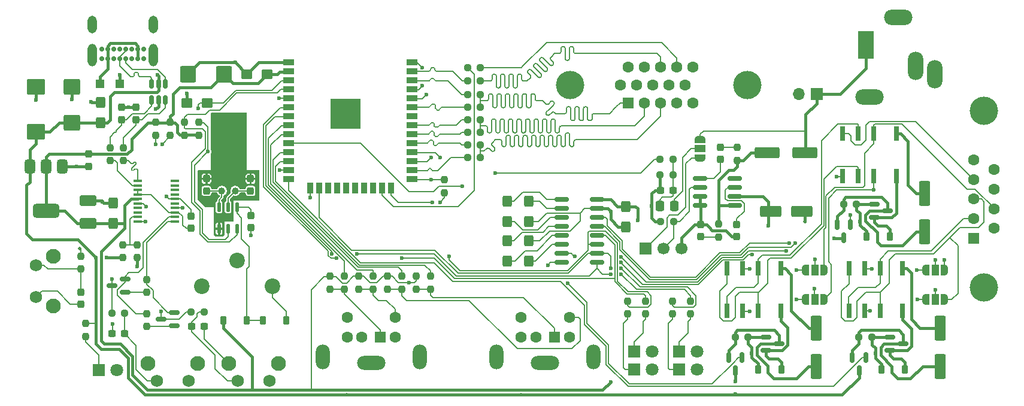
<source format=gtl>
%TF.GenerationSoftware,KiCad,Pcbnew,9.0.6*%
%TF.CreationDate,2025-12-03T13:03:29+01:00*%
%TF.ProjectId,nTerm2-S FT231,6e546572-6d32-42d5-9320-46543233312e,0.11*%
%TF.SameCoordinates,Original*%
%TF.FileFunction,Copper,L1,Top*%
%TF.FilePolarity,Positive*%
%FSLAX46Y46*%
G04 Gerber Fmt 4.6, Leading zero omitted, Abs format (unit mm)*
G04 Created by KiCad (PCBNEW 9.0.6) date 2025-12-03 13:03:29*
%MOMM*%
%LPD*%
G01*
G04 APERTURE LIST*
G04 Aperture macros list*
%AMRoundRect*
0 Rectangle with rounded corners*
0 $1 Rounding radius*
0 $2 $3 $4 $5 $6 $7 $8 $9 X,Y pos of 4 corners*
0 Add a 4 corners polygon primitive as box body*
4,1,4,$2,$3,$4,$5,$6,$7,$8,$9,$2,$3,0*
0 Add four circle primitives for the rounded corners*
1,1,$1+$1,$2,$3*
1,1,$1+$1,$4,$5*
1,1,$1+$1,$6,$7*
1,1,$1+$1,$8,$9*
0 Add four rect primitives between the rounded corners*
20,1,$1+$1,$2,$3,$4,$5,0*
20,1,$1+$1,$4,$5,$6,$7,0*
20,1,$1+$1,$6,$7,$8,$9,0*
20,1,$1+$1,$8,$9,$2,$3,0*%
%AMFreePoly0*
4,1,23,0.550000,-0.750000,0.000000,-0.750000,0.000000,-0.745722,-0.065263,-0.745722,-0.191342,-0.711940,-0.304381,-0.646677,-0.396677,-0.554381,-0.461940,-0.441342,-0.495722,-0.315263,-0.495722,-0.250000,-0.500000,-0.250000,-0.500000,0.250000,-0.495722,0.250000,-0.495722,0.315263,-0.461940,0.441342,-0.396677,0.554381,-0.304381,0.646677,-0.191342,0.711940,-0.065263,0.745722,0.000000,0.745722,
0.000000,0.750000,0.550000,0.750000,0.550000,-0.750000,0.550000,-0.750000,$1*%
%AMFreePoly1*
4,1,23,0.000000,0.745722,0.065263,0.745722,0.191342,0.711940,0.304381,0.646677,0.396677,0.554381,0.461940,0.441342,0.495722,0.315263,0.495722,0.250000,0.500000,0.250000,0.500000,-0.250000,0.495722,-0.250000,0.495722,-0.315263,0.461940,-0.441342,0.396677,-0.554381,0.304381,-0.646677,0.191342,-0.711940,0.065263,-0.745722,0.000000,-0.745722,0.000000,-0.750000,-0.550000,-0.750000,
-0.550000,0.750000,0.000000,0.750000,0.000000,0.745722,0.000000,0.745722,$1*%
G04 Aperture macros list end*
%TA.AperFunction,Conductor*%
%ADD10C,0.200000*%
%TD*%
%TA.AperFunction,Conductor*%
%ADD11C,0.400000*%
%TD*%
%TA.AperFunction,SMDPad,CuDef*%
%ADD12RoundRect,0.250000X0.425000X-0.537500X0.425000X0.537500X-0.425000X0.537500X-0.425000X-0.537500X0*%
%TD*%
%TA.AperFunction,SMDPad,CuDef*%
%ADD13RoundRect,0.237500X-0.237500X0.250000X-0.237500X-0.250000X0.237500X-0.250000X0.237500X0.250000X0*%
%TD*%
%TA.AperFunction,SMDPad,CuDef*%
%ADD14RoundRect,0.237500X-0.250000X-0.237500X0.250000X-0.237500X0.250000X0.237500X-0.250000X0.237500X0*%
%TD*%
%TA.AperFunction,SMDPad,CuDef*%
%ADD15FreePoly0,90.000000*%
%TD*%
%TA.AperFunction,SMDPad,CuDef*%
%ADD16R,1.500000X1.000000*%
%TD*%
%TA.AperFunction,SMDPad,CuDef*%
%ADD17FreePoly1,90.000000*%
%TD*%
%TA.AperFunction,SMDPad,CuDef*%
%ADD18RoundRect,0.132500X0.132500X-0.532500X0.132500X0.532500X-0.132500X0.532500X-0.132500X-0.532500X0*%
%TD*%
%TA.AperFunction,SMDPad,CuDef*%
%ADD19RoundRect,0.225000X-0.225000X-0.375000X0.225000X-0.375000X0.225000X0.375000X-0.225000X0.375000X0*%
%TD*%
%TA.AperFunction,SMDPad,CuDef*%
%ADD20R,0.700000X2.000000*%
%TD*%
%TA.AperFunction,ComponentPad*%
%ADD21C,1.750000*%
%TD*%
%TA.AperFunction,ComponentPad*%
%ADD22C,2.100000*%
%TD*%
%TA.AperFunction,ComponentPad*%
%ADD23R,1.700000X1.700000*%
%TD*%
%TA.AperFunction,ComponentPad*%
%ADD24O,1.700000X1.700000*%
%TD*%
%TA.AperFunction,SMDPad,CuDef*%
%ADD25R,1.500000X0.900000*%
%TD*%
%TA.AperFunction,SMDPad,CuDef*%
%ADD26R,0.900000X1.500000*%
%TD*%
%TA.AperFunction,SMDPad,CuDef*%
%ADD27R,1.050000X1.050000*%
%TD*%
%TA.AperFunction,HeatsinkPad*%
%ADD28C,0.600000*%
%TD*%
%TA.AperFunction,HeatsinkPad*%
%ADD29R,4.200000X4.200000*%
%TD*%
%TA.AperFunction,SMDPad,CuDef*%
%ADD30RoundRect,0.237500X0.237500X-0.250000X0.237500X0.250000X-0.237500X0.250000X-0.237500X-0.250000X0*%
%TD*%
%TA.AperFunction,SMDPad,CuDef*%
%ADD31RoundRect,0.237500X-0.237500X0.300000X-0.237500X-0.300000X0.237500X-0.300000X0.237500X0.300000X0*%
%TD*%
%TA.AperFunction,ComponentPad*%
%ADD32R,1.600000X1.600000*%
%TD*%
%TA.AperFunction,ComponentPad*%
%ADD33C,1.600000*%
%TD*%
%TA.AperFunction,ComponentPad*%
%ADD34O,2.000000X3.500000*%
%TD*%
%TA.AperFunction,ComponentPad*%
%ADD35O,4.000000X2.000000*%
%TD*%
%TA.AperFunction,SMDPad,CuDef*%
%ADD36RoundRect,0.250000X0.550000X-1.500000X0.550000X1.500000X-0.550000X1.500000X-0.550000X-1.500000X0*%
%TD*%
%TA.AperFunction,SMDPad,CuDef*%
%ADD37RoundRect,0.237500X0.237500X-0.300000X0.237500X0.300000X-0.237500X0.300000X-0.237500X-0.300000X0*%
%TD*%
%TA.AperFunction,ComponentPad*%
%ADD38R,1.800000X1.800000*%
%TD*%
%TA.AperFunction,ComponentPad*%
%ADD39C,1.800000*%
%TD*%
%TA.AperFunction,SMDPad,CuDef*%
%ADD40RoundRect,0.150000X-0.825000X-0.150000X0.825000X-0.150000X0.825000X0.150000X-0.825000X0.150000X0*%
%TD*%
%TA.AperFunction,SMDPad,CuDef*%
%ADD41RoundRect,0.237500X0.250000X0.237500X-0.250000X0.237500X-0.250000X-0.237500X0.250000X-0.237500X0*%
%TD*%
%TA.AperFunction,SMDPad,CuDef*%
%ADD42RoundRect,0.250000X-0.425000X0.537500X-0.425000X-0.537500X0.425000X-0.537500X0.425000X0.537500X0*%
%TD*%
%TA.AperFunction,SMDPad,CuDef*%
%ADD43FreePoly0,0.000000*%
%TD*%
%TA.AperFunction,SMDPad,CuDef*%
%ADD44R,1.000000X1.500000*%
%TD*%
%TA.AperFunction,SMDPad,CuDef*%
%ADD45FreePoly1,0.000000*%
%TD*%
%TA.AperFunction,SMDPad,CuDef*%
%ADD46RoundRect,0.237500X0.300000X0.237500X-0.300000X0.237500X-0.300000X-0.237500X0.300000X-0.237500X0*%
%TD*%
%TA.AperFunction,SMDPad,CuDef*%
%ADD47RoundRect,0.225000X0.225000X0.375000X-0.225000X0.375000X-0.225000X-0.375000X0.225000X-0.375000X0*%
%TD*%
%TA.AperFunction,SMDPad,CuDef*%
%ADD48RoundRect,0.375000X-0.375000X0.625000X-0.375000X-0.625000X0.375000X-0.625000X0.375000X0.625000X0*%
%TD*%
%TA.AperFunction,SMDPad,CuDef*%
%ADD49RoundRect,0.500000X-1.400000X0.500000X-1.400000X-0.500000X1.400000X-0.500000X1.400000X0.500000X0*%
%TD*%
%TA.AperFunction,SMDPad,CuDef*%
%ADD50RoundRect,0.250000X0.875000X0.925000X-0.875000X0.925000X-0.875000X-0.925000X0.875000X-0.925000X0*%
%TD*%
%TA.AperFunction,SMDPad,CuDef*%
%ADD51RoundRect,0.250000X1.025000X-0.875000X1.025000X0.875000X-1.025000X0.875000X-1.025000X-0.875000X0*%
%TD*%
%TA.AperFunction,SMDPad,CuDef*%
%ADD52RoundRect,0.150000X-0.587500X-0.150000X0.587500X-0.150000X0.587500X0.150000X-0.587500X0.150000X0*%
%TD*%
%TA.AperFunction,SMDPad,CuDef*%
%ADD53RoundRect,0.237500X-0.300000X-0.237500X0.300000X-0.237500X0.300000X0.237500X-0.300000X0.237500X0*%
%TD*%
%TA.AperFunction,SMDPad,CuDef*%
%ADD54RoundRect,0.150000X-0.150000X0.587500X-0.150000X-0.587500X0.150000X-0.587500X0.150000X0.587500X0*%
%TD*%
%TA.AperFunction,SMDPad,CuDef*%
%ADD55RoundRect,0.150000X0.587500X0.150000X-0.587500X0.150000X-0.587500X-0.150000X0.587500X-0.150000X0*%
%TD*%
%TA.AperFunction,ComponentPad*%
%ADD56C,0.700000*%
%TD*%
%TA.AperFunction,ComponentPad*%
%ADD57O,1.300000X3.200000*%
%TD*%
%TA.AperFunction,ComponentPad*%
%ADD58O,1.300000X2.500000*%
%TD*%
%TA.AperFunction,SMDPad,CuDef*%
%ADD59RoundRect,0.250001X0.924999X-0.499999X0.924999X0.499999X-0.924999X0.499999X-0.924999X-0.499999X0*%
%TD*%
%TA.AperFunction,ComponentPad*%
%ADD60C,2.200000*%
%TD*%
%TA.AperFunction,SMDPad,CuDef*%
%ADD61RoundRect,0.150000X0.150000X-0.512500X0.150000X0.512500X-0.150000X0.512500X-0.150000X-0.512500X0*%
%TD*%
%TA.AperFunction,ComponentPad*%
%ADD62C,4.000000*%
%TD*%
%TA.AperFunction,SMDPad,CuDef*%
%ADD63RoundRect,0.250000X-1.250000X-0.550000X1.250000X-0.550000X1.250000X0.550000X-1.250000X0.550000X0*%
%TD*%
%TA.AperFunction,SMDPad,CuDef*%
%ADD64RoundRect,0.250000X-1.500000X-0.550000X1.500000X-0.550000X1.500000X0.550000X-1.500000X0.550000X0*%
%TD*%
%TA.AperFunction,ComponentPad*%
%ADD65C,1.700000*%
%TD*%
%TA.AperFunction,SMDPad,CuDef*%
%ADD66RoundRect,0.250000X-0.337500X-0.475000X0.337500X-0.475000X0.337500X0.475000X-0.337500X0.475000X0*%
%TD*%
%TA.AperFunction,SMDPad,CuDef*%
%ADD67RoundRect,0.250000X0.537500X0.425000X-0.537500X0.425000X-0.537500X-0.425000X0.537500X-0.425000X0*%
%TD*%
%TA.AperFunction,ComponentPad*%
%ADD68O,2.200000X4.000000*%
%TD*%
%TA.AperFunction,ComponentPad*%
%ADD69O,4.000000X2.200000*%
%TD*%
%TA.AperFunction,ComponentPad*%
%ADD70R,2.200000X4.000000*%
%TD*%
%TA.AperFunction,ComponentPad*%
%ADD71C,1.000000*%
%TD*%
%TA.AperFunction,SMDPad,CuDef*%
%ADD72RoundRect,0.250000X0.925000X-0.875000X0.925000X0.875000X-0.925000X0.875000X-0.925000X-0.875000X0*%
%TD*%
%TA.AperFunction,SMDPad,CuDef*%
%ADD73R,1.200000X0.400000*%
%TD*%
%TA.AperFunction,SMDPad,CuDef*%
%ADD74R,1.200000X1.200000*%
%TD*%
%TA.AperFunction,ViaPad*%
%ADD75C,0.600000*%
%TD*%
%TA.AperFunction,ViaPad*%
%ADD76C,0.500000*%
%TD*%
G04 APERTURE END LIST*
D10*
%TO.N,EN*%
X88646000Y-110744000D02*
X88646000Y-111760000D01*
%TO.N,/VBUS_SENSE*%
X90170000Y-105918000D02*
X92202000Y-105918000D01*
X91186000Y-104394000D02*
X91186000Y-105918000D01*
D11*
%TO.N,+5V*%
X87884000Y-107696000D02*
X90170000Y-107696000D01*
%TD*%
D12*
%TO.P,C14,2*%
%TO.N,GND*%
X87045800Y-85796400D03*
%TO.P,C14,1*%
%TO.N,+5V*%
X87045800Y-88671400D03*
%TD*%
D13*
%TO.P,R42,2*%
%TO.N,Net-(U7-USBDP)*%
X90297000Y-94027000D03*
%TO.P,R42,1*%
%TO.N,Net-(C29-Pad1)*%
X90297000Y-92202000D03*
%TD*%
%TO.P,R41,2*%
%TO.N,Net-(U7-USBDM)*%
X88392000Y-94027000D03*
%TO.P,R41,1*%
%TO.N,Net-(C30-Pad1)*%
X88392000Y-92202000D03*
%TD*%
%TO.P,R28,1*%
%TO.N,Net-(U1-IO39{slash}SENSVN)*%
X84266000Y-107528500D03*
%TO.P,R28,2*%
%TO.N,Net-(C22-Pad1)*%
X84266000Y-109353500D03*
%TD*%
D14*
%TO.P,R2,1*%
%TO.N,VGA_RED_1*%
X138956000Y-84668500D03*
%TO.P,R2,2*%
%TO.N,Net-(J1-Pad1)*%
X140781000Y-84668500D03*
%TD*%
D13*
%TO.P,R26,1*%
%TO.N,+3V3*%
X96901000Y-88596000D03*
%TO.P,R26,2*%
%TO.N,EN*%
X96901000Y-90421000D03*
%TD*%
D14*
%TO.P,R33,1*%
%TO.N,Net-(Q4-C)*%
X176792500Y-118999000D03*
%TO.P,R33,2*%
%TO.N,GND*%
X178617500Y-118999000D03*
%TD*%
D15*
%TO.P,OPT1,1,A*%
%TO.N,Net-(J8-Pin_1)*%
X171856400Y-93644100D03*
D16*
%TO.P,OPT1,2,C*%
%TO.N,Net-(OPT1-C)*%
X171856400Y-92344100D03*
D17*
%TO.P,OPT1,3,B*%
%TO.N,Net-(J7-Pin_1)*%
X171856400Y-91044100D03*
%TD*%
D18*
%TO.P,U4,1,GND*%
%TO.N,GND*%
X103820000Y-103632000D03*
%TO.P,U4,2,IO*%
%TO.N,ONE-WIRE*%
X105090000Y-103632000D03*
%TO.P,U4,3,~{INT}*%
%TO.N,~{INT}*%
X106360000Y-103632000D03*
%TO.P,U4,4,VDD*%
%TO.N,Net-(D1-K)*%
X106360000Y-100582000D03*
%TO.P,U4,5,X1*%
%TO.N,Net-(U4-X1)*%
X105090000Y-100582000D03*
%TO.P,U4,6,X2*%
%TO.N,Net-(U4-X2)*%
X103820000Y-100582000D03*
%TD*%
D13*
%TO.P,R18,1*%
%TO.N,Net-(C5-Pad2)*%
X177088800Y-92140900D03*
%TO.P,R18,2*%
%TO.N,Net-(C1-Pad1)*%
X177088800Y-93965900D03*
%TD*%
D19*
%TO.P,D10,1,K*%
%TO.N,GND*%
X179992000Y-123571000D03*
%TO.P,D10,2,A*%
%TO.N,RTS_CTS_REV_RLY_-*%
X183292000Y-123571000D03*
%TD*%
D20*
%TO.P,K1,1*%
%TO.N,RX_TX_REV_RLY_+*%
X200471000Y-109268500D03*
%TO.P,K1,2*%
%TO.N,/_RXD*%
X197271000Y-109268500D03*
%TO.P,K1,3*%
%TO.N,Net-(OPT2-A)*%
X195071000Y-109268500D03*
%TO.P,K1,4*%
%TO.N,/_TXD*%
X192871000Y-109268500D03*
%TO.P,K1,5*%
%TO.N,/_RXD*%
X192871000Y-115268500D03*
%TO.P,K1,6*%
%TO.N,Net-(OPT3-A)*%
X195071000Y-115268500D03*
%TO.P,K1,7*%
%TO.N,/_TXD*%
X197271000Y-115268500D03*
%TO.P,K1,8*%
%TO.N,RX_TX_REV_RLY_-*%
X200471000Y-115268500D03*
%TD*%
D21*
%TO.P,SW2,1,1*%
%TO.N,GND*%
X99506000Y-125172000D03*
%TO.P,SW2,2,2*%
%TO.N,Net-(C16-Pad1)*%
X95006000Y-125172000D03*
D22*
%TO.P,SW2,SH,B*%
%TO.N,GND*%
X100756000Y-122682000D03*
X93746000Y-122682000D03*
%TD*%
D23*
%TO.P,J7,1,Pin_1*%
%TO.N,Net-(J7-Pin_1)*%
X188295200Y-84582000D03*
D24*
%TO.P,J7,2,Pin_2*%
%TO.N,GND*%
X185755200Y-84582000D03*
%TD*%
D13*
%TO.P,R17,1*%
%TO.N,Net-(C1-Pad1)*%
X174436000Y-102997000D03*
%TO.P,R17,2*%
%TO.N,Net-(C4-Pad1)*%
X174436000Y-104822000D03*
%TD*%
D25*
%TO.P,U1,1,GND*%
%TO.N,GND*%
X113616000Y-80096500D03*
%TO.P,U1,2,VDD*%
%TO.N,+3V3*%
X113616000Y-81366500D03*
%TO.P,U1,3,EN*%
%TO.N,EN*%
X113616000Y-82636500D03*
%TO.P,U1,4,IO36/SENSVP*%
%TO.N,~{INT}*%
X113616000Y-83906500D03*
%TO.P,U1,5,IO39/SENSVN*%
%TO.N,Net-(U1-IO39{slash}SENSVN)*%
X113616000Y-85176500D03*
%TO.P,U1,6,IO34*%
%TO.N,RXD_2*%
X113616000Y-86446500D03*
%TO.P,U1,7,IO35*%
%TO.N,CTS_2*%
X113616000Y-87716500D03*
%TO.P,U1,8,IO32*%
%TO.N,KBDAT*%
X113616000Y-88986500D03*
%TO.P,U1,9,IO33*%
%TO.N,KBCLK*%
X113616000Y-90256500D03*
%TO.P,U1,10,IO25*%
%TO.N,AUDIO_PWM*%
X113616000Y-91526500D03*
%TO.P,U1,11,IO26*%
%TO.N,MSCLK*%
X113616000Y-92796500D03*
%TO.P,U1,12,IO27*%
%TO.N,MSDAT*%
X113616000Y-94066500D03*
%TO.P,U1,13,IO14*%
%TO.N,ONE-WIRE*%
X113616000Y-95336500D03*
%TO.P,U1,14,IO12*%
%TO.N,REVERSE_RX_TX*%
X113616000Y-96606500D03*
D26*
%TO.P,U1,15,GND*%
%TO.N,GND*%
X116656000Y-97856500D03*
%TO.P,U1,16,IO13*%
%TO.N,RTS_2*%
X117926000Y-97856500D03*
%TO.P,U1,17,IO9/SHD/SD2*%
%TO.N,unconnected-(U1-IO9{slash}SHD{slash}SD2-Pad17)*%
X119196000Y-97856500D03*
%TO.P,U1,18,IO10/SWP/SD3*%
%TO.N,unconnected-(U1-IO10{slash}SWP{slash}SD3-Pad18)*%
X120466000Y-97856500D03*
%TO.P,U1,19,IO11/SCS/CMD*%
%TO.N,unconnected-(U1-IO11{slash}SCS{slash}CMD-Pad19)*%
X121736000Y-97856500D03*
%TO.P,U1,20,IO6/SCK/CLK*%
%TO.N,unconnected-(U1-IO6{slash}SCK{slash}CLK-Pad20)*%
X123006000Y-97856500D03*
%TO.P,U1,21,IO7/SDO/SD0*%
%TO.N,unconnected-(U1-IO7{slash}SDO{slash}SD0-Pad21)*%
X124276000Y-97856500D03*
%TO.P,U1,22,IO8/SDI/SD1*%
%TO.N,unconnected-(U1-IO8{slash}SDI{slash}SD1-Pad22)*%
X125546000Y-97856500D03*
%TO.P,U1,23,IO15*%
%TO.N,VGA_VSYNC*%
X126816000Y-97856500D03*
%TO.P,U1,24,IO2*%
%TO.N,TXD_2*%
X128086000Y-97856500D03*
D25*
%TO.P,U1,25,IO0*%
%TO.N,IO0*%
X131116000Y-96606500D03*
%TO.P,U1,26,IO4*%
%TO.N,VGA_BLU_0*%
X131116000Y-95336500D03*
%TO.P,U1,27,RX2/IO16*%
%TO.N,RTS_CTS_OR_DTR_DSR*%
X131116000Y-94066500D03*
%TO.P,U1,28,TX2/IO17*%
%TO.N,REVERSE_RTS_CTS_DTR_DSR*%
X131116000Y-92796500D03*
%TO.P,U1,29,IO5*%
%TO.N,VGA_BLU_1*%
X131116000Y-91526500D03*
%TO.P,U1,30,IO18*%
%TO.N,VGA_GRN_0*%
X131116000Y-90256500D03*
%TO.P,U1,31,IO19*%
%TO.N,VGA_GRN_1*%
X131116000Y-88986500D03*
%TO.P,U1,32,NC*%
%TO.N,unconnected-(U1-NC-Pad32)*%
X131116000Y-87716500D03*
%TO.P,U1,33,SDA/IO21*%
%TO.N,VGA_RED_0*%
X131116000Y-86446500D03*
%TO.P,U1,34,RX0/IO3*%
%TO.N,RXD_0*%
X131116000Y-85176500D03*
%TO.P,U1,35,TX0/IO1*%
%TO.N,TXD_0*%
X131116000Y-83906500D03*
%TO.P,U1,36,SCL/IO22*%
%TO.N,VGA_RED_1*%
X131116000Y-82636500D03*
%TO.P,U1,37,IO23*%
%TO.N,VGA_HSYNC*%
X131116000Y-81366500D03*
%TO.P,U1,38,GND*%
%TO.N,GND*%
X131116000Y-80096500D03*
D27*
%TO.P,U1,39,GND*%
X120161000Y-85911500D03*
D28*
X120161000Y-86674000D03*
D27*
X120161000Y-87436500D03*
D28*
X120161000Y-88199000D03*
D27*
X120161000Y-88961500D03*
D28*
X120923500Y-85911500D03*
X120923500Y-87436500D03*
X120923500Y-88961500D03*
D27*
X121686000Y-85911500D03*
D28*
X121686000Y-86674000D03*
D27*
X121686000Y-87436500D03*
D29*
X121686000Y-87436500D03*
D28*
X121686000Y-88199000D03*
D27*
X121686000Y-88961500D03*
D28*
X122448500Y-85911500D03*
X122448500Y-87436500D03*
X122448500Y-88961500D03*
D27*
X123211000Y-85911500D03*
D28*
X123211000Y-86674000D03*
D27*
X123211000Y-87436500D03*
D28*
X123211000Y-88199000D03*
D27*
X123211000Y-88961500D03*
%TD*%
D30*
%TO.P,R14,1*%
%TO.N,Net-(J3-Pad5)*%
X127635000Y-112188000D03*
%TO.P,R14,2*%
%TO.N,+3V3*%
X127635000Y-110363000D03*
%TD*%
D21*
%TO.P,SW1,1,1*%
%TO.N,GND*%
X110936000Y-125172000D03*
%TO.P,SW1,2,2*%
%TO.N,Net-(C15-Pad1)*%
X106436000Y-125172000D03*
D22*
%TO.P,SW1,SH,B*%
%TO.N,GND*%
X112186000Y-122682000D03*
X105176000Y-122682000D03*
%TD*%
D14*
%TO.P,R34,1*%
%TO.N,Net-(Q5-C)*%
X192128500Y-100203000D03*
%TO.P,R34,2*%
%TO.N,GND*%
X193953500Y-100203000D03*
%TD*%
D31*
%TO.P,C6,1*%
%TO.N,Net-(U2-BYPASS)*%
X176976000Y-103047000D03*
%TO.P,C6,2*%
%TO.N,GND*%
X176976000Y-104772000D03*
%TD*%
D32*
%TO.P,J2,1*%
%TO.N,Net-(J2-Pad1)*%
X126616000Y-118958500D03*
D33*
%TO.P,J2,2*%
%TO.N,unconnected-(J2-Pad2)*%
X124016000Y-118958500D03*
%TO.P,J2,3*%
%TO.N,GND*%
X128716000Y-118958500D03*
%TO.P,J2,4*%
%TO.N,+5V*%
X121916000Y-118958500D03*
%TO.P,J2,5*%
%TO.N,Net-(J2-Pad5)*%
X128716000Y-116158500D03*
%TO.P,J2,6*%
%TO.N,unconnected-(J2-Pad6)*%
X121916000Y-116158500D03*
D34*
%TO.P,J2,7*%
%TO.N,GND*%
X118466000Y-121808500D03*
D35*
X125316000Y-122608500D03*
D34*
X132166000Y-121808500D03*
%TD*%
D36*
%TO.P,C25,1*%
%TO.N,Net-(Q3-C)*%
X205740000Y-123096000D03*
%TO.P,C25,2*%
%TO.N,RX_TX_REV_RLY_+*%
X205740000Y-117696000D03*
%TD*%
D14*
%TO.P,R4,1*%
%TO.N,VGA_GRN_1*%
X138956000Y-88224500D03*
%TO.P,R4,2*%
%TO.N,Net-(J1-Pad2)*%
X140781000Y-88224500D03*
%TD*%
D37*
%TO.P,C30,1*%
%TO.N,Net-(C30-Pad1)*%
X90043000Y-88212000D03*
%TO.P,C30,2*%
%TO.N,GND*%
X90043000Y-86487000D03*
%TD*%
D14*
%TO.P,R32,1*%
%TO.N,Net-(Q3-C)*%
X194287500Y-118999000D03*
%TO.P,R32,2*%
%TO.N,GND*%
X196112500Y-118999000D03*
%TD*%
D37*
%TO.P,C29,1*%
%TO.N,Net-(C29-Pad1)*%
X92075000Y-88212000D03*
%TO.P,C29,2*%
%TO.N,GND*%
X92075000Y-86487000D03*
%TD*%
D36*
%TO.P,C26,1*%
%TO.N,Net-(Q4-C)*%
X188279000Y-123096000D03*
%TO.P,C26,2*%
%TO.N,RTS_CTS_REV_RLY_+*%
X188279000Y-117696000D03*
%TD*%
D38*
%TO.P,D11,1,A1*%
%TO.N,Net-(D11-A1)*%
X162498000Y-120988500D03*
D39*
%TO.P,D11,2,K1*%
%TO.N,GND*%
X165038000Y-120988500D03*
D38*
%TO.P,D11,3,A2*%
%TO.N,Net-(D11-A2)*%
X162498000Y-123528500D03*
D39*
%TO.P,D11,4,K2*%
%TO.N,GND*%
X165038000Y-123528500D03*
%TD*%
D13*
%TO.P,R38,1*%
%TO.N,CTS_2*%
X170499000Y-113878500D03*
%TO.P,R38,2*%
%TO.N,Net-(D12-A1)*%
X170499000Y-115703500D03*
%TD*%
D40*
%TO.P,U2,1,GAIN*%
%TO.N,Net-(C5-Pad1)*%
X171778499Y-96520000D03*
%TO.P,U2,2,-*%
%TO.N,Net-(J8-Pin_2)*%
X171778499Y-97790000D03*
%TO.P,U2,3,+*%
%TO.N,GND*%
X171778499Y-99060000D03*
%TO.P,U2,4,GND*%
X171778499Y-100330000D03*
%TO.P,U2,5*%
%TO.N,Net-(C1-Pad1)*%
X176728499Y-100330000D03*
%TO.P,U2,6,V+*%
%TO.N,+5V*%
X176728499Y-99060000D03*
%TO.P,U2,7,BYPASS*%
%TO.N,Net-(U2-BYPASS)*%
X176728499Y-97790000D03*
%TO.P,U2,8,GAIN*%
%TO.N,unconnected-(U2-GAIN-Pad8)*%
X176728499Y-96520000D03*
%TD*%
D41*
%TO.P,R8,1*%
%TO.N,Net-(J1-Pad14)*%
X140781000Y-80858500D03*
%TO.P,R8,2*%
%TO.N,VGA_VSYNC*%
X138956000Y-80858500D03*
%TD*%
D31*
%TO.P,C24,1*%
%TO.N,+3V3*%
X85344000Y-93093200D03*
%TO.P,C24,2*%
%TO.N,GND*%
X85344000Y-94818200D03*
%TD*%
D30*
%TO.P,R12,1*%
%TO.N,Net-(J2-Pad1)*%
X121539000Y-112188000D03*
%TO.P,R12,2*%
%TO.N,KBDAT*%
X121539000Y-110363000D03*
%TD*%
D42*
%TO.P,C10,1*%
%TO.N,GND*%
X147574000Y-105369500D03*
%TO.P,C10,2*%
%TO.N,Net-(U3-V-)*%
X147574000Y-108244500D03*
%TD*%
D43*
%TO.P,OPT3,1,A*%
%TO.N,Net-(OPT3-A)*%
X203775000Y-113665000D03*
D44*
%TO.P,OPT3,2,C*%
%TO.N,/TxD*%
X205075000Y-113665000D03*
D45*
%TO.P,OPT3,3,B*%
%TO.N,/_TXD*%
X206375000Y-113665000D03*
%TD*%
D30*
%TO.P,R40,1*%
%TO.N,GND*%
X92202000Y-107743000D03*
%TO.P,R40,2*%
%TO.N,/VBUS_SENSE*%
X92202000Y-105918000D03*
%TD*%
D38*
%TO.P,D12,1,A1*%
%TO.N,Net-(D12-A1)*%
X168848000Y-120988500D03*
D39*
%TO.P,D12,2,K1*%
%TO.N,GND*%
X171388000Y-120988500D03*
D38*
%TO.P,D12,3,A2*%
%TO.N,Net-(D12-A2)*%
X168848000Y-123528500D03*
D39*
%TO.P,D12,4,K2*%
%TO.N,GND*%
X171388000Y-123528500D03*
%TD*%
D13*
%TO.P,R29,1*%
%TO.N,+3V3*%
X94869000Y-88596000D03*
%TO.P,R29,2*%
%TO.N,Net-(U1-IO39{slash}SENSVN)*%
X94869000Y-90421000D03*
%TD*%
D43*
%TO.P,OPT2,1,A*%
%TO.N,Net-(OPT2-A)*%
X203775000Y-109474000D03*
D44*
%TO.P,OPT2,2,C*%
%TO.N,/RxD*%
X205075000Y-109474000D03*
D45*
%TO.P,OPT2,3,B*%
%TO.N,/_RXD*%
X206375000Y-109474000D03*
%TD*%
D32*
%TO.P,J3,1*%
%TO.N,Net-(J3-Pad1)*%
X151217000Y-118958500D03*
D33*
%TO.P,J3,2*%
%TO.N,unconnected-(J3-Pad2)*%
X148617000Y-118958500D03*
%TO.P,J3,3*%
%TO.N,GND*%
X153317000Y-118958500D03*
%TO.P,J3,4*%
%TO.N,+5V*%
X146517000Y-118958500D03*
%TO.P,J3,5*%
%TO.N,Net-(J3-Pad5)*%
X153317000Y-116158500D03*
%TO.P,J3,6*%
%TO.N,unconnected-(J3-Pad6)*%
X146517000Y-116158500D03*
D34*
%TO.P,J3,7*%
%TO.N,GND*%
X143067000Y-121808500D03*
D35*
X149917000Y-122608500D03*
D34*
X156767000Y-121808500D03*
%TD*%
D46*
%TO.P,C16,1*%
%TO.N,Net-(C16-Pad1)*%
X90424000Y-118491000D03*
%TO.P,C16,2*%
%TO.N,GND*%
X88699000Y-118491000D03*
%TD*%
D47*
%TO.P,D9,1,K*%
%TO.N,Net-(D1-K)*%
X107694000Y-116586000D03*
%TO.P,D9,2,A*%
%TO.N,+3V3*%
X104394000Y-116586000D03*
%TD*%
D48*
%TO.P,U5,1,GND*%
%TO.N,GND*%
X81637500Y-94817800D03*
%TO.P,U5,2,VO*%
%TO.N,+3V3*%
X79337500Y-94817800D03*
D49*
X79337500Y-101117800D03*
D48*
%TO.P,U5,3,VI*%
%TO.N,+5V*%
X77037500Y-94817800D03*
%TD*%
D50*
%TO.P,C18,1*%
%TO.N,+3V3*%
X104498050Y-81788000D03*
%TO.P,C18,2*%
%TO.N,GND*%
X99398050Y-81788000D03*
%TD*%
D14*
%TO.P,R25,1*%
%TO.N,EN*%
X88646000Y-115570000D03*
%TO.P,R25,2*%
%TO.N,Net-(C16-Pad1)*%
X90471000Y-115570000D03*
%TD*%
D37*
%TO.P,C31,1*%
%TO.N,Net-(U4-X1)*%
X108265000Y-98298000D03*
%TO.P,C31,2*%
%TO.N,GND*%
X108265000Y-96573000D03*
%TD*%
D14*
%TO.P,R20,1*%
%TO.N,GND*%
X166143000Y-96052500D03*
%TO.P,R20,2*%
%TO.N,Net-(C3-Pad1)*%
X167968000Y-96052500D03*
%TD*%
D40*
%TO.P,U3,1,C1+*%
%TO.N,Net-(U3-C1+)*%
X152276000Y-99527500D03*
%TO.P,U3,2,V+*%
%TO.N,Net-(U3-V+)*%
X152276000Y-100797500D03*
%TO.P,U3,3,C1-*%
%TO.N,Net-(U3-C1-)*%
X152276000Y-102067500D03*
%TO.P,U3,4,C2+*%
%TO.N,Net-(U3-C2+)*%
X152276000Y-103337500D03*
%TO.P,U3,5,C2-*%
%TO.N,Net-(U3-C2-)*%
X152276000Y-104607500D03*
%TO.P,U3,6,V-*%
%TO.N,Net-(U3-V-)*%
X152276000Y-105877500D03*
%TO.P,U3,7,DOUT2*%
%TO.N,/RTS*%
X152276000Y-107147500D03*
%TO.P,U3,8,RIN2*%
%TO.N,/CTS*%
X152276000Y-108417500D03*
%TO.P,U3,9,ROUT2*%
%TO.N,CTS_2*%
X157226000Y-108417500D03*
%TO.P,U3,10,DIN2*%
%TO.N,RTS_2*%
X157226000Y-107147500D03*
%TO.P,U3,11,DIN1*%
%TO.N,TXD_2*%
X157226000Y-105877500D03*
%TO.P,U3,12,ROUT1*%
%TO.N,RXD_2*%
X157226000Y-104607500D03*
%TO.P,U3,13,RIN1*%
%TO.N,/RxD*%
X157226000Y-103337500D03*
%TO.P,U3,14,DOUT1*%
%TO.N,/TxD*%
X157226000Y-102067500D03*
%TO.P,U3,15,GND*%
%TO.N,GND*%
X157226000Y-100797500D03*
%TO.P,U3,16,VCC*%
%TO.N,+3V3*%
X157226000Y-99527500D03*
%TD*%
D43*
%TO.P,OPT5,1,A*%
%TO.N,Net-(OPT5-A)*%
X186757000Y-113665000D03*
D44*
%TO.P,OPT5,2,C*%
%TO.N,/CTS*%
X188057000Y-113665000D03*
D45*
%TO.P,OPT5,3,B*%
%TO.N,/_CTS*%
X189357000Y-113665000D03*
%TD*%
D51*
%TO.P,C23,1*%
%TO.N,+5V*%
X77901800Y-89966800D03*
%TO.P,C23,2*%
%TO.N,GND*%
X77901800Y-83566800D03*
%TD*%
D42*
%TO.P,C9,1*%
%TO.N,Net-(U3-C2+)*%
X144526000Y-105369500D03*
%TO.P,C9,2*%
%TO.N,Net-(U3-C2-)*%
X144526000Y-108244500D03*
%TD*%
D52*
%TO.P,Q5,1,B*%
%TO.N,GND*%
X196438000Y-100183000D03*
%TO.P,Q5,2,E*%
%TO.N,RTS_OR_DTR_RLY_-*%
X196438000Y-102083000D03*
%TO.P,Q5,3,C*%
%TO.N,Net-(Q5-C)*%
X198313000Y-101133000D03*
%TD*%
D53*
%TO.P,C15,1*%
%TO.N,Net-(C15-Pad1)*%
X99949000Y-117475000D03*
%TO.P,C15,2*%
%TO.N,GND*%
X101674000Y-117475000D03*
%TD*%
D20*
%TO.P,K2,1*%
%TO.N,RTS_CTS_REV_RLY_+*%
X183250500Y-109268500D03*
%TO.P,K2,2*%
%TO.N,/_RTS_DTR*%
X180050500Y-109268500D03*
%TO.P,K2,3*%
%TO.N,Net-(OPT4-A)*%
X177850500Y-109268500D03*
%TO.P,K2,4*%
%TO.N,/_CTS_DSR*%
X175650500Y-109268500D03*
%TO.P,K2,5*%
%TO.N,/_RTS_DTR*%
X175650500Y-115268500D03*
%TO.P,K2,6*%
%TO.N,Net-(OPT5-A)*%
X177850500Y-115268500D03*
%TO.P,K2,7*%
%TO.N,/_CTS_DSR*%
X180050500Y-115268500D03*
%TO.P,K2,8*%
%TO.N,RTS_CTS_REV_RLY_-*%
X183250500Y-115268500D03*
%TD*%
D12*
%TO.P,C21,1*%
%TO.N,+3V3*%
X88823800Y-102874800D03*
%TO.P,C21,2*%
%TO.N,GND*%
X88823800Y-99999800D03*
%TD*%
D54*
%TO.P,Q6,1,B*%
%TO.N,REVERSE_RX_TX*%
X195261000Y-121871500D03*
%TO.P,Q6,2,E*%
%TO.N,Net-(Q3-C)*%
X193361000Y-121871500D03*
%TO.P,Q6,3,C*%
%TO.N,+5V*%
X194311000Y-123746500D03*
%TD*%
D55*
%TO.P,Q2,1,B*%
%TO.N,Net-(Q2-B)*%
X97506000Y-117409000D03*
%TO.P,Q2,2,E*%
%TO.N,Net-(Q2-E)*%
X97506000Y-115509000D03*
%TO.P,Q2,3,C*%
%TO.N,IO0*%
X95631000Y-116459000D03*
%TD*%
D56*
%TO.P,J6,A1,GND*%
%TO.N,GND*%
X93176000Y-79588500D03*
%TO.P,J6,A4,VBUS*%
%TO.N,Net-(D3-A)*%
X92326000Y-79588500D03*
%TO.P,J6,A5,CC1*%
%TO.N,unconnected-(J6-CC1-PadA5)*%
X91476000Y-79588500D03*
%TO.P,J6,A6,D+*%
%TO.N,Net-(J6-D+-PadA6)*%
X90626000Y-79588500D03*
%TO.P,J6,A7,D-*%
%TO.N,Net-(J6-D--PadA7)*%
X89776000Y-79588500D03*
%TO.P,J6,A8,SBU1*%
%TO.N,unconnected-(J6-SBU1-PadA8)*%
X88926000Y-79588500D03*
%TO.P,J6,A9,VBUS*%
%TO.N,Net-(D3-A)*%
X88076000Y-79588500D03*
%TO.P,J6,A12,GND*%
%TO.N,GND*%
X87226000Y-79588500D03*
%TO.P,J6,B1,GND*%
X87226000Y-78238500D03*
%TO.P,J6,B4,VBUS*%
%TO.N,Net-(D3-A)*%
X88076000Y-78238500D03*
%TO.P,J6,B5,CC2*%
%TO.N,unconnected-(J6-CC2-PadB5)*%
X88926000Y-78238500D03*
%TO.P,J6,B6,D+*%
%TO.N,Net-(J6-D+-PadA6)*%
X89776000Y-78238500D03*
%TO.P,J6,B7,D-*%
%TO.N,Net-(J6-D--PadA7)*%
X90626000Y-78238500D03*
%TO.P,J6,B8,SBU2*%
%TO.N,unconnected-(J6-SBU2-PadB8)*%
X91476000Y-78238500D03*
%TO.P,J6,B9,VBUS*%
%TO.N,Net-(D3-A)*%
X92326000Y-78238500D03*
%TO.P,J6,B12,GND*%
%TO.N,GND*%
X93176000Y-78238500D03*
D57*
%TO.P,J6,S1,SHIELD*%
X94521000Y-79088500D03*
D58*
X94516000Y-74783500D03*
D57*
X85881000Y-79088500D03*
D58*
X85881000Y-74788500D03*
%TD*%
D30*
%TO.P,R31,1*%
%TO.N,+3V3*%
X100965000Y-90421000D03*
%TO.P,R31,2*%
%TO.N,ONE-WIRE*%
X100965000Y-88596000D03*
%TD*%
D54*
%TO.P,Q7,1,B*%
%TO.N,REVERSE_RTS_CTS_DTR_DSR*%
X177766000Y-121871500D03*
%TO.P,Q7,2,E*%
%TO.N,Net-(Q4-C)*%
X175866000Y-121871500D03*
%TO.P,Q7,3,C*%
%TO.N,+5V*%
X176816000Y-123746500D03*
%TD*%
D42*
%TO.P,C12,1*%
%TO.N,+3V3*%
X161355000Y-100503000D03*
%TO.P,C12,2*%
%TO.N,GND*%
X161355000Y-103378000D03*
%TD*%
D31*
%TO.P,C33,1*%
%TO.N,Net-(D1-K)*%
X108331000Y-101780000D03*
%TO.P,C33,2*%
%TO.N,GND*%
X108331000Y-103505000D03*
%TD*%
D43*
%TO.P,OPT4,1,A*%
%TO.N,Net-(OPT4-A)*%
X186757000Y-109474000D03*
D44*
%TO.P,OPT4,2,C*%
%TO.N,/RTS*%
X188057000Y-109474000D03*
D45*
%TO.P,OPT4,3,B*%
%TO.N,/_RTS*%
X189357000Y-109474000D03*
%TD*%
D59*
%TO.P,C20,1*%
%TO.N,+3V3*%
X85293200Y-102919600D03*
%TO.P,C20,2*%
%TO.N,GND*%
X85293200Y-99669600D03*
%TD*%
D21*
%TO.P,SW3,1,1*%
%TO.N,GND*%
X77916000Y-113298500D03*
%TO.P,SW3,2,2*%
%TO.N,Net-(C22-Pad1)*%
X77916000Y-108798500D03*
D22*
%TO.P,SW3,SH,B*%
%TO.N,GND*%
X80406000Y-114548500D03*
X80406000Y-107538500D03*
%TD*%
D13*
%TO.P,R39,1*%
%TO.N,/VBUS_SENSE*%
X90170000Y-105918000D03*
%TO.P,R39,2*%
%TO.N,+5V*%
X90170000Y-107743000D03*
%TD*%
D37*
%TO.P,C5,1*%
%TO.N,Net-(C5-Pad1)*%
X174675800Y-93865900D03*
%TO.P,C5,2*%
%TO.N,Net-(C5-Pad2)*%
X174675800Y-92140900D03*
%TD*%
D14*
%TO.P,R5,1*%
%TO.N,VGA_BLU_0*%
X138956000Y-93558500D03*
%TO.P,R5,2*%
%TO.N,Net-(J1-Pad3)*%
X140781000Y-93558500D03*
%TD*%
D60*
%TO.P,BAT1,1*%
%TO.N,Net-(D1-A)*%
X111379000Y-111760000D03*
%TO.P,BAT1,2*%
%TO.N,GND*%
X106379000Y-108160000D03*
%TO.P,BAT1,3*%
%TO.N,Net-(D1-A)*%
X101379000Y-111760000D03*
%TD*%
D38*
%TO.P,D4,1,A*%
%TO.N,Net-(D4-A)*%
X86824750Y-123598500D03*
D39*
%TO.P,D4,2,K*%
%TO.N,GND*%
X89364750Y-123598500D03*
%TD*%
D61*
%TO.P,U6,1,I/O1*%
%TO.N,Net-(C30-Pad1)*%
X94300000Y-85460000D03*
%TO.P,U6,2,GND*%
%TO.N,GND*%
X95250000Y-85460000D03*
%TO.P,U6,3,I/O2*%
%TO.N,Net-(C29-Pad1)*%
X96200000Y-85460000D03*
%TO.P,U6,4,I/O2*%
%TO.N,Net-(J6-D+-PadA6)*%
X96200000Y-83185000D03*
%TO.P,U6,5,VBUS*%
%TO.N,+5V*%
X95250000Y-83185000D03*
%TO.P,U6,6,I/O1*%
%TO.N,Net-(J6-D--PadA7)*%
X94300000Y-83185000D03*
%TD*%
D62*
%TO.P,J5,0,PAD*%
%TO.N,GND*%
X211940000Y-111948500D03*
X211940000Y-86948500D03*
D32*
%TO.P,J5,1,1*%
%TO.N,unconnected-(J5-Pad1)*%
X210520000Y-104988500D03*
D33*
%TO.P,J5,2,2*%
%TO.N,/_RXD*%
X210520000Y-102218500D03*
%TO.P,J5,3,3*%
%TO.N,/_TXD*%
X210520000Y-99448500D03*
%TO.P,J5,4,4*%
%TO.N,/_DTR*%
X210520000Y-96678500D03*
%TO.P,J5,5,5*%
%TO.N,GND*%
X210520000Y-93908500D03*
%TO.P,J5,6,6*%
%TO.N,/_DSR*%
X213360000Y-103603500D03*
%TO.P,J5,7,7*%
%TO.N,/_RTS*%
X213360000Y-100833500D03*
%TO.P,J5,8,8*%
%TO.N,/_CTS*%
X213360000Y-98063500D03*
%TO.P,J5,9,9*%
%TO.N,unconnected-(J5-Pad9)*%
X213360000Y-95293500D03*
%TD*%
D63*
%TO.P,C2,1*%
%TO.N,+5V*%
X181767499Y-101178500D03*
%TO.P,C2,2*%
%TO.N,GND*%
X186167499Y-101178500D03*
%TD*%
D14*
%TO.P,R3,1*%
%TO.N,VGA_GRN_0*%
X138956000Y-90002500D03*
%TO.P,R3,2*%
%TO.N,Net-(J1-Pad2)*%
X140781000Y-90002500D03*
%TD*%
D64*
%TO.P,C1,1*%
%TO.N,Net-(C1-Pad1)*%
X181267499Y-92923500D03*
%TO.P,C1,2*%
%TO.N,Net-(J7-Pin_1)*%
X186667499Y-92923500D03*
%TD*%
D42*
%TO.P,C8,1*%
%TO.N,Net-(U3-C1+)*%
X144526000Y-99781500D03*
%TO.P,C8,2*%
%TO.N,Net-(U3-C1-)*%
X144526000Y-102656500D03*
%TD*%
D62*
%TO.P,J1,0*%
%TO.N,GND*%
X178478000Y-83312000D03*
X153478000Y-83312000D03*
D32*
%TO.P,J1,1*%
%TO.N,Net-(J1-Pad1)*%
X161663000Y-85852000D03*
D33*
%TO.P,J1,2*%
%TO.N,Net-(J1-Pad2)*%
X163953000Y-85852000D03*
%TO.P,J1,3*%
%TO.N,Net-(J1-Pad3)*%
X166243000Y-85852000D03*
%TO.P,J1,4*%
%TO.N,unconnected-(J1-Pad4)*%
X168533000Y-85852000D03*
%TO.P,J1,5*%
%TO.N,GND*%
X170823000Y-85852000D03*
%TO.P,J1,6*%
X160518000Y-83312000D03*
%TO.P,J1,7*%
X162808000Y-83312000D03*
%TO.P,J1,8*%
X165098000Y-83312000D03*
%TO.P,J1,9*%
%TO.N,unconnected-(J1-Pad9)*%
X167388000Y-83312000D03*
%TO.P,J1,10*%
%TO.N,GND*%
X169678000Y-83312000D03*
%TO.P,J1,11*%
%TO.N,unconnected-(J1-Pad11)*%
X161663000Y-80772000D03*
%TO.P,J1,12*%
%TO.N,unconnected-(J1-Pad12)*%
X163953000Y-80772000D03*
%TO.P,J1,13*%
%TO.N,Net-(J1-Pad13)*%
X166243000Y-80772000D03*
%TO.P,J1,14*%
%TO.N,Net-(J1-Pad14)*%
X168533000Y-80772000D03*
%TO.P,J1,15*%
%TO.N,unconnected-(J1-Pad15)*%
X170823000Y-80772000D03*
%TD*%
D41*
%TO.P,R21,1*%
%TO.N,Net-(C3-Pad1)*%
X167977500Y-93857185D03*
%TO.P,R21,2*%
%TO.N,AUDIO_PWM*%
X166152500Y-93857185D03*
%TD*%
D13*
%TO.P,R37,1*%
%TO.N,RTS_2*%
X167959000Y-113878500D03*
%TO.P,R37,2*%
%TO.N,Net-(D12-A2)*%
X167959000Y-115703500D03*
%TD*%
%TO.P,R36,1*%
%TO.N,RXD_2*%
X164149000Y-113878500D03*
%TO.P,R36,2*%
%TO.N,Net-(D11-A1)*%
X164149000Y-115703500D03*
%TD*%
D23*
%TO.P,J8,1,Pin_1*%
%TO.N,Net-(J8-Pin_1)*%
X164084000Y-106426000D03*
D65*
%TO.P,J8,2,Pin_2*%
%TO.N,Net-(J8-Pin_2)*%
X166624000Y-106426000D03*
%TO.P,J8,3,Pin_3*%
%TO.N,GND*%
X169164000Y-106426000D03*
%TD*%
D30*
%TO.P,R22,1*%
%TO.N,Net-(Q1-B)*%
X93599000Y-112649000D03*
%TO.P,R22,2*%
%TO.N,Net-(Q2-E)*%
X93599000Y-110824000D03*
%TD*%
D36*
%TO.P,C27,1*%
%TO.N,Net-(Q5-C)*%
X203581000Y-104046000D03*
%TO.P,C27,2*%
%TO.N,RTS_OR_DTR_RLY_+*%
X203581000Y-98646000D03*
%TD*%
D30*
%TO.P,R15,1*%
%TO.N,Net-(J3-Pad5)*%
X129667000Y-112188000D03*
%TO.P,R15,2*%
%TO.N,MSCLK*%
X129667000Y-110363000D03*
%TD*%
D53*
%TO.P,C7,1*%
%TO.N,GND*%
X166243000Y-98211500D03*
%TO.P,C7,2*%
%TO.N,Net-(C3-Pad1)*%
X167968000Y-98211500D03*
%TD*%
D30*
%TO.P,R9,1*%
%TO.N,Net-(J2-Pad1)*%
X119507000Y-112188000D03*
%TO.P,R9,2*%
%TO.N,+3V3*%
X119507000Y-110363000D03*
%TD*%
D20*
%TO.P,K3,1*%
%TO.N,RTS_OR_DTR_RLY_+*%
X199604750Y-90225500D03*
%TO.P,K3,2*%
%TO.N,/_RTS*%
X196404750Y-90225500D03*
%TO.P,K3,3*%
%TO.N,/_RTS_DTR*%
X194204750Y-90225500D03*
%TO.P,K3,4*%
%TO.N,/_DTR*%
X192004750Y-90225500D03*
%TO.P,K3,5*%
%TO.N,/_DSR*%
X192004750Y-96225500D03*
%TO.P,K3,6*%
%TO.N,/_CTS_DSR*%
X194204750Y-96225500D03*
%TO.P,K3,7*%
%TO.N,/_CTS*%
X196404750Y-96225500D03*
%TO.P,K3,8*%
%TO.N,RTS_OR_DTR_RLY_-*%
X199604750Y-96225500D03*
%TD*%
D37*
%TO.P,C28,1*%
%TO.N,Net-(U7-3V3OUT)*%
X99822000Y-103579000D03*
%TO.P,C28,2*%
%TO.N,GND*%
X99822000Y-101854000D03*
%TD*%
D42*
%TO.P,C11,1*%
%TO.N,Net-(U3-V+)*%
X147574000Y-99781500D03*
%TO.P,C11,2*%
%TO.N,GND*%
X147574000Y-102656500D03*
%TD*%
D19*
%TO.P,D6,1,K*%
%TO.N,GND*%
X197487000Y-123571000D03*
%TO.P,D6,2,A*%
%TO.N,RX_TX_REV_RLY_-*%
X200787000Y-123571000D03*
%TD*%
D66*
%TO.P,C3,1*%
%TO.N,Net-(C3-Pad1)*%
X166116000Y-100457000D03*
%TO.P,C3,2*%
%TO.N,Net-(OPT1-C)*%
X168191000Y-100457000D03*
%TD*%
D30*
%TO.P,R13,1*%
%TO.N,Net-(J3-Pad1)*%
X131699000Y-112188000D03*
%TO.P,R13,2*%
%TO.N,+3V3*%
X131699000Y-110363000D03*
%TD*%
D67*
%TO.P,C19,1*%
%TO.N,+3V3*%
X110617000Y-81788000D03*
%TO.P,C19,2*%
%TO.N,GND*%
X107742000Y-81788000D03*
%TD*%
D68*
%TO.P,J4,R*%
%TO.N,unconnected-(J4-PadR)*%
X205036000Y-81793000D03*
%TO.P,J4,RN*%
%TO.N,unconnected-(J4-PadRN)*%
X202336000Y-80593000D03*
D69*
%TO.P,J4,S*%
%TO.N,GND*%
X199836000Y-73793000D03*
D70*
%TO.P,J4,T*%
%TO.N,Net-(J7-Pin_1)*%
X195236000Y-77693000D03*
D69*
%TO.P,J4,TN*%
%TO.N,unconnected-(J4-PadTN)*%
X195736000Y-84993000D03*
%TD*%
D55*
%TO.P,Q1,1,B*%
%TO.N,Net-(Q1-B)*%
X90521000Y-112649000D03*
%TO.P,Q1,2,E*%
%TO.N,Net-(Q1-E)*%
X90521000Y-110749000D03*
%TO.P,Q1,3,C*%
%TO.N,EN*%
X88646000Y-111699000D03*
%TD*%
D37*
%TO.P,C4,1*%
%TO.N,Net-(C4-Pad1)*%
X171896000Y-104772000D03*
%TO.P,C4,2*%
%TO.N,GND*%
X171896000Y-103047000D03*
%TD*%
D71*
%TO.P,Y1,1,1*%
%TO.N,Net-(U4-X1)*%
X106106000Y-98298000D03*
%TO.P,Y1,2,2*%
%TO.N,Net-(U4-X2)*%
X104206000Y-98298000D03*
%TD*%
D72*
%TO.P,C13,1*%
%TO.N,+5V*%
X82996000Y-88656000D03*
%TO.P,C13,2*%
%TO.N,GND*%
X82996000Y-83556000D03*
%TD*%
D73*
%TO.P,U7,1,~{DTR}*%
%TO.N,Net-(Q2-E)*%
X97536000Y-102616000D03*
%TO.P,U7,2,~{RTS}*%
%TO.N,Net-(Q1-E)*%
X97536000Y-101981000D03*
%TO.P,U7,3,VCCIO*%
%TO.N,Net-(U7-3V3OUT)*%
X97536000Y-101346000D03*
%TO.P,U7,4,RXD*%
%TO.N,TXD_0*%
X97536000Y-100711000D03*
%TO.P,U7,5,~{RI}*%
%TO.N,unconnected-(U7-~{RI}-Pad5)*%
X97536000Y-100076000D03*
%TO.P,U7,6,GND*%
%TO.N,GND*%
X97536000Y-99441000D03*
%TO.P,U7,7,~{DSR}*%
%TO.N,unconnected-(U7-~{DSR}-Pad7)*%
X97536000Y-98806000D03*
%TO.P,U7,8,~{DCD}*%
%TO.N,unconnected-(U7-~{DCD}-Pad8)*%
X97536000Y-98171000D03*
%TO.P,U7,9,~{CTS}*%
%TO.N,unconnected-(U7-~{CTS}-Pad9)*%
X97536000Y-97536000D03*
%TO.P,U7,10,CBUS2*%
%TO.N,unconnected-(U7-CBUS2-Pad10)*%
X97536000Y-96901000D03*
%TO.P,U7,11,USBDP*%
%TO.N,Net-(U7-USBDP)*%
X92336000Y-96901000D03*
%TO.P,U7,12,USBDM*%
%TO.N,Net-(U7-USBDM)*%
X92336000Y-97536000D03*
%TO.P,U7,13,3V3OUT*%
%TO.N,Net-(U7-3V3OUT)*%
X92336000Y-98171000D03*
%TO.P,U7,14,~{RESET}*%
X92336000Y-98806000D03*
%TO.P,U7,15,VCC*%
%TO.N,+3V3*%
X92336000Y-99441000D03*
%TO.P,U7,16,GND*%
%TO.N,GND*%
X92336000Y-100076000D03*
%TO.P,U7,17,CBUS1*%
%TO.N,unconnected-(U7-CBUS1-Pad17)*%
X92336000Y-100711000D03*
%TO.P,U7,18,CBUS0*%
%TO.N,unconnected-(U7-CBUS0-Pad18)*%
X92336000Y-101346000D03*
%TO.P,U7,19,CBUS3*%
%TO.N,/VBUS_SENSE*%
X92336000Y-101981000D03*
%TO.P,U7,20,TXD*%
%TO.N,RXD_0*%
X92336000Y-102616000D03*
%TD*%
D31*
%TO.P,C22,1*%
%TO.N,Net-(C22-Pad1)*%
X84266000Y-112608500D03*
%TO.P,C22,2*%
%TO.N,GND*%
X84266000Y-114333500D03*
%TD*%
D52*
%TO.P,Q3,1,B*%
%TO.N,GND*%
X198645500Y-118983500D03*
%TO.P,Q3,2,E*%
%TO.N,RX_TX_REV_RLY_-*%
X198645500Y-120883500D03*
%TO.P,Q3,3,C*%
%TO.N,Net-(Q3-C)*%
X200520500Y-119933500D03*
%TD*%
D30*
%TO.P,R23,1*%
%TO.N,Net-(Q2-B)*%
X93599000Y-117475000D03*
%TO.P,R23,2*%
%TO.N,Net-(Q1-E)*%
X93599000Y-115650000D03*
%TD*%
D14*
%TO.P,R6,1*%
%TO.N,VGA_BLU_1*%
X138956000Y-91780500D03*
%TO.P,R6,2*%
%TO.N,Net-(J1-Pad3)*%
X140781000Y-91780500D03*
%TD*%
D30*
%TO.P,R43,1*%
%TO.N,+3V3*%
X98933000Y-90421000D03*
%TO.P,R43,2*%
%TO.N,~{INT}*%
X98933000Y-88596000D03*
%TD*%
%TO.P,R27,1*%
%TO.N,+3V3*%
X135701000Y-98558500D03*
%TO.P,R27,2*%
%TO.N,IO0*%
X135701000Y-96733500D03*
%TD*%
D13*
%TO.P,R35,1*%
%TO.N,TXD_2*%
X161609000Y-113878500D03*
%TO.P,R35,2*%
%TO.N,Net-(D11-A2)*%
X161609000Y-115703500D03*
%TD*%
D30*
%TO.P,R16,1*%
%TO.N,Net-(J3-Pad1)*%
X133731000Y-112188000D03*
%TO.P,R16,2*%
%TO.N,MSDAT*%
X133731000Y-110363000D03*
%TD*%
%TO.P,R10,1*%
%TO.N,Net-(J2-Pad5)*%
X123571000Y-112188000D03*
%TO.P,R10,2*%
%TO.N,+3V3*%
X123571000Y-110363000D03*
%TD*%
D41*
%TO.P,R7,1*%
%TO.N,Net-(J1-Pad13)*%
X140781000Y-82763500D03*
%TO.P,R7,2*%
%TO.N,VGA_HSYNC*%
X138956000Y-82763500D03*
%TD*%
D74*
%TO.P,D3,1,K*%
%TO.N,+5V*%
X89795000Y-83185000D03*
%TO.P,D3,2,A*%
%TO.N,Net-(D3-A)*%
X86995000Y-83185000D03*
%TD*%
D14*
%TO.P,R1,1*%
%TO.N,VGA_RED_0*%
X138956000Y-86446500D03*
%TO.P,R1,2*%
%TO.N,Net-(J1-Pad1)*%
X140781000Y-86446500D03*
%TD*%
D13*
%TO.P,R30,1*%
%TO.N,+5V*%
X84963000Y-117047000D03*
%TO.P,R30,2*%
%TO.N,Net-(D4-A)*%
X84963000Y-118872000D03*
%TD*%
D14*
%TO.P,R19,1*%
%TO.N,GND*%
X166243000Y-102616000D03*
%TO.P,R19,2*%
%TO.N,Net-(J8-Pin_2)*%
X168068000Y-102616000D03*
%TD*%
D67*
%TO.P,C17,1*%
%TO.N,EN*%
X102108000Y-85852000D03*
%TO.P,C17,2*%
%TO.N,GND*%
X99233000Y-85852000D03*
%TD*%
D37*
%TO.P,C32,1*%
%TO.N,Net-(U4-X2)*%
X102042000Y-98298000D03*
%TO.P,C32,2*%
%TO.N,GND*%
X102042000Y-96573000D03*
%TD*%
D54*
%TO.P,Q8,1,B*%
%TO.N,RTS_CTS_OR_DTR_DSR*%
X193102000Y-103075500D03*
%TO.P,Q8,2,E*%
%TO.N,Net-(Q5-C)*%
X191202000Y-103075500D03*
%TO.P,Q8,3,C*%
%TO.N,+5V*%
X192152000Y-104950500D03*
%TD*%
D14*
%TO.P,R24,1*%
%TO.N,IO0*%
X99849000Y-115443000D03*
%TO.P,R24,2*%
%TO.N,Net-(C15-Pad1)*%
X101674000Y-115443000D03*
%TD*%
D19*
%TO.P,D8,1,K*%
%TO.N,GND*%
X195328000Y-104775000D03*
%TO.P,D8,2,A*%
%TO.N,RTS_OR_DTR_RLY_-*%
X198628000Y-104775000D03*
%TD*%
D30*
%TO.P,R11,1*%
%TO.N,Net-(J2-Pad5)*%
X125603000Y-112188000D03*
%TO.P,R11,2*%
%TO.N,KBCLK*%
X125603000Y-110363000D03*
%TD*%
D19*
%TO.P,D1,1,K*%
%TO.N,Net-(D1-K)*%
X109984000Y-116586000D03*
%TO.P,D1,2,A*%
%TO.N,Net-(D1-A)*%
X113284000Y-116586000D03*
%TD*%
D52*
%TO.P,Q4,1,B*%
%TO.N,GND*%
X181102000Y-118958500D03*
%TO.P,Q4,2,E*%
%TO.N,RTS_CTS_REV_RLY_-*%
X181102000Y-120858500D03*
%TO.P,Q4,3,C*%
%TO.N,Net-(Q4-C)*%
X182977000Y-119908500D03*
%TD*%
D75*
%TO.N,+5V*%
X176814157Y-127048500D03*
D76*
X146496000Y-127098500D03*
X121889167Y-127098500D03*
D75*
X176816000Y-125222000D03*
X95123000Y-81915000D03*
X190820000Y-105029000D03*
X87884000Y-107696000D03*
X89789000Y-81915000D03*
X181432200Y-103225600D03*
X86360000Y-107696000D03*
%TO.N,GND*%
X92202000Y-108966000D03*
X77916000Y-85445600D03*
X196597000Y-121285000D03*
X159196000Y-101178500D03*
X194438000Y-102616000D03*
X82996000Y-85394800D03*
X88773000Y-117094000D03*
X94869000Y-86741000D03*
X179102000Y-121285000D03*
D76*
X186667499Y-102616000D03*
D75*
X106091000Y-80137000D03*
X108331000Y-104574000D03*
X164973000Y-100457000D03*
X91059000Y-86487000D03*
X85725000Y-85725000D03*
X96361900Y-99047300D03*
X87350600Y-99822000D03*
X103820000Y-102108000D03*
X132526000Y-80839500D03*
X99233000Y-84501000D03*
X116656000Y-99268500D03*
X83693000Y-94818200D03*
X93504400Y-100482400D03*
%TO.N,+3V3*%
X163006000Y-102448500D03*
X135066000Y-99908500D03*
X130683000Y-111252000D03*
X159196000Y-125308500D03*
%TO.N,EN*%
X100838000Y-86614000D03*
X95758000Y-91694000D03*
X88646000Y-110744000D03*
%TO.N,RTS_CTS_OR_DTR_DSR*%
X133796000Y-93558500D03*
X193102000Y-101723000D03*
%TO.N,REVERSE_RTS_CTS_DTR_DSR*%
X153111200Y-111338500D03*
X135066000Y-93558500D03*
%TO.N,/_DSR*%
X191135000Y-96266000D03*
%TO.N,/_RXD*%
X206375000Y-108077000D03*
%TO.N,/_CTS*%
X196402137Y-98171000D03*
%TO.N,/TxD*%
X205105000Y-112268000D03*
X184404000Y-105664000D03*
%TO.N,/RxD*%
X205105000Y-108096000D03*
X185293000Y-105664000D03*
%TO.N,/CTS*%
X179197000Y-107334000D03*
X187960000Y-112141000D03*
X150306000Y-108798500D03*
X160674000Y-108419997D03*
%TO.N,/RTS*%
X188087000Y-107950000D03*
X160674000Y-107619994D03*
X154116000Y-107528500D03*
X184023000Y-106826000D03*
%TO.N,IO0*%
X133796000Y-96733500D03*
X95631000Y-115316000D03*
%TO.N,AUDIO_PWM*%
X138176000Y-97663000D03*
X142875000Y-95758000D03*
%TO.N,TXD_2*%
X133985000Y-99949000D03*
X136336000Y-107528500D03*
%TO.N,RXD_2*%
X129667000Y-107823000D03*
X120396000Y-107823000D03*
%TO.N,RXD_0*%
X93453600Y-102616000D03*
X133096000Y-84668500D03*
%TO.N,Net-(U1-IO39{slash}SENSVN)*%
X112268000Y-85217000D03*
X94869000Y-91694000D03*
D76*
X84074000Y-106426000D03*
D75*
%TO.N,ONE-WIRE*%
X102235000Y-92749652D03*
X112352000Y-95377000D03*
%TO.N,RTS_2*%
X160674000Y-109220000D03*
X159196000Y-109220000D03*
%TO.N,CTS_2*%
X159196000Y-110049500D03*
X160674000Y-110068500D03*
X119761000Y-107188000D03*
X123317000Y-107207000D03*
%TO.N,TXD_0*%
X132526000Y-83398500D03*
X98686000Y-100711000D03*
%TO.N,Net-(OPT2-A)*%
X196088000Y-109347000D03*
X202438000Y-109474000D03*
%TO.N,Net-(OPT3-A)*%
X195892000Y-115268500D03*
X202565000Y-113665000D03*
%TO.N,Net-(OPT4-A)*%
X178816000Y-109347000D03*
X185420000Y-109474000D03*
%TO.N,Net-(OPT5-A)*%
X178816000Y-115316000D03*
X185420000Y-113665000D03*
%TD*%
D10*
%TO.N,Net-(C30-Pad1)*%
X90043000Y-88212000D02*
X90043000Y-89027000D01*
X90043000Y-89027000D02*
X89281000Y-89789000D01*
X89154000Y-90043000D02*
X89027000Y-90043000D01*
X88392000Y-90678000D02*
X88392000Y-92202000D01*
X89281000Y-89789000D02*
X89281000Y-89916000D01*
X89281000Y-89916000D02*
X89154000Y-90043000D01*
X89027000Y-90043000D02*
X88392000Y-90678000D01*
D11*
%TO.N,Net-(C1-Pad1)*%
X175844200Y-95392100D02*
X176555400Y-95392100D01*
X176728499Y-100330000D02*
X174436000Y-100330000D01*
X174436000Y-102997000D02*
X174436000Y-100330000D01*
X174436000Y-100330000D02*
X174436000Y-96800300D01*
X177941100Y-93965900D02*
X177088800Y-93965900D01*
X174436000Y-96800300D02*
X175844200Y-95392100D01*
X176555400Y-95392100D02*
X177088800Y-94858700D01*
X181267499Y-92923500D02*
X178983500Y-92923500D01*
X177088800Y-94858700D02*
X177088800Y-93965900D01*
X178983500Y-92923500D02*
X177941100Y-93965900D01*
%TO.N,+5V*%
X86360000Y-119888000D02*
X87122000Y-120650000D01*
X89027000Y-84328000D02*
X94996000Y-84328000D01*
X89662000Y-120650000D02*
X90932000Y-121920000D01*
X90932000Y-121920000D02*
X90932000Y-124735500D01*
D10*
X84963000Y-117047000D02*
X86313000Y-117047000D01*
D11*
X181427499Y-102595301D02*
X181427499Y-99822000D01*
X77037500Y-97079500D02*
X77037500Y-94817800D01*
X77901800Y-91617800D02*
X77901800Y-89966800D01*
X81219200Y-88656000D02*
X88001000Y-88656000D01*
X86360000Y-117094000D02*
X86360000Y-107696000D01*
X191877000Y-127147000D02*
X194311000Y-124713000D01*
X95250000Y-82042000D02*
X95123000Y-81915000D01*
X176816000Y-125222000D02*
X176816000Y-123746500D01*
X181432200Y-103225600D02*
X181432200Y-102600002D01*
D10*
X86313000Y-117047000D02*
X86360000Y-117094000D01*
D11*
X190820000Y-105029000D02*
X192073500Y-105029000D01*
X95250000Y-84074000D02*
X95250000Y-83185000D01*
X194311000Y-124713000D02*
X194311000Y-123746500D01*
X181427499Y-99822000D02*
X180665499Y-99060000D01*
X93323500Y-127127000D02*
X93592795Y-127127000D01*
X88392000Y-88265000D02*
X88392000Y-84963000D01*
X79908400Y-89966800D02*
X81219200Y-88656000D01*
X95250000Y-83185000D02*
X95250000Y-82042000D01*
X88001000Y-88656000D02*
X88392000Y-88265000D01*
X179903499Y-99060000D02*
X176728499Y-99060000D01*
X83845400Y-105181400D02*
X77444600Y-105181400D01*
X77037500Y-94817800D02*
X77037500Y-92482100D01*
X89789000Y-83179000D02*
X89795000Y-83185000D01*
X93592795Y-127127000D02*
X93612796Y-127147000D01*
X90932000Y-124735500D02*
X93323500Y-127127000D01*
X180665499Y-99060000D02*
X179903499Y-99060000D01*
X192073500Y-105029000D02*
X192152000Y-104950500D01*
X88392000Y-84963000D02*
X89027000Y-84328000D01*
X77901800Y-89966800D02*
X79908400Y-89966800D01*
X76606400Y-104343200D02*
X76606400Y-97510600D01*
X89789000Y-81915000D02*
X89789000Y-83179000D01*
X87122000Y-120650000D02*
X89662000Y-120650000D01*
X86360000Y-117094000D02*
X86360000Y-119888000D01*
X181432200Y-102600002D02*
X181427499Y-102595301D01*
X93612796Y-127147000D02*
X191877000Y-127147000D01*
X86360000Y-107696000D02*
X83845400Y-105181400D01*
X76606400Y-97510600D02*
X77037500Y-97079500D01*
X77037500Y-92482100D02*
X77901800Y-91617800D01*
X77444600Y-105181400D02*
X76606400Y-104343200D01*
X94996000Y-84328000D02*
X95250000Y-84074000D01*
%TO.N,GND*%
X83692600Y-94817800D02*
X81637500Y-94817800D01*
X158815000Y-100797500D02*
X157226000Y-100797500D01*
X171896000Y-103047000D02*
X171896000Y-100447501D01*
D10*
X148955000Y-102656500D02*
X147574000Y-102656500D01*
D11*
X164973000Y-98679000D02*
X165440500Y-98211500D01*
X173166000Y-103505000D02*
X172708000Y-103047000D01*
X159196000Y-101178500D02*
X158815000Y-100797500D01*
D10*
X108331000Y-103505000D02*
X108331000Y-104574000D01*
D11*
X171019000Y-103047000D02*
X169164000Y-104902000D01*
X172708000Y-103047000D02*
X171896000Y-103047000D01*
X186667499Y-102616000D02*
X186667499Y-101178500D01*
D10*
X154878000Y-102575500D02*
X154878000Y-101432500D01*
X153481000Y-103972500D02*
X154878000Y-102575500D01*
D11*
X194438000Y-103124000D02*
X195328000Y-104014000D01*
X113616000Y-80096500D02*
X109433500Y-80096500D01*
X90043000Y-86487000D02*
X91059000Y-86487000D01*
X194438000Y-101473000D02*
X193953500Y-100988500D01*
X164973000Y-102108000D02*
X164973000Y-100457000D01*
D10*
X101674000Y-117475000D02*
X101674000Y-119200000D01*
D11*
X95250000Y-85460000D02*
X95250000Y-86360000D01*
X99233000Y-85852000D02*
X99233000Y-84501000D01*
X166143000Y-98111500D02*
X166243000Y-98211500D01*
X197487000Y-122810000D02*
X197487000Y-123571000D01*
X99187000Y-84455000D02*
X99233000Y-84501000D01*
X179102000Y-120396000D02*
X178594000Y-119888000D01*
D10*
X131870000Y-80183500D02*
X131116000Y-80183500D01*
D11*
X165440500Y-98211500D02*
X166243000Y-98211500D01*
D10*
X105156000Y-122682000D02*
X105176000Y-122682000D01*
X132526000Y-80839500D02*
X131870000Y-80183500D01*
D11*
X77916000Y-83556000D02*
X77916000Y-85445600D01*
D10*
X96755600Y-99441000D02*
X97536000Y-99441000D01*
D11*
X193953500Y-100988500D02*
X193953500Y-100203000D01*
D10*
X101674000Y-119200000D02*
X105156000Y-122682000D01*
D11*
X195328000Y-104014000D02*
X195328000Y-104775000D01*
X87198200Y-99669600D02*
X85293200Y-99669600D01*
X166143000Y-96052500D02*
X166143000Y-98111500D01*
D10*
X93098000Y-100076000D02*
X93504400Y-100482400D01*
D11*
X178594000Y-119888000D02*
X178617500Y-119864500D01*
X198630000Y-118999000D02*
X198645500Y-118983500D01*
X87528400Y-99999800D02*
X88823800Y-99999800D01*
X92202000Y-107743000D02*
X92202000Y-108966000D01*
X176338000Y-104772000D02*
X175452000Y-103886000D01*
X194438000Y-102616000D02*
X194438000Y-101473000D01*
X179102000Y-121285000D02*
X179102000Y-120396000D01*
X176976000Y-104772000D02*
X176338000Y-104772000D01*
D10*
X80934700Y-112481500D02*
X82786700Y-114333500D01*
X150560000Y-103972500D02*
X153481000Y-103972500D01*
X77916000Y-113298500D02*
X78733000Y-112481500D01*
D11*
X165481000Y-102616000D02*
X164973000Y-102108000D01*
X171778499Y-99060000D02*
X171778499Y-100330000D01*
D10*
X149163000Y-105369500D02*
X150560000Y-103972500D01*
D11*
X178617500Y-119864500D02*
X178617500Y-118999000D01*
X161355000Y-103378000D02*
X160252500Y-103378000D01*
X171896000Y-103047000D02*
X171019000Y-103047000D01*
D10*
X99822000Y-100965000D02*
X99822000Y-101854000D01*
X116651000Y-99273500D02*
X116656000Y-99268500D01*
D11*
X196597000Y-120523000D02*
X196112500Y-120038500D01*
D10*
X154878000Y-101432500D02*
X155513000Y-100797500D01*
D11*
X179992000Y-122746500D02*
X179992000Y-123571000D01*
X166243000Y-102616000D02*
X165481000Y-102616000D01*
X178658000Y-118958500D02*
X178617500Y-118999000D01*
X101049050Y-80137000D02*
X99398050Y-81788000D01*
X87350600Y-99822000D02*
X87528400Y-99999800D01*
X197486000Y-118999000D02*
X198630000Y-118999000D01*
X83693000Y-94818200D02*
X85344000Y-94818200D01*
D10*
X155513000Y-100797500D02*
X157226000Y-100797500D01*
D11*
X175452000Y-103886000D02*
X173547000Y-103886000D01*
X196438000Y-100183000D02*
X193973500Y-100183000D01*
X91059000Y-86487000D02*
X92075000Y-86487000D01*
X171896000Y-100447501D02*
X171778499Y-100330000D01*
D10*
X78733000Y-112481500D02*
X80934700Y-112481500D01*
D11*
X159196000Y-102321500D02*
X159196000Y-101178500D01*
X109433500Y-80096500D02*
X107742000Y-81788000D01*
D10*
X147574000Y-105369500D02*
X149163000Y-105369500D01*
X88773000Y-117094000D02*
X88773000Y-118417000D01*
X96361900Y-99047300D02*
X96755600Y-99441000D01*
X98298000Y-99441000D02*
X99822000Y-100965000D01*
D11*
X95250000Y-86360000D02*
X94869000Y-86741000D01*
X196597000Y-121920000D02*
X197487000Y-122810000D01*
X87350600Y-99822000D02*
X87198200Y-99669600D01*
X83693000Y-94818200D02*
X83692600Y-94817800D01*
D10*
X193807000Y-100183000D02*
X193741000Y-100117000D01*
D11*
X196597000Y-121285000D02*
X196597000Y-121920000D01*
X181102000Y-118958500D02*
X178658000Y-118958500D01*
X179102000Y-121856500D02*
X179992000Y-122746500D01*
X160252500Y-103378000D02*
X159196000Y-102321500D01*
X85796400Y-85796400D02*
X87045800Y-85796400D01*
D10*
X82786700Y-114333500D02*
X84266000Y-114333500D01*
D11*
X85725000Y-85725000D02*
X85796400Y-85796400D01*
X196112500Y-120038500D02*
X196112500Y-118999000D01*
X196597000Y-121285000D02*
X196597000Y-120523000D01*
D10*
X97536000Y-99441000D02*
X98298000Y-99441000D01*
X88773000Y-118417000D02*
X88699000Y-118491000D01*
X150179000Y-101432500D02*
X148955000Y-102656500D01*
D11*
X164973000Y-100457000D02*
X164973000Y-98679000D01*
D10*
X154878000Y-101432500D02*
X150179000Y-101432500D01*
D11*
X193973500Y-100183000D02*
X193953500Y-100203000D01*
D10*
X116656000Y-97943500D02*
X116656000Y-99268500D01*
D11*
X179102000Y-121285000D02*
X179102000Y-121856500D01*
X82996000Y-83556000D02*
X82996000Y-85394800D01*
X106091000Y-80137000D02*
X107742000Y-81788000D01*
X169164000Y-104902000D02*
X169164000Y-106426000D01*
X173547000Y-103886000D02*
X173166000Y-103505000D01*
X194438000Y-102616000D02*
X194438000Y-103124000D01*
X196112500Y-118999000D02*
X197486000Y-118999000D01*
D10*
X92336000Y-100076000D02*
X93098000Y-100076000D01*
X172026000Y-102917000D02*
X171896000Y-103047000D01*
D11*
X106091000Y-80137000D02*
X101049050Y-80137000D01*
D10*
%TO.N,Net-(C3-Pad1)*%
X167977500Y-93857185D02*
X167994500Y-93874185D01*
X167994500Y-93874185D02*
X167994500Y-96026000D01*
X167968000Y-98211500D02*
X167968000Y-98986000D01*
X167968000Y-98986000D02*
X167767000Y-99187000D01*
X166497000Y-99187000D02*
X166116000Y-99568000D01*
X167968000Y-95927685D02*
X167994500Y-95954185D01*
X167767000Y-99187000D02*
X166497000Y-99187000D01*
X167968000Y-95676685D02*
X167968000Y-95927685D01*
X167968000Y-96052500D02*
X167968000Y-98211500D01*
X166116000Y-99568000D02*
X166116000Y-100457000D01*
%TO.N,Net-(C4-Pad1)*%
X174436000Y-104822000D02*
X171946000Y-104822000D01*
X171946000Y-104822000D02*
X171896000Y-104772000D01*
%TO.N,Net-(C5-Pad2)*%
X174675800Y-92140900D02*
X177215800Y-92140900D01*
%TO.N,Net-(C5-Pad1)*%
X171778499Y-96520000D02*
X173751100Y-96520000D01*
X174675800Y-95595300D02*
X174675800Y-93865900D01*
X173751100Y-96520000D02*
X174675800Y-95595300D01*
%TO.N,Net-(U2-BYPASS)*%
X176976000Y-102235000D02*
X178054000Y-101157000D01*
X178054000Y-101157000D02*
X178054000Y-100065700D01*
X175404499Y-99387000D02*
X175404499Y-98139001D01*
X177683300Y-99695000D02*
X175712499Y-99695000D01*
X175753500Y-97790000D02*
X176728499Y-97790000D01*
X177977800Y-99989500D02*
X177683300Y-99695000D01*
X178054000Y-100065700D02*
X177977800Y-99989500D01*
X175404499Y-98139001D02*
X175753500Y-97790000D01*
X176976000Y-103047000D02*
X176976000Y-102235000D01*
X175712499Y-99695000D02*
X175404499Y-99387000D01*
%TO.N,Net-(U3-C1+)*%
X144526000Y-99781500D02*
X145480000Y-99781500D01*
X145480000Y-99781500D02*
X146750000Y-98511500D01*
X146750000Y-98511500D02*
X149163000Y-98511500D01*
X150179000Y-99527500D02*
X152276000Y-99527500D01*
X149163000Y-98511500D02*
X150179000Y-99527500D01*
%TO.N,Net-(U3-C1-)*%
X145561000Y-102656500D02*
X146750000Y-103845500D01*
X146750000Y-103845500D02*
X148909000Y-103845500D01*
X150687000Y-102067500D02*
X152276000Y-102067500D01*
X148909000Y-103845500D02*
X150687000Y-102067500D01*
X144526000Y-102656500D02*
X145561000Y-102656500D01*
%TO.N,Net-(U3-C2-)*%
X150941000Y-104607500D02*
X152276000Y-104607500D01*
X145653000Y-108244500D02*
X147131000Y-106766500D01*
X144526000Y-108244500D02*
X145653000Y-108244500D01*
X148782000Y-106766500D02*
X150941000Y-104607500D01*
X147131000Y-106766500D02*
X148782000Y-106766500D01*
%TO.N,Net-(U3-C2+)*%
X146677000Y-104172500D02*
X149598000Y-104172500D01*
X149598000Y-104172500D02*
X150433000Y-103337500D01*
X144526000Y-105369500D02*
X145480000Y-105369500D01*
X150433000Y-103337500D02*
X152276000Y-103337500D01*
X145480000Y-105369500D02*
X146677000Y-104172500D01*
%TO.N,Net-(U3-V-)*%
X150941000Y-105877500D02*
X152276000Y-105877500D01*
X148574000Y-108244500D02*
X150941000Y-105877500D01*
X147574000Y-108244500D02*
X148574000Y-108244500D01*
%TO.N,Net-(U3-V+)*%
X149163000Y-99781500D02*
X150179000Y-100797500D01*
X147574000Y-99781500D02*
X149163000Y-99781500D01*
X150179000Y-100797500D02*
X152276000Y-100797500D01*
D11*
%TO.N,+3V3*%
X113616000Y-81453500D02*
X112348500Y-81453500D01*
X96901000Y-88646000D02*
X96901000Y-87757000D01*
X91567000Y-121666000D02*
X91567000Y-124354500D01*
X87122000Y-119507000D02*
X87566500Y-119951500D01*
X112348500Y-81453500D02*
X112014000Y-81788000D01*
X79803000Y-93069400D02*
X81915000Y-93069400D01*
D10*
X118682000Y-110426000D02*
X116840000Y-112268000D01*
D11*
X94869000Y-88646000D02*
X96901000Y-88646000D01*
X92310600Y-99415600D02*
X92336000Y-99441000D01*
X161355000Y-100503000D02*
X160171500Y-100503000D01*
D10*
X128270000Y-110363000D02*
X127000000Y-110363000D01*
D11*
X108458000Y-121793000D02*
X104394000Y-117729000D01*
X96901000Y-87757000D02*
X97282000Y-87376000D01*
X163006000Y-102448500D02*
X163006000Y-100797500D01*
D10*
X116840000Y-112268000D02*
X116840000Y-126448000D01*
X124258750Y-110363000D02*
X122821250Y-110363000D01*
D11*
X91440000Y-92456000D02*
X91440000Y-90932000D01*
X97917000Y-89027000D02*
X97917000Y-90043000D01*
X87122000Y-106908600D02*
X87122000Y-119507000D01*
X159196000Y-99527500D02*
X157226000Y-99527500D01*
X82017000Y-101117800D02*
X83769200Y-102870000D01*
X89852500Y-119951500D02*
X91567000Y-121666000D01*
D10*
X129142502Y-111235502D02*
X128270000Y-110363000D01*
D11*
X98214250Y-83649750D02*
X102636300Y-83649750D01*
X81915000Y-93069400D02*
X85369400Y-93069400D01*
D10*
X120332000Y-110426000D02*
X118682000Y-110426000D01*
D11*
X163006000Y-100797500D02*
X162711500Y-100503000D01*
X90805000Y-93091000D02*
X91440000Y-92456000D01*
X91567000Y-124354500D02*
X93660500Y-126448000D01*
D10*
X127000000Y-110363000D02*
X126111000Y-111252000D01*
X130683000Y-111252000D02*
X130666502Y-111235502D01*
D11*
X97917000Y-90043000D02*
X98245000Y-90371000D01*
X97282000Y-87376000D02*
X97282000Y-84582000D01*
D10*
X135066000Y-99908500D02*
X135701000Y-99273500D01*
D11*
X112014000Y-81788000D02*
X110617000Y-81788000D01*
X97282000Y-84582000D02*
X98214250Y-83649750D01*
X158056500Y-126448000D02*
X159196000Y-125308500D01*
D10*
X131445000Y-111252000D02*
X131699000Y-110998000D01*
D11*
X108458000Y-126448000D02*
X108458000Y-121793000D01*
X161355000Y-100503000D02*
X161355000Y-100416500D01*
X98933000Y-90371000D02*
X100965000Y-90371000D01*
X97536000Y-88646000D02*
X97917000Y-89027000D01*
D10*
X130683000Y-111252000D02*
X131445000Y-111252000D01*
X130666502Y-111235502D02*
X129142502Y-111235502D01*
D11*
X87566500Y-119951500D02*
X89852500Y-119951500D01*
D10*
X130683000Y-111252000D02*
X130810000Y-111379000D01*
D11*
X162711500Y-100503000D02*
X161355000Y-100503000D01*
D10*
X125147750Y-111252000D02*
X124258750Y-110363000D01*
D11*
X96901000Y-88646000D02*
X97536000Y-88646000D01*
X83769200Y-102870000D02*
X90474800Y-102870000D01*
X91440000Y-90932000D02*
X93726000Y-88646000D01*
D10*
X131699000Y-110998000D02*
X131699000Y-110426000D01*
X135701000Y-99273500D02*
X135701000Y-98558500D01*
X122821250Y-110363000D02*
X121845750Y-111338500D01*
X126111000Y-111252000D02*
X125147750Y-111252000D01*
X121244500Y-111338500D02*
X120332000Y-110426000D01*
D11*
X90474800Y-100355400D02*
X91414600Y-99415600D01*
X85346200Y-93091000D02*
X90805000Y-93091000D01*
X160171500Y-100503000D02*
X159196000Y-99527500D01*
X104394000Y-117729000D02*
X104394000Y-116586000D01*
X98245000Y-90371000D02*
X98933000Y-90371000D01*
X105768050Y-83058000D02*
X109347000Y-83058000D01*
X79337500Y-101117800D02*
X82017000Y-101117800D01*
X104498050Y-81788000D02*
X105768050Y-83058000D01*
X90474800Y-103555800D02*
X87122000Y-106908600D01*
X79337500Y-93534900D02*
X79803000Y-93069400D01*
X91396200Y-99441000D02*
X92336000Y-99441000D01*
X91414600Y-99415600D02*
X92310600Y-99415600D01*
X90474800Y-102870000D02*
X90474800Y-103555800D01*
X85344000Y-93093200D02*
X85346200Y-93091000D01*
X93660500Y-126448000D02*
X158056500Y-126448000D01*
D10*
X121845750Y-111338500D02*
X121244500Y-111338500D01*
D11*
X79337500Y-101117800D02*
X79337500Y-93534900D01*
X102636300Y-83649750D02*
X104498050Y-81788000D01*
X90474800Y-102870000D02*
X90474800Y-100355400D01*
X93726000Y-88646000D02*
X94869000Y-88646000D01*
X109347000Y-83058000D02*
X110617000Y-81788000D01*
D10*
%TO.N,Net-(C15-Pad1)*%
X100711000Y-116078000D02*
X99949000Y-116840000D01*
X101674000Y-115443000D02*
X100965000Y-115443000D01*
X100965000Y-115443000D02*
X100711000Y-115697000D01*
X103251000Y-123444000D02*
X104979000Y-125172000D01*
X99949000Y-118237000D02*
X103251000Y-121539000D01*
X99949000Y-116840000D02*
X99949000Y-117475000D01*
X99949000Y-117475000D02*
X99949000Y-118237000D01*
X103251000Y-121539000D02*
X103251000Y-123444000D01*
X104979000Y-125172000D02*
X106436000Y-125172000D01*
X100711000Y-115697000D02*
X100711000Y-116078000D01*
%TO.N,Net-(C16-Pad1)*%
X93676000Y-125172000D02*
X95006000Y-125172000D01*
X92075000Y-123571000D02*
X93676000Y-125172000D01*
X92075000Y-120142000D02*
X92075000Y-123571000D01*
X90471000Y-115570000D02*
X90471000Y-118444000D01*
X90424000Y-118491000D02*
X92075000Y-120142000D01*
X90471000Y-118444000D02*
X90424000Y-118491000D01*
%TO.N,EN*%
X111250750Y-84074000D02*
X106172000Y-84074000D01*
X96901000Y-90551000D02*
X96901000Y-90371000D01*
X100838000Y-86106000D02*
X101092000Y-85852000D01*
X112601250Y-82723500D02*
X111250750Y-84074000D01*
X95758000Y-91694000D02*
X96901000Y-90551000D01*
X88646000Y-111760000D02*
X88646000Y-115570000D01*
X101092000Y-85852000D02*
X102108000Y-85852000D01*
X104394000Y-85852000D02*
X102108000Y-85852000D01*
X100838000Y-86614000D02*
X100838000Y-86106000D01*
X106172000Y-84074000D02*
X104394000Y-85852000D01*
X113616000Y-82723500D02*
X112601250Y-82723500D01*
%TO.N,Net-(J6-D--PadA7)*%
X92767000Y-82169000D02*
X93236789Y-82169000D01*
X89776000Y-79588500D02*
X89776000Y-79324500D01*
X91313000Y-82169000D02*
X91567000Y-82169000D01*
X92647000Y-82169000D02*
X92767000Y-82169000D01*
X92407000Y-81777238D02*
X92407000Y-81929000D01*
X94300000Y-82362000D02*
X94300000Y-83185000D01*
X92047000Y-81537238D02*
X92167000Y-81537238D01*
X89776000Y-79324500D02*
X90626000Y-78474500D01*
X90626000Y-78474500D02*
X90626000Y-78238500D01*
X89776000Y-80632000D02*
X91313000Y-82169000D01*
X89776000Y-79588500D02*
X89776000Y-80632000D01*
X91807000Y-81929000D02*
X91807000Y-81777238D01*
X93236789Y-82169000D02*
X94107000Y-82169000D01*
X94107000Y-82169000D02*
X94300000Y-82362000D01*
X92167000Y-81537238D02*
G75*
G02*
X92406962Y-81777238I0J-239962D01*
G01*
X91567000Y-82169000D02*
G75*
G03*
X91807000Y-81929000I0J240000D01*
G01*
X91807000Y-81777238D02*
G75*
G02*
X92047000Y-81537200I240000J38D01*
G01*
X92407000Y-81929000D02*
G75*
G03*
X92647000Y-82169000I240000J0D01*
G01*
D11*
%TO.N,RX_TX_REV_RLY_+*%
X201042500Y-109268500D02*
X200471000Y-109268500D01*
X201676000Y-116459000D02*
X201676000Y-109902000D01*
X201676000Y-109902000D02*
X201042500Y-109268500D01*
X202913000Y-117696000D02*
X201676000Y-116459000D01*
X205740000Y-117696000D02*
X202913000Y-117696000D01*
%TO.N,RTS_CTS_REV_RLY_+*%
X183796000Y-109268500D02*
X184723000Y-110195500D01*
X184723000Y-115212000D02*
X187207000Y-117696000D01*
X184723000Y-110195500D02*
X184723000Y-115212000D01*
X187207000Y-117696000D02*
X188279000Y-117696000D01*
X183250500Y-109268500D02*
X183796000Y-109268500D01*
%TO.N,RTS_OR_DTR_RLY_+*%
X202405000Y-98646000D02*
X203526500Y-98646000D01*
X201233000Y-91272500D02*
X201233000Y-97474000D01*
X201233000Y-97474000D02*
X202405000Y-98646000D01*
X200186000Y-90225500D02*
X201233000Y-91272500D01*
X199604750Y-90225500D02*
X200186000Y-90225500D01*
%TO.N,Net-(D3-A)*%
X92326000Y-77795250D02*
X92326000Y-78238500D01*
X88076000Y-78238500D02*
X88076000Y-77810500D01*
X92326000Y-79588500D02*
X92326000Y-78238500D01*
X88076000Y-78238500D02*
X88076000Y-81026000D01*
X86995000Y-83185000D02*
X86995000Y-82107000D01*
X91960250Y-77429500D02*
X92326000Y-77795250D01*
X88457000Y-77429500D02*
X91960250Y-77429500D01*
X88076000Y-77810500D02*
X88457000Y-77429500D01*
X86995000Y-82107000D02*
X88076000Y-81026000D01*
D10*
%TO.N,Net-(D4-A)*%
X86824750Y-121495750D02*
X86824750Y-123598500D01*
X86824750Y-123598500D02*
X86824750Y-123471500D01*
X86824750Y-123471500D02*
X86806000Y-123452750D01*
X84963000Y-119634000D02*
X86824750Y-121495750D01*
X84963000Y-118872000D02*
X84963000Y-119634000D01*
%TO.N,REVERSE_RX_TX*%
X161620200Y-125933200D02*
X190677800Y-125933200D01*
X158561000Y-120228500D02*
X158561000Y-122874000D01*
X113616000Y-96693500D02*
X113616000Y-98270500D01*
X134212000Y-108452500D02*
X136844000Y-111084500D01*
X155498800Y-114503200D02*
X155498800Y-117166300D01*
X155498800Y-117166300D02*
X158561000Y-120228500D01*
X123798000Y-108452500D02*
X134212000Y-108452500D01*
X152080100Y-111084500D02*
X155498800Y-114503200D01*
X113616000Y-98270500D02*
X123798000Y-108452500D01*
X190677800Y-125933200D02*
X194739500Y-121871500D01*
X158561000Y-122874000D02*
X161620200Y-125933200D01*
X136844000Y-111084500D02*
X152080100Y-111084500D01*
X194739500Y-121871500D02*
X195261000Y-121871500D01*
D11*
%TO.N,RX_TX_REV_RLY_-*%
X198645500Y-121555500D02*
X199137000Y-122047000D01*
X201742000Y-120228500D02*
X201742000Y-117816500D01*
X198645500Y-120883500D02*
X201087000Y-120883500D01*
X199137000Y-122047000D02*
X200280000Y-122047000D01*
X201087000Y-120883500D02*
X201742000Y-120228500D01*
X201742000Y-117816500D02*
X200471000Y-116545500D01*
X198645500Y-120883500D02*
X198645500Y-121555500D01*
X200471000Y-116545500D02*
X200471000Y-115268500D01*
X200787000Y-122554000D02*
X200787000Y-123571000D01*
X200280000Y-122047000D02*
X200787000Y-122554000D01*
D10*
%TO.N,RTS_CTS_OR_DTR_DSR*%
X133201000Y-94153500D02*
X131116000Y-94153500D01*
X193102000Y-101723000D02*
X193102000Y-103075500D01*
X133796000Y-93558500D02*
X133201000Y-94153500D01*
X193103389Y-103074111D02*
X193102000Y-103075500D01*
D11*
%TO.N,RTS_OR_DTR_RLY_-*%
X199604750Y-101410750D02*
X199604750Y-96225500D01*
X196438000Y-102711000D02*
X196978000Y-103251000D01*
X198121000Y-103251000D02*
X198628000Y-103758000D01*
X196978000Y-103251000D02*
X198121000Y-103251000D01*
X196438000Y-102083000D02*
X198932500Y-102083000D01*
X198628000Y-103758000D02*
X198628000Y-104775000D01*
X198932500Y-102083000D02*
X199604750Y-101410750D01*
X196438000Y-102083000D02*
X196438000Y-102711000D01*
D10*
%TO.N,REVERSE_RTS_CTS_DTR_DSR*%
X176435000Y-122693864D02*
X176435000Y-122682000D01*
X158889000Y-122694000D02*
X161798000Y-125603000D01*
X135066000Y-93558500D02*
X134391000Y-92883500D01*
X153111200Y-111338500D02*
X155825800Y-114053100D01*
X134391000Y-92883500D02*
X131116000Y-92883500D01*
X158889000Y-120092638D02*
X158889000Y-122694000D01*
X177245500Y-121871500D02*
X177766000Y-121871500D01*
X173525864Y-125603000D02*
X176435000Y-122693864D01*
X155826800Y-117030438D02*
X158889000Y-120092638D01*
X155825800Y-114366338D02*
X155826800Y-114367338D01*
X176435000Y-122682000D02*
X177245500Y-121871500D01*
X155825800Y-114053100D02*
X155825800Y-114366338D01*
X161798000Y-125603000D02*
X173525864Y-125603000D01*
X155826800Y-114367338D02*
X155826800Y-117030438D01*
D11*
%TO.N,RTS_CTS_REV_RLY_-*%
X182785000Y-122047000D02*
X183292000Y-122554000D01*
X183444650Y-120858500D02*
X181102000Y-120858500D01*
X181102000Y-120858500D02*
X181102000Y-121634000D01*
X183292000Y-122554000D02*
X183292000Y-123571000D01*
X183515000Y-116967000D02*
X184182000Y-117634000D01*
X184182000Y-120121150D02*
X183444650Y-120858500D01*
D10*
X183326000Y-115395500D02*
X183274500Y-115344000D01*
D11*
X183250500Y-116702500D02*
X183515000Y-116967000D01*
X184182000Y-117634000D02*
X184182000Y-120121150D01*
X183250500Y-115268500D02*
X183250500Y-116702500D01*
X181515000Y-122047000D02*
X182785000Y-122047000D01*
X181102000Y-121634000D02*
X181515000Y-122047000D01*
D10*
%TO.N,Net-(J1-Pad1)*%
X147302002Y-85557500D02*
X147302002Y-86299115D01*
X141902002Y-85317500D02*
X141902002Y-84815885D01*
X152935155Y-87147155D02*
X152935155Y-86645546D01*
X140781000Y-84668500D02*
X140781000Y-86446500D01*
X142502002Y-85317500D02*
X142502002Y-85557500D01*
X154135155Y-87387155D02*
X154135155Y-86645546D01*
X145502002Y-86299115D02*
X145502002Y-85557500D01*
X145742002Y-84575860D02*
X145862002Y-84575860D01*
X147902002Y-86299115D02*
X147902002Y-85557500D01*
X152045155Y-87387155D02*
X152695155Y-87387155D01*
X143702002Y-85557500D02*
X143702002Y-86299115D01*
X147542002Y-86539115D02*
X147662002Y-86539115D01*
X153535155Y-86645546D02*
X153535155Y-87147155D01*
X151058637Y-85662424D02*
X151143489Y-85747276D01*
X153775155Y-88368770D02*
X153895155Y-88368770D01*
X155935155Y-86645546D02*
X155935155Y-87387155D01*
X159912083Y-86467915D02*
X159956500Y-86423500D01*
X146342002Y-86539115D02*
X146462002Y-86539115D01*
X151143489Y-86086688D02*
X150788792Y-86441382D01*
X148142002Y-84575860D02*
X148262002Y-84575860D01*
X155935155Y-87627155D02*
X155935155Y-88128770D01*
X151297908Y-87289908D02*
X151395155Y-87387155D01*
X150094668Y-87474916D02*
X150179520Y-87559768D01*
X146942002Y-84575860D02*
X147062002Y-84575860D01*
X154735155Y-86645546D02*
X154735155Y-87387155D01*
X143702002Y-84815885D02*
X143702002Y-85557500D01*
X142502002Y-85557500D02*
X142502002Y-86299115D01*
X154975155Y-88368770D02*
X155095155Y-88368770D01*
X143342002Y-84575885D02*
X143462002Y-84575885D01*
X142742002Y-86539115D02*
X142862002Y-86539115D01*
X147302002Y-84815860D02*
X147302002Y-85557500D01*
X154735155Y-87387155D02*
X154735155Y-88128770D01*
X143942002Y-86539115D02*
X144062002Y-86539115D01*
X153175155Y-86405546D02*
X153295155Y-86405546D01*
X146102002Y-85557500D02*
X146102002Y-86299115D01*
X149565500Y-85557500D02*
X150025119Y-86017119D01*
X155935155Y-87387155D02*
X155935155Y-87627155D01*
X155575155Y-86405546D02*
X155695155Y-86405546D01*
X151213056Y-87205054D02*
X151297908Y-87289908D01*
X144902002Y-84815885D02*
X144902002Y-85557500D01*
X147902002Y-85317500D02*
X147902002Y-84815860D01*
X151395155Y-87387155D02*
X152045155Y-87387155D01*
X150449381Y-86780792D02*
X150094668Y-87135505D01*
X148862002Y-85557500D02*
X149565500Y-85557500D01*
X140781000Y-85557500D02*
X141662002Y-85557500D01*
X160528000Y-85852000D02*
X161663000Y-85852000D01*
X142502002Y-84815885D02*
X142502002Y-85317500D01*
X148502002Y-84815860D02*
X148502002Y-85317500D01*
X144542002Y-84575885D02*
X144662002Y-84575885D01*
X153535155Y-87147155D02*
X153535155Y-87387155D01*
X153535155Y-87387155D02*
X153535155Y-88128770D01*
X150788792Y-86441382D02*
X150449381Y-86780792D01*
X144302002Y-85557500D02*
X144302002Y-84815885D01*
X150364531Y-86017120D02*
X150719225Y-85662423D01*
X156535155Y-88128770D02*
X156535155Y-87627155D01*
X155335155Y-88128770D02*
X155335155Y-87387155D01*
X144302002Y-86299115D02*
X144302002Y-85557500D01*
X142142002Y-84575885D02*
X142262002Y-84575885D01*
X156775155Y-87387155D02*
X156895155Y-87387155D01*
X146102002Y-84815860D02*
X146102002Y-85557500D01*
X146702002Y-85557500D02*
X146702002Y-84815860D01*
X156895155Y-87387155D02*
X158992845Y-87387155D01*
X145142002Y-86539115D02*
X145262002Y-86539115D01*
X148742002Y-85557500D02*
X148862002Y-85557500D01*
X145502002Y-85557500D02*
X145502002Y-84815860D01*
X150518932Y-87559768D02*
X150873645Y-87205054D01*
X143102002Y-85557500D02*
X143102002Y-84815885D01*
X154375155Y-86405546D02*
X154495155Y-86405546D01*
X155335155Y-87387155D02*
X155335155Y-86645546D01*
X156175155Y-88368770D02*
X156295155Y-88368770D01*
X144902002Y-85557500D02*
X144902002Y-86299115D01*
X147902002Y-85557500D02*
X147902002Y-85317500D01*
X159956500Y-86423500D02*
X160528000Y-85852000D01*
X154135155Y-88128770D02*
X154135155Y-87387155D01*
X143102002Y-86299115D02*
X143102002Y-85557500D01*
X146702002Y-86299115D02*
X146702002Y-85557500D01*
X158992845Y-87387155D02*
X159912083Y-86467915D01*
X150094668Y-87135505D02*
G75*
G03*
X150094678Y-87474906I169732J-169695D01*
G01*
X146702002Y-84815860D02*
G75*
G02*
X146942002Y-84575902I239998J-40D01*
G01*
X155695155Y-86405546D02*
G75*
G02*
X155935154Y-86645546I45J-239954D01*
G01*
X141662002Y-85557500D02*
G75*
G03*
X141902000Y-85317500I-2J240000D01*
G01*
X145862002Y-84575860D02*
G75*
G02*
X146102040Y-84815860I-2J-240040D01*
G01*
X142502002Y-86299115D02*
G75*
G03*
X142742002Y-86539098I239998J15D01*
G01*
X146462002Y-86539115D02*
G75*
G03*
X146702015Y-86299115I-2J240015D01*
G01*
X152935155Y-86645546D02*
G75*
G02*
X153175155Y-86405455I240045J46D01*
G01*
X146102002Y-86299115D02*
G75*
G03*
X146342002Y-86539098I239998J15D01*
G01*
X143102002Y-84815885D02*
G75*
G02*
X143342002Y-84575902I239998J-15D01*
G01*
X147662002Y-86539115D02*
G75*
G03*
X147902015Y-86299115I-2J240015D01*
G01*
X154495155Y-86405546D02*
G75*
G02*
X154735154Y-86645546I45J-239954D01*
G01*
X148262002Y-84575860D02*
G75*
G02*
X148502040Y-84815860I-2J-240040D01*
G01*
X150873645Y-87205054D02*
G75*
G02*
X151213056Y-87205053I169706J-169707D01*
G01*
X145502002Y-84815860D02*
G75*
G02*
X145742002Y-84575902I239998J-40D01*
G01*
X144302002Y-84815885D02*
G75*
G02*
X144542002Y-84575902I239998J-15D01*
G01*
X141902002Y-84815885D02*
G75*
G02*
X142142002Y-84575902I239998J-15D01*
G01*
X150179520Y-87559768D02*
G75*
G03*
X150518932Y-87559768I169706J169704D01*
G01*
X147062002Y-84575860D02*
G75*
G02*
X147302040Y-84815860I-2J-240040D01*
G01*
X143462002Y-84575885D02*
G75*
G02*
X143702015Y-84815885I-2J-240015D01*
G01*
X144062002Y-86539115D02*
G75*
G03*
X144302015Y-86299115I-2J240015D01*
G01*
X154735155Y-88128770D02*
G75*
G03*
X154975155Y-88368845I240045J-30D01*
G01*
X153535155Y-88128770D02*
G75*
G03*
X153775155Y-88368845I240045J-30D01*
G01*
X151143489Y-85747276D02*
G75*
G02*
X151143507Y-86086706I-169689J-169724D01*
G01*
X153895155Y-88368770D02*
G75*
G03*
X154135170Y-88128770I45J239970D01*
G01*
X156535155Y-87627155D02*
G75*
G02*
X156775155Y-87387155I240045J-45D01*
G01*
X152695155Y-87387155D02*
G75*
G03*
X152935155Y-87147155I45J239955D01*
G01*
X156295155Y-88368770D02*
G75*
G03*
X156535170Y-88128770I45J239970D01*
G01*
X150025119Y-86017119D02*
G75*
G03*
X150364506Y-86017095I169681J169719D01*
G01*
X142862002Y-86539115D02*
G75*
G03*
X143102015Y-86299115I-2J240015D01*
G01*
X153295155Y-86405546D02*
G75*
G02*
X153535154Y-86645546I45J-239954D01*
G01*
X145262002Y-86539115D02*
G75*
G03*
X145502015Y-86299115I-2J240015D01*
G01*
X144902002Y-86299115D02*
G75*
G03*
X145142002Y-86539098I239998J15D01*
G01*
X155935155Y-88128770D02*
G75*
G03*
X156175155Y-88368845I240045J-30D01*
G01*
X154135155Y-86645546D02*
G75*
G02*
X154375155Y-86405455I240045J46D01*
G01*
X155335155Y-86645546D02*
G75*
G02*
X155575155Y-86405455I240045J46D01*
G01*
X144662002Y-84575885D02*
G75*
G02*
X144902015Y-84815885I-2J-240015D01*
G01*
X142262002Y-84575885D02*
G75*
G02*
X142502015Y-84815885I-2J-240015D01*
G01*
X148502002Y-85317500D02*
G75*
G03*
X148742002Y-85557498I239998J0D01*
G01*
X143702002Y-86299115D02*
G75*
G03*
X143942002Y-86539098I239998J15D01*
G01*
X147902002Y-84815860D02*
G75*
G02*
X148142002Y-84575902I239998J-40D01*
G01*
X150719225Y-85662423D02*
G75*
G02*
X151058606Y-85662454I169675J-169677D01*
G01*
X155095155Y-88368770D02*
G75*
G03*
X155335170Y-88128770I45J239970D01*
G01*
X147302002Y-86299115D02*
G75*
G03*
X147542002Y-86539098I239998J15D01*
G01*
%TO.N,Net-(J1-Pad13)*%
X149686882Y-80437118D02*
X149174532Y-79924768D01*
X142403119Y-82523500D02*
X142403119Y-82038951D01*
X143243119Y-83728049D02*
X143363119Y-83728049D01*
X150114388Y-81373740D02*
X150199240Y-81288887D01*
X146003119Y-83488048D02*
X146003119Y-82763500D01*
X149686881Y-80437116D02*
X149686882Y-80437118D01*
X143003119Y-82038951D02*
X143003119Y-82523500D01*
X153947000Y-78142451D02*
X153947000Y-78627000D01*
X151047743Y-80100922D02*
X150705115Y-79758294D01*
X154307000Y-78867000D02*
X154717418Y-78867000D01*
X140781000Y-82763500D02*
X142163119Y-82763500D01*
X150111146Y-80012854D02*
X150280851Y-80182559D01*
X165735000Y-78867000D02*
X166243000Y-79375000D01*
X145403119Y-82763500D02*
X145403119Y-83488048D01*
X146243119Y-81798951D02*
X146363119Y-81798951D01*
X153347000Y-78627000D02*
X153347000Y-78142451D01*
X149174533Y-79585356D02*
X149259385Y-79500505D01*
X153347000Y-79591547D02*
X153347000Y-78867000D01*
X145043119Y-81798951D02*
X145163119Y-81798951D01*
X152147000Y-78627000D02*
X152147000Y-78142451D01*
X150705115Y-79418882D02*
X150789969Y-79334030D01*
X149262620Y-80861384D02*
X149262618Y-80861382D01*
X145643119Y-83728048D02*
X145763119Y-83728048D01*
X147477507Y-81282446D02*
X147562361Y-81197593D01*
X152387000Y-77902451D02*
X152507000Y-77902451D01*
X152747000Y-78627000D02*
X152747000Y-78867000D01*
X146003119Y-82523500D02*
X146003119Y-82038951D01*
X150962890Y-80525187D02*
X151047743Y-80440333D01*
X145403119Y-82038951D02*
X145403119Y-82763500D01*
X144203119Y-82763500D02*
X144203119Y-83488049D01*
X150789969Y-79334030D02*
X151257000Y-78867000D01*
X143843119Y-81798952D02*
X143963119Y-81798952D01*
X149350652Y-81797943D02*
X148838353Y-81285644D01*
X143603119Y-82763500D02*
X143603119Y-82038952D01*
X148326005Y-80433884D02*
X148410857Y-80349033D01*
X151257000Y-78867000D02*
X151907000Y-78867000D01*
X147820120Y-81964468D02*
X147477508Y-81621856D01*
X147360500Y-82763500D02*
X147820119Y-82303880D01*
X146843119Y-82763500D02*
X146963119Y-82763500D01*
X152987000Y-79831547D02*
X153107000Y-79831547D01*
X150111148Y-80012856D02*
X150111146Y-80012854D01*
X144203119Y-82038952D02*
X144203119Y-82763500D01*
X150280851Y-80182559D02*
X150623479Y-80525187D01*
X144803119Y-83488049D02*
X144803119Y-82763500D01*
X143603119Y-83488049D02*
X143603119Y-82763500D01*
X148244386Y-81540206D02*
X148414091Y-81709911D01*
X148414090Y-81709910D02*
X148926388Y-82222208D01*
X148414091Y-81709911D02*
X148414090Y-81709910D01*
X148838354Y-81285646D02*
X148326004Y-80773296D01*
X153347000Y-78867000D02*
X153347000Y-78627000D01*
X146963119Y-82763500D02*
X147360500Y-82763500D01*
X147901773Y-81197593D02*
X148244386Y-81540206D01*
X153587000Y-77902451D02*
X153707000Y-77902451D01*
X150199240Y-80949475D02*
X149686881Y-80437116D01*
X166243000Y-79375000D02*
X166243000Y-80772000D01*
X144803119Y-82763500D02*
X144803119Y-82038951D01*
X152747000Y-78142451D02*
X152747000Y-78627000D01*
X144443119Y-83728049D02*
X144563119Y-83728049D01*
X146003119Y-82763500D02*
X146003119Y-82523500D01*
X154187000Y-78867000D02*
X154307000Y-78867000D01*
X154717418Y-78867000D02*
X165735000Y-78867000D01*
X148750269Y-80349033D02*
X149262620Y-80861384D01*
X152747000Y-78867000D02*
X152747000Y-79591547D01*
X149598797Y-79500505D02*
X150111148Y-80012856D01*
X148838353Y-81285644D02*
X148838354Y-81285646D01*
X143003119Y-82763500D02*
X143003119Y-83488049D01*
X149265800Y-82222208D02*
X149350652Y-82137355D01*
X143003119Y-82523500D02*
X143003119Y-82763500D01*
X146603119Y-82038951D02*
X146603119Y-82523500D01*
X142643119Y-81798951D02*
X142763119Y-81798951D01*
X149262618Y-80861382D02*
X149774976Y-81373740D01*
X142403119Y-82038951D02*
G75*
G02*
X142643119Y-81798919I239981J51D01*
G01*
X147477508Y-81621856D02*
G75*
G02*
X147477556Y-81282496I169692J169656D01*
G01*
X153107000Y-79831547D02*
G75*
G03*
X153347047Y-79591547I0J240047D01*
G01*
X145763119Y-83728048D02*
G75*
G03*
X146003148Y-83488048I-19J240048D01*
G01*
X152147000Y-78142451D02*
G75*
G02*
X152387000Y-77902400I240000J51D01*
G01*
X148410857Y-80349033D02*
G75*
G02*
X148750269Y-80349033I169706J-169701D01*
G01*
X144203119Y-83488049D02*
G75*
G03*
X144443119Y-83728081I239981J-51D01*
G01*
X149350652Y-82137355D02*
G75*
G03*
X149350701Y-81797894I-169752J169755D01*
G01*
X153947000Y-78627000D02*
G75*
G03*
X154187000Y-78867000I240000J0D01*
G01*
X153707000Y-77902451D02*
G75*
G02*
X153946949Y-78142451I0J-239949D01*
G01*
X148926388Y-82222208D02*
G75*
G03*
X149265800Y-82222208I169706J169704D01*
G01*
X149174532Y-79924768D02*
G75*
G02*
X149174570Y-79585394I169668J169668D01*
G01*
X152747000Y-79591547D02*
G75*
G03*
X152987000Y-79831500I240000J47D01*
G01*
X144803119Y-82038951D02*
G75*
G02*
X145043119Y-81798919I239981J51D01*
G01*
X146603119Y-82523500D02*
G75*
G03*
X146843119Y-82763481I239981J0D01*
G01*
X147562361Y-81197593D02*
G75*
G02*
X147901773Y-81197593I169706J-169708D01*
G01*
X142763119Y-81798951D02*
G75*
G02*
X143003049Y-82038951I-19J-239949D01*
G01*
X147820119Y-82303880D02*
G75*
G03*
X147820094Y-81964494I-169719J169680D01*
G01*
X150623479Y-80525187D02*
G75*
G03*
X150962890Y-80525188I169706J169707D01*
G01*
X143363119Y-83728049D02*
G75*
G03*
X143603049Y-83488049I-19J239949D01*
G01*
X146003119Y-82038951D02*
G75*
G02*
X146243119Y-81798919I239981J51D01*
G01*
X151047743Y-80440333D02*
G75*
G03*
X151047771Y-80100895I-169743J169733D01*
G01*
X143603119Y-82038952D02*
G75*
G02*
X143843119Y-81799019I239981J-48D01*
G01*
X151907000Y-78867000D02*
G75*
G03*
X152147000Y-78627000I0J240000D01*
G01*
X149774976Y-81373740D02*
G75*
G03*
X150114388Y-81373740I169706J169704D01*
G01*
X144563119Y-83728049D02*
G75*
G03*
X144803049Y-83488049I-19J239949D01*
G01*
X145163119Y-81798951D02*
G75*
G02*
X145403049Y-82038951I-19J-239949D01*
G01*
X143003119Y-83488049D02*
G75*
G03*
X143243119Y-83728081I239981J-51D01*
G01*
X143963119Y-81798952D02*
G75*
G02*
X144203148Y-82038952I-19J-240048D01*
G01*
X142163119Y-82763500D02*
G75*
G03*
X142403100Y-82523500I-19J240000D01*
G01*
X146363119Y-81798951D02*
G75*
G02*
X146603049Y-82038951I-19J-239949D01*
G01*
X149259385Y-79500505D02*
G75*
G02*
X149598797Y-79500505I169706J-169701D01*
G01*
X150705115Y-79758294D02*
G75*
G02*
X150705127Y-79418894I169685J169694D01*
G01*
X150199240Y-81288887D02*
G75*
G03*
X150199221Y-80949494I-169740J169687D01*
G01*
X153347000Y-78142451D02*
G75*
G02*
X153587000Y-77902400I240000J51D01*
G01*
X145403119Y-83488048D02*
G75*
G03*
X145643119Y-83727981I239981J48D01*
G01*
X148326004Y-80773296D02*
G75*
G02*
X148326014Y-80433894I169696J169696D01*
G01*
X152507000Y-77902451D02*
G75*
G02*
X152746949Y-78142451I0J-239949D01*
G01*
%TO.N,Net-(J1-Pad2)*%
X147143754Y-89113500D02*
X147143754Y-88379750D01*
X143783754Y-88139747D02*
X143903754Y-88139747D01*
X142943754Y-88379747D02*
X142943754Y-89113500D01*
X150143754Y-89113500D02*
X150143754Y-89847250D01*
X149543754Y-89113500D02*
X149543754Y-88379752D01*
X144743754Y-89113500D02*
X144743754Y-88379750D01*
X151343754Y-89113500D02*
X151343754Y-89353500D01*
X148343754Y-89847249D02*
X148343754Y-89113500D01*
X147743754Y-88379750D02*
X147743754Y-89113500D01*
X150143754Y-88379752D02*
X150143754Y-89113500D01*
X152303754Y-89113500D02*
X155575000Y-89113500D01*
X142343754Y-89847253D02*
X142343754Y-89353500D01*
X141743754Y-89353500D02*
X141743754Y-89847253D01*
X144983754Y-88139750D02*
X145103754Y-88139750D01*
X140781000Y-89113500D02*
X141503754Y-89113500D01*
X146543754Y-89113500D02*
X146543754Y-89847248D01*
X150743754Y-89113500D02*
X150743754Y-88379752D01*
X163957000Y-87757000D02*
X163953000Y-87753000D01*
X150743754Y-89847250D02*
X150743754Y-89113500D01*
X151343754Y-89353500D02*
X151343754Y-89847253D01*
X147983754Y-90087249D02*
X148103754Y-90087249D01*
X150983754Y-88139752D02*
X151103754Y-88139752D01*
X151583754Y-90087253D02*
X151703754Y-90087253D01*
X144383754Y-90087253D02*
X144503754Y-90087253D01*
X147383754Y-88139750D02*
X147503754Y-88139750D01*
X145943754Y-89847250D02*
X145943754Y-89113500D01*
X152183754Y-89113500D02*
X152303754Y-89113500D01*
X149183754Y-90087250D02*
X149303754Y-90087250D01*
X142943754Y-89113500D02*
X142943754Y-89847253D01*
X148583754Y-88139752D02*
X148703754Y-88139752D01*
X146183754Y-88139750D02*
X146303754Y-88139750D01*
X147143754Y-89847248D02*
X147143754Y-89113500D01*
X144743754Y-89847253D02*
X144743754Y-89113500D01*
X163953000Y-87753000D02*
X163953000Y-85852000D01*
X155575000Y-89113500D02*
X162600500Y-89113500D01*
X142343754Y-89113500D02*
X142343754Y-88379747D01*
X148943754Y-89113500D02*
X148943754Y-89847250D01*
X142583754Y-88139747D02*
X142703754Y-88139747D01*
X151943754Y-89847253D02*
X151943754Y-89353500D01*
X162600500Y-89113500D02*
X163957000Y-87757000D01*
X143543754Y-89113500D02*
X143543754Y-88379747D01*
X141983754Y-90087253D02*
X142103754Y-90087253D01*
X151343754Y-88379752D02*
X151343754Y-89113500D01*
X144143754Y-88379747D02*
X144143754Y-89113500D01*
X148343754Y-89113500D02*
X148343754Y-88379752D01*
X145343754Y-88379750D02*
X145343754Y-89113500D01*
X145943754Y-89113500D02*
X145943754Y-88379750D01*
X148943754Y-88379752D02*
X148943754Y-89113500D01*
X150383754Y-90087250D02*
X150503754Y-90087250D01*
X149783754Y-88139752D02*
X149903754Y-88139752D01*
X143543754Y-89847253D02*
X143543754Y-89113500D01*
X146783754Y-90087248D02*
X146903754Y-90087248D01*
X145343754Y-89113500D02*
X145343754Y-89847250D01*
X145583754Y-90087250D02*
X145703754Y-90087250D01*
X140781000Y-88224500D02*
X140781000Y-90002500D01*
X149543754Y-89847250D02*
X149543754Y-89113500D01*
X144143754Y-89113500D02*
X144143754Y-89847253D01*
X147743754Y-89113500D02*
X147743754Y-89847249D01*
X146543754Y-88379750D02*
X146543754Y-89113500D01*
X142343754Y-89353500D02*
X142343754Y-89113500D01*
X143183754Y-90087253D02*
X143303754Y-90087253D01*
X148103754Y-90087249D02*
G75*
G03*
X148343749Y-89847249I46J239949D01*
G01*
X151103754Y-88139752D02*
G75*
G02*
X151343848Y-88379752I46J-240048D01*
G01*
X149903754Y-88139752D02*
G75*
G02*
X150143848Y-88379752I46J-240048D01*
G01*
X147743754Y-89847249D02*
G75*
G03*
X147983754Y-90087346I240046J-51D01*
G01*
X145103754Y-88139750D02*
G75*
G02*
X145343750Y-88379750I46J-239950D01*
G01*
X146903754Y-90087248D02*
G75*
G03*
X147143848Y-89847248I46J240048D01*
G01*
X147503754Y-88139750D02*
G75*
G02*
X147743750Y-88379750I46J-239950D01*
G01*
X144743754Y-88379750D02*
G75*
G02*
X144983754Y-88139654I240046J50D01*
G01*
X151703754Y-90087253D02*
G75*
G03*
X151943753Y-89847253I46J239953D01*
G01*
X144143754Y-89847253D02*
G75*
G03*
X144383754Y-90087346I240046J-47D01*
G01*
X147143754Y-88379750D02*
G75*
G02*
X147383754Y-88139654I240046J50D01*
G01*
X144503754Y-90087253D02*
G75*
G03*
X144743753Y-89847253I46J239953D01*
G01*
X142703754Y-88139747D02*
G75*
G02*
X142943753Y-88379747I46J-239953D01*
G01*
X151343754Y-89847253D02*
G75*
G03*
X151583754Y-90087346I240046J-47D01*
G01*
X149543754Y-88379752D02*
G75*
G02*
X149783754Y-88139754I240046J-48D01*
G01*
X145943754Y-88379750D02*
G75*
G02*
X146183754Y-88139654I240046J50D01*
G01*
X142103754Y-90087253D02*
G75*
G03*
X142343753Y-89847253I46J239953D01*
G01*
X142943754Y-89847253D02*
G75*
G03*
X143183754Y-90087346I240046J-47D01*
G01*
X148943754Y-89847250D02*
G75*
G03*
X149183754Y-90087346I240046J-50D01*
G01*
X143303754Y-90087253D02*
G75*
G03*
X143543753Y-89847253I46J239953D01*
G01*
X148703754Y-88139752D02*
G75*
G02*
X148943848Y-88379752I46J-240048D01*
G01*
X141743754Y-89847253D02*
G75*
G03*
X141983754Y-90087346I240046J-47D01*
G01*
X145343754Y-89847250D02*
G75*
G03*
X145583754Y-90087346I240046J-50D01*
G01*
X142343754Y-88379747D02*
G75*
G02*
X142583754Y-88139654I240046J47D01*
G01*
X146303754Y-88139750D02*
G75*
G02*
X146543750Y-88379750I46J-239950D01*
G01*
X150143754Y-89847250D02*
G75*
G03*
X150383754Y-90087346I240046J-50D01*
G01*
X150503754Y-90087250D02*
G75*
G03*
X150743750Y-89847250I46J239950D01*
G01*
X146543754Y-89847248D02*
G75*
G03*
X146783754Y-90087246I240046J48D01*
G01*
X141503754Y-89113500D02*
G75*
G02*
X141743800Y-89353500I46J-240000D01*
G01*
X149303754Y-90087250D02*
G75*
G03*
X149543750Y-89847250I46J239950D01*
G01*
X151943754Y-89353500D02*
G75*
G02*
X152183754Y-89113454I240046J0D01*
G01*
X143543754Y-88379747D02*
G75*
G02*
X143783754Y-88139654I240046J47D01*
G01*
X148343754Y-88379752D02*
G75*
G02*
X148583754Y-88139754I240046J-48D01*
G01*
X145703754Y-90087250D02*
G75*
G03*
X145943750Y-89847250I46J239950D01*
G01*
X150743754Y-88379752D02*
G75*
G02*
X150983754Y-88139754I240046J-48D01*
G01*
X143903754Y-88139747D02*
G75*
G02*
X144143753Y-88379747I46J-239953D01*
G01*
%TO.N,Net-(J1-Pad14)*%
X146623000Y-80834000D02*
X150114000Y-77343000D01*
X166370000Y-77343000D02*
X168533000Y-79506000D01*
X140781000Y-80858500D02*
X146623000Y-80858500D01*
X150114000Y-77343000D02*
X166370000Y-77343000D01*
X168533000Y-79506000D02*
X168533000Y-80772000D01*
X146623000Y-80858500D02*
X146623000Y-80834000D01*
%TO.N,Net-(J1-Pad3)*%
X147989500Y-91781890D02*
X147989500Y-91059000D01*
X148229500Y-90446135D02*
X148349500Y-90446135D01*
X147989500Y-91059000D02*
X147989500Y-90686135D01*
X145589500Y-91059000D02*
X145589500Y-90686135D01*
X144029500Y-92021890D02*
X144149500Y-92021890D01*
X153029500Y-90096135D02*
X153149500Y-90096135D01*
X142492013Y-91466486D02*
X142899500Y-91059000D01*
X150989500Y-90686135D02*
X150989500Y-91059000D01*
X154229500Y-91059000D02*
X154349500Y-91059000D01*
X153389500Y-90336135D02*
X153389500Y-91059000D01*
X157734000Y-91059000D02*
X162941000Y-91059000D01*
X142748587Y-92232178D02*
X142407158Y-91890749D01*
X144629500Y-90446135D02*
X144749500Y-90446135D01*
X144389500Y-91781890D02*
X144389500Y-91299000D01*
X145589500Y-91781890D02*
X145589500Y-91059000D01*
X153989500Y-91781890D02*
X153989500Y-91299000D01*
X147029500Y-90446135D02*
X147149500Y-90446135D01*
X152189500Y-90686135D02*
X152189500Y-91059000D01*
X142663735Y-92656443D02*
X142748587Y-92571590D01*
X144389500Y-91299000D02*
X144389500Y-91059000D01*
X154349500Y-91059000D02*
X157734000Y-91059000D01*
X146429500Y-92021890D02*
X146549500Y-92021890D01*
X145229500Y-92021890D02*
X145349500Y-92021890D01*
X162941000Y-91059000D02*
X166243000Y-87757000D01*
X145829500Y-90446135D02*
X145949500Y-90446135D01*
X146789500Y-91781890D02*
X146789500Y-91059000D01*
X150629500Y-90446135D02*
X150749500Y-90446135D01*
X153389500Y-91299000D02*
X153389500Y-91781890D01*
X146189500Y-90686135D02*
X146189500Y-91059000D01*
X144389500Y-91059000D02*
X144389500Y-90686135D01*
X144989500Y-91059000D02*
X144989500Y-91781890D01*
X146189500Y-91059000D02*
X146189500Y-91781890D01*
X140781000Y-92669500D02*
X141289000Y-92669500D01*
X151589500Y-91781890D02*
X151589500Y-91059000D01*
X142899500Y-91059000D02*
X143549500Y-91059000D01*
X153629500Y-92021890D02*
X153749500Y-92021890D01*
X149789500Y-90686135D02*
X149789500Y-91059000D01*
X150989500Y-91059000D02*
X150989500Y-91781890D01*
X149189500Y-91059000D02*
X149189500Y-90686135D01*
X142407158Y-91551338D02*
X142492013Y-91466486D01*
X144989500Y-90686135D02*
X144989500Y-91059000D01*
X151229500Y-92021890D02*
X151349500Y-92021890D01*
X149789500Y-91059000D02*
X149789500Y-91781890D01*
X152189500Y-91059000D02*
X152189500Y-91781890D01*
X146789500Y-91059000D02*
X146789500Y-90686135D01*
X141982896Y-92315015D02*
X142324324Y-92656443D01*
X149429500Y-90446135D02*
X149549500Y-90446135D01*
X148589500Y-90686135D02*
X148589500Y-91059000D01*
X151829500Y-90446135D02*
X151949500Y-90446135D01*
X141289000Y-92669500D02*
X141643485Y-92315015D01*
X166243000Y-87757000D02*
X166243000Y-85852000D01*
X148829500Y-92021890D02*
X148949500Y-92021890D01*
X147629500Y-92021890D02*
X147749500Y-92021890D01*
X149189500Y-91781890D02*
X149189500Y-91059000D01*
X150029500Y-92021890D02*
X150149500Y-92021890D01*
X152789500Y-91059000D02*
X152789500Y-90336135D01*
X143789500Y-91299000D02*
X143789500Y-91781890D01*
X150389500Y-91059000D02*
X150389500Y-90686135D01*
X147389500Y-90686135D02*
X147389500Y-91059000D01*
X147389500Y-91059000D02*
X147389500Y-91781890D01*
X148589500Y-91059000D02*
X148589500Y-91781890D01*
X152789500Y-91781890D02*
X152789500Y-91059000D01*
X150389500Y-91781890D02*
X150389500Y-91059000D01*
X140781000Y-91780500D02*
X140781000Y-93558500D01*
X152429500Y-92021890D02*
X152549500Y-92021890D01*
X151589500Y-91059000D02*
X151589500Y-90686135D01*
X153389500Y-91059000D02*
X153389500Y-91299000D01*
X145349500Y-92021890D02*
G75*
G03*
X145589490Y-91781890I0J239990D01*
G01*
X144749500Y-90446135D02*
G75*
G02*
X144989465Y-90686135I0J-239965D01*
G01*
X146189500Y-91781890D02*
G75*
G03*
X146429500Y-92021900I240000J-10D01*
G01*
X150389500Y-90686135D02*
G75*
G02*
X150629500Y-90446100I240000J35D01*
G01*
X143549500Y-91059000D02*
G75*
G02*
X143789500Y-91299000I0J-240000D01*
G01*
X152549500Y-92021890D02*
G75*
G03*
X152789490Y-91781890I0J239990D01*
G01*
X150989500Y-91781890D02*
G75*
G03*
X151229500Y-92021900I240000J-10D01*
G01*
X144989500Y-91781890D02*
G75*
G03*
X145229500Y-92021900I240000J-10D01*
G01*
X147749500Y-92021890D02*
G75*
G03*
X147989490Y-91781890I0J239990D01*
G01*
X143789500Y-91781890D02*
G75*
G03*
X144029500Y-92021900I240000J-10D01*
G01*
X145949500Y-90446135D02*
G75*
G02*
X146189465Y-90686135I0J-239965D01*
G01*
X146789500Y-90686135D02*
G75*
G02*
X147029500Y-90446100I240000J35D01*
G01*
X152789500Y-90336135D02*
G75*
G02*
X153029500Y-90096100I240000J35D01*
G01*
X146549500Y-92021890D02*
G75*
G03*
X146789490Y-91781890I0J239990D01*
G01*
X153989500Y-91299000D02*
G75*
G02*
X154229500Y-91059000I240000J0D01*
G01*
X141643485Y-92315015D02*
G75*
G02*
X141982896Y-92315014I169706J-169707D01*
G01*
X151589500Y-90686135D02*
G75*
G02*
X151829500Y-90446100I240000J35D01*
G01*
X142748587Y-92571590D02*
G75*
G03*
X142748571Y-92232194I-169687J169690D01*
G01*
X144389500Y-90686135D02*
G75*
G02*
X144629500Y-90446100I240000J35D01*
G01*
X147389500Y-91781890D02*
G75*
G03*
X147629500Y-92021900I240000J-10D01*
G01*
X147989500Y-90686135D02*
G75*
G02*
X148229500Y-90446100I240000J35D01*
G01*
X142324324Y-92656443D02*
G75*
G03*
X142663735Y-92656444I169706J169707D01*
G01*
X153749500Y-92021890D02*
G75*
G03*
X153989490Y-91781890I0J239990D01*
G01*
X150149500Y-92021890D02*
G75*
G03*
X150389490Y-91781890I0J239990D01*
G01*
X153389500Y-91781890D02*
G75*
G03*
X153629500Y-92021900I240000J-10D01*
G01*
X148949500Y-92021890D02*
G75*
G03*
X149189490Y-91781890I0J239990D01*
G01*
X150749500Y-90446135D02*
G75*
G02*
X150989465Y-90686135I0J-239965D01*
G01*
X153149500Y-90096135D02*
G75*
G02*
X153389465Y-90336135I0J-239965D01*
G01*
X142407158Y-91890749D02*
G75*
G02*
X142407114Y-91551295I169742J169749D01*
G01*
X152189500Y-91781890D02*
G75*
G03*
X152429500Y-92021900I240000J-10D01*
G01*
X151349500Y-92021890D02*
G75*
G03*
X151589490Y-91781890I0J239990D01*
G01*
X147149500Y-90446135D02*
G75*
G02*
X147389465Y-90686135I0J-239965D01*
G01*
X151949500Y-90446135D02*
G75*
G02*
X152189465Y-90686135I0J-239965D01*
G01*
X149789500Y-91781890D02*
G75*
G03*
X150029500Y-92021900I240000J-10D01*
G01*
X145589500Y-90686135D02*
G75*
G02*
X145829500Y-90446100I240000J35D01*
G01*
X144149500Y-92021890D02*
G75*
G03*
X144389490Y-91781890I0J239990D01*
G01*
X149549500Y-90446135D02*
G75*
G02*
X149789465Y-90686135I0J-239965D01*
G01*
X148589500Y-91781890D02*
G75*
G03*
X148829500Y-92021900I240000J-10D01*
G01*
X149189500Y-90686135D02*
G75*
G02*
X149429500Y-90446100I240000J35D01*
G01*
X148349500Y-90446135D02*
G75*
G02*
X148589465Y-90686135I0J-239965D01*
G01*
%TO.N,Net-(J2-Pad5)*%
X123571000Y-112188000D02*
X125603000Y-112188000D01*
X125603000Y-113030000D02*
X126365000Y-113792000D01*
X128716000Y-115021500D02*
X128716000Y-116158500D01*
X127486500Y-113792000D02*
X128716000Y-115021500D01*
X126365000Y-113792000D02*
X127486500Y-113792000D01*
X125603000Y-112188000D02*
X125603000Y-113030000D01*
%TO.N,Net-(J2-Pad1)*%
X119507000Y-112188000D02*
X121539000Y-112188000D01*
X121539000Y-112188000D02*
X121539000Y-112903000D01*
X121539000Y-112903000D02*
X126616000Y-117980000D01*
X126616000Y-117980000D02*
X126616000Y-118958500D01*
%TO.N,Net-(J3-Pad1)*%
X131699000Y-112188000D02*
X133731000Y-112188000D01*
X133731000Y-113051500D02*
X134050000Y-113370500D01*
X133731000Y-113051500D02*
X133731000Y-112188000D01*
X134050000Y-113370500D02*
X146877000Y-113370500D01*
X151217000Y-117710500D02*
X151217000Y-118958500D01*
X146877000Y-113370500D02*
X151217000Y-117710500D01*
%TO.N,Net-(J3-Pad5)*%
X154618000Y-116158500D02*
X153317000Y-116158500D01*
X139170500Y-113792000D02*
X145988000Y-120609500D01*
X154878000Y-119466500D02*
X154878000Y-116418500D01*
X129667000Y-113116500D02*
X130342500Y-113792000D01*
X130342500Y-113792000D02*
X139170500Y-113792000D01*
X127635000Y-112188000D02*
X129667000Y-112188000D01*
X129667000Y-112188000D02*
X129667000Y-113116500D01*
X145988000Y-120609500D02*
X153735000Y-120609500D01*
X154878000Y-116418500D02*
X154618000Y-116158500D01*
X153735000Y-120609500D02*
X154878000Y-119466500D01*
%TO.N,/_DSR*%
X191135000Y-96266000D02*
X191964250Y-96266000D01*
X191964250Y-96266000D02*
X192004750Y-96225500D01*
%TO.N,/_RTS*%
X196404750Y-91631250D02*
X196404750Y-90225500D01*
X189357000Y-103712191D02*
X189611000Y-103458191D01*
X210693000Y-98044000D02*
X209550000Y-98044000D01*
X200365500Y-88859500D02*
X196534000Y-88859500D01*
X190881000Y-97790000D02*
X194818000Y-97790000D01*
X189611000Y-103358362D02*
X189632000Y-103337362D01*
X213360000Y-100711000D02*
X210693000Y-98044000D01*
X189611000Y-103458191D02*
X189611000Y-103358362D01*
X189632000Y-99039000D02*
X190881000Y-97790000D01*
X195072000Y-97536000D02*
X195072000Y-92964000D01*
X189632000Y-103337362D02*
X189632000Y-99039000D01*
X209550000Y-98044000D02*
X200365500Y-88859500D01*
X213360000Y-100833500D02*
X213360000Y-100711000D01*
X196534000Y-88859500D02*
X196404750Y-88988750D01*
X189357000Y-109474000D02*
X189357000Y-103712191D01*
X194818000Y-97790000D02*
X195072000Y-97536000D01*
X196404750Y-88988750D02*
X196404750Y-90225500D01*
X195072000Y-92964000D02*
X196404750Y-91631250D01*
%TO.N,/_RXD*%
X210520000Y-102218500D02*
X210520000Y-102281000D01*
X192851000Y-113307000D02*
X194184500Y-111973500D01*
X197271000Y-111363500D02*
X197271000Y-110012052D01*
X194184500Y-111973500D02*
X196661000Y-111973500D01*
X192871000Y-115268500D02*
X192851000Y-115248500D01*
X197271000Y-107934500D02*
X197271000Y-109268500D01*
X192851000Y-115248500D02*
X192851000Y-113307000D01*
X204470000Y-106807000D02*
X198398500Y-106807000D01*
X210520000Y-102218500D02*
X209058500Y-102218500D01*
X209058500Y-102218500D02*
X204470000Y-106807000D01*
X206375000Y-109474000D02*
X206375000Y-108077000D01*
X198398500Y-106807000D02*
X197271000Y-107934500D01*
X210520000Y-102281000D02*
X210439000Y-102362000D01*
X196661000Y-111973500D02*
X197271000Y-111363500D01*
%TO.N,/_CTS*%
X196402137Y-98171000D02*
X196402137Y-97749863D01*
X190373000Y-112649000D02*
X189357000Y-113665000D01*
X191135000Y-98171000D02*
X189992000Y-99314000D01*
X189992000Y-99314000D02*
X189992000Y-108331000D01*
X190373000Y-108712000D02*
X190373000Y-112649000D01*
X189992000Y-108331000D02*
X190373000Y-108712000D01*
X196404750Y-97747250D02*
X196404750Y-96225500D01*
X196402137Y-98171000D02*
X191135000Y-98171000D01*
X196402137Y-97749863D02*
X196404750Y-97747250D01*
%TO.N,/_TXD*%
X207391000Y-113665000D02*
X206375000Y-113665000D01*
X208280000Y-106045000D02*
X208280000Y-112776000D01*
X198566000Y-108036500D02*
X198566000Y-111338500D01*
X191835000Y-112501500D02*
X191835000Y-116164500D01*
X208534000Y-103505000D02*
X207137000Y-104902000D01*
X208280000Y-112776000D02*
X207391000Y-113665000D01*
X211589500Y-99448500D02*
X210520000Y-99448500D01*
X211201000Y-103505000D02*
X208534000Y-103505000D01*
X198566000Y-111338500D02*
X197271000Y-112633500D01*
X208534000Y-103505000D02*
X204851000Y-107188000D01*
X211589500Y-99448500D02*
X211963000Y-99822000D01*
X191835000Y-116164500D02*
X192343000Y-116672500D01*
X199414500Y-107188000D02*
X198566000Y-108036500D01*
X193994000Y-113878500D02*
X195239000Y-112633500D01*
X204851000Y-107188000D02*
X199414500Y-107188000D01*
X211963000Y-99822000D02*
X211963000Y-102743000D01*
X197271000Y-115268500D02*
X197271000Y-112633500D01*
X192871000Y-109268500D02*
X192871000Y-111465500D01*
X211963000Y-102743000D02*
X211201000Y-103505000D01*
X195239000Y-112633500D02*
X197271000Y-112633500D01*
X193486000Y-116672500D02*
X193994000Y-116164500D01*
X207137000Y-104902000D02*
X208280000Y-106045000D01*
X193994000Y-116164500D02*
X193994000Y-113878500D01*
X192871000Y-111465500D02*
X191835000Y-112501500D01*
X192343000Y-116672500D02*
X193486000Y-116672500D01*
%TO.N,/_DTR*%
X194581000Y-91828500D02*
X193772750Y-91828500D01*
X195264000Y-88986500D02*
X195264000Y-91145500D01*
X202320000Y-88478500D02*
X195772000Y-88478500D01*
X210520000Y-96678500D02*
X202320000Y-88478500D01*
X195264000Y-91145500D02*
X194581000Y-91828500D01*
X192804750Y-90225500D02*
X192004750Y-90225500D01*
X195772000Y-88478500D02*
X195264000Y-88986500D01*
X193772750Y-91828500D02*
X193137750Y-91193500D01*
X193137750Y-91193500D02*
X193137750Y-90558500D01*
X193137750Y-90558500D02*
X192804750Y-90225500D01*
%TO.N,/TxD*%
X158434000Y-102067500D02*
X158688000Y-102321500D01*
X158688000Y-103211069D02*
X160803000Y-105326069D01*
X174634914Y-107056500D02*
X177423500Y-107056500D01*
X177423500Y-107056500D02*
X178816000Y-105664000D01*
X160803000Y-106491138D02*
X164801862Y-110490000D01*
X158688000Y-102321500D02*
X158688000Y-103211069D01*
X157226000Y-102067500D02*
X158434000Y-102067500D01*
X205105000Y-113635000D02*
X205075000Y-113665000D01*
X160803000Y-105326069D02*
X160803000Y-106491138D01*
X171201414Y-110490000D02*
X174634914Y-107056500D01*
X164801862Y-110490000D02*
X171201414Y-110490000D01*
X178816000Y-105664000D02*
X184404000Y-105664000D01*
X205105000Y-112268000D02*
X205105000Y-113635000D01*
%TO.N,/RxD*%
X184241705Y-106298000D02*
X184242705Y-106299000D01*
X183804295Y-106298000D02*
X184241705Y-106298000D01*
X157226000Y-103337500D02*
X158328500Y-103337500D01*
X177603500Y-107384500D02*
X178689000Y-106299000D01*
X178689000Y-106299000D02*
X183803295Y-106299000D01*
X205075000Y-108126000D02*
X205105000Y-108096000D01*
X184658000Y-106299000D02*
X185293000Y-105664000D01*
X174770776Y-107384500D02*
X177603500Y-107384500D01*
X184242705Y-106299000D02*
X184658000Y-106299000D01*
X171305276Y-110850000D02*
X174770776Y-107384500D01*
X164698000Y-110850000D02*
X171305276Y-110850000D01*
X205075000Y-109474000D02*
X205075000Y-108126000D01*
X160475000Y-105484000D02*
X160475000Y-106627000D01*
X183803295Y-106299000D02*
X183804295Y-106298000D01*
X160475000Y-106627000D02*
X164698000Y-110850000D01*
X158328500Y-103337500D02*
X160475000Y-105484000D01*
%TO.N,/_RTS_DTR*%
X180583500Y-107401500D02*
X184555276Y-107401500D01*
X179440500Y-111973500D02*
X180050500Y-111363500D01*
X188976000Y-91210500D02*
X191327000Y-88859500D01*
X194121000Y-88859500D02*
X194204750Y-88943250D01*
X180050500Y-111363500D02*
X180050500Y-107934500D01*
X194204750Y-88943250D02*
X194204750Y-90225500D01*
X180050500Y-107934500D02*
X180583500Y-107401500D01*
X175650500Y-113223500D02*
X176900500Y-111973500D01*
X175650500Y-115268500D02*
X175650500Y-113223500D01*
X184555276Y-107401500D02*
X188976000Y-102980776D01*
X176900500Y-111973500D02*
X179440500Y-111973500D01*
X188976000Y-102980776D02*
X188976000Y-91210500D01*
X191327000Y-88859500D02*
X194121000Y-88859500D01*
%TO.N,/_CTS_DSR*%
X181726500Y-107782500D02*
X184723000Y-107782500D01*
X176773500Y-113243500D02*
X177408500Y-112608500D01*
X175122500Y-116672500D02*
X176265500Y-116672500D01*
X180050500Y-115268500D02*
X180050500Y-112710500D01*
X193994000Y-94828500D02*
X194204750Y-95039250D01*
X176773500Y-116164500D02*
X176773500Y-113243500D01*
X180075500Y-112608500D02*
X181345500Y-111338500D01*
X189304000Y-96641836D02*
X191117336Y-94828500D01*
X180050500Y-112710500D02*
X179948500Y-112608500D01*
X174614500Y-112481500D02*
X174614500Y-116164500D01*
X175650500Y-109268500D02*
X175650500Y-111445500D01*
X189304000Y-103201500D02*
X189304000Y-96641836D01*
X177408500Y-112608500D02*
X179948500Y-112608500D01*
X175650500Y-111445500D02*
X174614500Y-112481500D01*
X184723000Y-107782500D02*
X189304000Y-103201500D01*
X181345500Y-111338500D02*
X181345500Y-108163500D01*
X174614500Y-116164500D02*
X175122500Y-116672500D01*
X191117336Y-94828500D02*
X193994000Y-94828500D01*
X194204750Y-95039250D02*
X194204750Y-96225500D01*
X179948500Y-112608500D02*
X180075500Y-112608500D01*
X181345500Y-108163500D02*
X181726500Y-107782500D01*
X176265500Y-116672500D02*
X176773500Y-116164500D01*
%TO.N,/CTS*%
X152276000Y-108417500D02*
X150687000Y-108417500D01*
X179197000Y-107334000D02*
X178708000Y-107334000D01*
X160674000Y-108419997D02*
X160674000Y-108473295D01*
X187960000Y-112141000D02*
X187960000Y-113568000D01*
X163706705Y-111506000D02*
X171577000Y-111506000D01*
X179070000Y-107315000D02*
X178689000Y-107315000D01*
X187960000Y-113568000D02*
X188057000Y-113665000D01*
X175042500Y-108040500D02*
X177919000Y-108040500D01*
X178708000Y-107334000D02*
X178689000Y-107315000D01*
X177919000Y-108040500D02*
X178644500Y-107315000D01*
X178644500Y-107315000D02*
X178689000Y-107315000D01*
X160674000Y-108473295D02*
X163706705Y-111506000D01*
X150687000Y-108417500D02*
X150306000Y-108798500D01*
X171577000Y-111506000D02*
X175042500Y-108040500D01*
%TO.N,/RTS*%
X184023000Y-106807000D02*
X184023000Y-106826000D01*
X178508638Y-106987000D02*
X178509000Y-106987000D01*
X178689000Y-106807000D02*
X178977295Y-106807000D01*
X171441138Y-111178000D02*
X174906638Y-107712500D01*
X153989000Y-107528500D02*
X153608000Y-107147500D01*
X160674000Y-107619994D02*
X164232006Y-111178000D01*
X188087000Y-107950000D02*
X188087000Y-109093000D01*
X178509000Y-106987000D02*
X178689000Y-106807000D01*
X188057000Y-109123000D02*
X188087000Y-109093000D01*
X164232006Y-111178000D02*
X171441138Y-111178000D01*
X174906638Y-107712500D02*
X177783138Y-107712500D01*
X154116000Y-107528500D02*
X153989000Y-107528500D01*
X179415705Y-106806000D02*
X179416705Y-106807000D01*
X178977295Y-106807000D02*
X178978295Y-106806000D01*
X188087000Y-109093000D02*
X188087000Y-109317000D01*
X178978295Y-106806000D02*
X179415705Y-106806000D01*
X153608000Y-107147500D02*
X152276000Y-107147500D01*
X188087000Y-109317000D02*
X188057000Y-109347000D01*
X179416705Y-106807000D02*
X184023000Y-106807000D01*
X177783138Y-107712500D02*
X178508638Y-106987000D01*
X188057000Y-109474000D02*
X188057000Y-109123000D01*
%TO.N,Net-(Q1-B)*%
X90521000Y-112649000D02*
X93599000Y-112649000D01*
%TO.N,Net-(Q1-E)*%
X90521000Y-110393000D02*
X91059000Y-109855000D01*
X92394153Y-109855000D02*
X93091000Y-109158153D01*
X96730200Y-101981000D02*
X97536000Y-101981000D01*
X93091000Y-109158153D02*
X93091000Y-105620200D01*
X89408000Y-112268000D02*
X89408000Y-113030000D01*
X91059000Y-109855000D02*
X92394153Y-109855000D01*
X90521000Y-110749000D02*
X90521000Y-111155000D01*
X90521000Y-110749000D02*
X90521000Y-110393000D01*
X92028000Y-115650000D02*
X93599000Y-115650000D01*
X90521000Y-111155000D02*
X89408000Y-112268000D01*
X89408000Y-113030000D02*
X92028000Y-115650000D01*
X93091000Y-105620200D02*
X96730200Y-101981000D01*
%TO.N,Net-(Q2-B)*%
X97440000Y-117475000D02*
X97506000Y-117409000D01*
X93599000Y-117475000D02*
X97440000Y-117475000D01*
%TO.N,Net-(Q2-E)*%
X97536000Y-102616000D02*
X96559062Y-102616000D01*
X96559062Y-102616000D02*
X93599000Y-105576062D01*
X93599000Y-110824000D02*
X93599000Y-111496602D01*
X93599000Y-111496602D02*
X94488000Y-112385602D01*
X94488000Y-113411000D02*
X96586000Y-115509000D01*
X93599000Y-105576062D02*
X93599000Y-110824000D01*
X96586000Y-115509000D02*
X97506000Y-115509000D01*
X94488000Y-112385602D02*
X94488000Y-113411000D01*
%TO.N,IO0*%
X98171000Y-116459000D02*
X99187000Y-115443000D01*
X95631000Y-116459000D02*
X98171000Y-116459000D01*
X135701000Y-96733500D02*
X131356000Y-96733500D01*
X99187000Y-115443000D02*
X99849000Y-115443000D01*
X131356000Y-96733500D02*
X131356000Y-96693500D01*
X133796000Y-96733500D02*
X135701000Y-96733500D01*
X95631000Y-115316000D02*
X95631000Y-116459000D01*
%TO.N,VGA_RED_0*%
X135574000Y-86446500D02*
X138956000Y-86446500D01*
X134418185Y-86446500D02*
X134418185Y-86660364D01*
X131116000Y-86446500D02*
X133483185Y-86446500D01*
X133910883Y-86018802D02*
X134204336Y-86018802D01*
X134418185Y-86232651D02*
X134418185Y-86446500D01*
X135322049Y-86446500D02*
X135553185Y-86446500D01*
X135553185Y-86446500D02*
X135574000Y-86446500D01*
X134632049Y-86874228D02*
X134894321Y-86874228D01*
X133697034Y-86232651D02*
G75*
G02*
X133910883Y-86018834I213866J-49D01*
G01*
X133483185Y-86446500D02*
G75*
G03*
X133697000Y-86232651I15J213800D01*
G01*
X135108185Y-86660364D02*
G75*
G02*
X135322049Y-86446585I213815J-36D01*
G01*
X134894321Y-86874228D02*
G75*
G03*
X135108128Y-86660364I-21J213828D01*
G01*
X134204336Y-86018802D02*
G75*
G02*
X134418198Y-86232651I-36J-213898D01*
G01*
X134418185Y-86660364D02*
G75*
G03*
X134632049Y-86874215I213815J-36D01*
G01*
%TO.N,VGA_RED_1*%
X134797081Y-82723500D02*
X136169000Y-82723500D01*
X138869000Y-84755500D02*
X138956000Y-84668500D01*
X131116000Y-82723500D02*
X133524629Y-82723500D01*
X133835077Y-82413052D02*
X134124629Y-82413052D01*
X134435077Y-82723500D02*
X134724629Y-82723500D01*
X138114000Y-84668500D02*
X138956000Y-84668500D01*
X134724629Y-82723500D02*
X134797081Y-82723500D01*
X136169000Y-82723500D02*
X138114000Y-84668500D01*
X133679853Y-82568276D02*
G75*
G02*
X133835077Y-82413053I155247J-24D01*
G01*
X134279853Y-82568276D02*
G75*
G03*
X134435077Y-82723547I155247J-24D01*
G01*
X134124629Y-82413052D02*
G75*
G02*
X134279848Y-82568276I-29J-155248D01*
G01*
X133524629Y-82723500D02*
G75*
G03*
X133679800Y-82568276I-29J155200D01*
G01*
%TO.N,VGA_GRN_0*%
X135236783Y-90256500D02*
X135318589Y-90256500D01*
X135026249Y-90256500D02*
X135236783Y-90256500D01*
X134231783Y-90256500D02*
X134231783Y-90450966D01*
X134426249Y-90645432D02*
X134637317Y-90645432D01*
X137860000Y-90256500D02*
X138114000Y-90002500D01*
X131116000Y-90256500D02*
X133436783Y-90256500D01*
X134231783Y-90062049D02*
X134231783Y-90256500D01*
X138114000Y-90002500D02*
X138956000Y-90002500D01*
X133825685Y-89867598D02*
X134037332Y-89867598D01*
X135318589Y-90256500D02*
X137860000Y-90256500D01*
X133631234Y-90062049D02*
G75*
G02*
X133825685Y-89867534I194466J49D01*
G01*
X134637317Y-90645432D02*
G75*
G03*
X134831732Y-90450966I-17J194432D01*
G01*
X134231783Y-90450966D02*
G75*
G03*
X134426249Y-90645417I194417J-34D01*
G01*
X134831783Y-90450966D02*
G75*
G02*
X135026249Y-90256583I194417J-34D01*
G01*
X133436783Y-90256500D02*
G75*
G03*
X133631200Y-90062049I17J194400D01*
G01*
X134037332Y-89867598D02*
G75*
G02*
X134231702Y-90062049I-32J-194402D01*
G01*
%TO.N,VGA_GRN_1*%
X138114000Y-88224500D02*
X138956000Y-88224500D01*
X134419762Y-89297768D02*
X134708494Y-89297768D01*
X137352000Y-88986500D02*
X138114000Y-88224500D01*
X134264128Y-88986500D02*
X134264128Y-89142134D01*
X131116000Y-88986500D02*
X133484128Y-88986500D01*
X135320000Y-88986500D02*
X137352000Y-88986500D01*
X134264128Y-88830851D02*
X134264128Y-88986500D01*
X135019762Y-88986500D02*
X135284128Y-88986500D01*
X133795426Y-88675202D02*
X134108479Y-88675202D01*
X135284128Y-88986500D02*
X135320000Y-88986500D01*
X134864128Y-89142134D02*
G75*
G02*
X135019762Y-88986428I155672J34D01*
G01*
X134108479Y-88675202D02*
G75*
G02*
X134264198Y-88830851I21J-155698D01*
G01*
X134708494Y-89297768D02*
G75*
G03*
X134864168Y-89142134I6J155668D01*
G01*
X134264128Y-89142134D02*
G75*
G03*
X134419762Y-89297772I155672J34D01*
G01*
X133484128Y-88986500D02*
G75*
G03*
X133639800Y-88830851I-28J155700D01*
G01*
X133639777Y-88830851D02*
G75*
G02*
X133795426Y-88675277I155623J-49D01*
G01*
%TO.N,VGA_BLU_0*%
X134029530Y-95423500D02*
X134050000Y-95423500D01*
X133953530Y-95423500D02*
X134029530Y-95423500D01*
X134050000Y-95423500D02*
X134725000Y-95423500D01*
X133573530Y-95099234D02*
X133649530Y-95099234D01*
X133421530Y-95271500D02*
X133421530Y-95251234D01*
X131116000Y-95423500D02*
X133269530Y-95423500D01*
X136590000Y-93558500D02*
X138956000Y-93558500D01*
X133801530Y-95251234D02*
X133801530Y-95271500D01*
X134725000Y-95423500D02*
X136590000Y-93558500D01*
X133421530Y-95251234D02*
G75*
G02*
X133573530Y-95099230I151970J34D01*
G01*
X133649530Y-95099234D02*
G75*
G02*
X133801466Y-95251234I-30J-151966D01*
G01*
X133269530Y-95423500D02*
G75*
G03*
X133421500Y-95271500I-30J152000D01*
G01*
X133801530Y-95271500D02*
G75*
G03*
X133953530Y-95423470I151970J0D01*
G01*
%TO.N,VGA_BLU_1*%
X134902016Y-91526500D02*
X135102591Y-91526500D01*
X138114000Y-91780500D02*
X138956000Y-91780500D01*
X137860000Y-91526500D02*
X138114000Y-91780500D01*
X134107591Y-91526500D02*
X134107591Y-91720925D01*
X131116000Y-91526500D02*
X133302591Y-91526500D01*
X133691453Y-91137638D02*
X133913160Y-91137638D01*
X135193000Y-91526500D02*
X137860000Y-91526500D01*
X135102591Y-91526500D02*
X135193000Y-91526500D01*
X134107591Y-91332069D02*
X134107591Y-91526500D01*
X134302016Y-91915350D02*
X134513166Y-91915350D01*
X134707591Y-91720925D02*
G75*
G02*
X134902016Y-91526491I194409J25D01*
G01*
X134513166Y-91915350D02*
G75*
G03*
X134707650Y-91720925I34J194450D01*
G01*
X133497022Y-91332069D02*
G75*
G02*
X133691453Y-91137622I194478J-31D01*
G01*
X133302591Y-91526500D02*
G75*
G03*
X133497000Y-91332069I9J194400D01*
G01*
X134107591Y-91720925D02*
G75*
G03*
X134302016Y-91915309I194409J25D01*
G01*
X133913160Y-91137638D02*
G75*
G02*
X134107662Y-91332069I40J-194462D01*
G01*
%TO.N,VGA_HSYNC*%
X134326291Y-81110378D02*
X134326291Y-81122500D01*
X134570291Y-81366500D02*
X134692291Y-81366500D01*
X131116000Y-81366500D02*
X133472291Y-81366500D01*
X136844000Y-81366500D02*
X138241000Y-82763500D01*
X134958241Y-81366500D02*
X136844000Y-81366500D01*
X134692291Y-81366500D02*
X134958241Y-81366500D01*
X138241000Y-82763500D02*
X138956000Y-82763500D01*
X133716291Y-81122500D02*
X133716291Y-81110378D01*
X131356000Y-81493500D02*
X131356000Y-81453500D01*
X133960291Y-80866378D02*
X134082291Y-80866378D01*
X134326291Y-81122500D02*
G75*
G03*
X134570291Y-81366509I244009J0D01*
G01*
X133472291Y-81366500D02*
G75*
G03*
X133716300Y-81122500I9J244000D01*
G01*
X134082291Y-80866378D02*
G75*
G02*
X134326322Y-81110378I9J-244022D01*
G01*
X133716291Y-81110378D02*
G75*
G02*
X133960291Y-80866391I244009J-22D01*
G01*
%TO.N,VGA_VSYNC*%
X126816000Y-98876000D02*
X128473200Y-100533200D01*
X128473200Y-100533200D02*
X137591800Y-100533200D01*
X126816000Y-98103500D02*
X126816000Y-98876000D01*
X139892000Y-98233000D02*
X139892000Y-81794500D01*
X137591800Y-100533200D02*
X139892000Y-98233000D01*
X139892000Y-81794500D02*
X138956000Y-80858500D01*
%TO.N,KBCLK*%
X111116000Y-97273000D02*
X111116000Y-91830000D01*
X125603000Y-109601000D02*
X125476000Y-109474000D01*
X125603000Y-110363000D02*
X125603000Y-109601000D01*
X111116000Y-91830000D02*
X112602500Y-90343500D01*
X112602500Y-90343500D02*
X113376000Y-90343500D01*
X125476000Y-109474000D02*
X123317000Y-109474000D01*
X123317000Y-109474000D02*
X111116000Y-97273000D01*
%TO.N,KBDAT*%
X112602500Y-89073500D02*
X113376000Y-89073500D01*
X110788000Y-97453000D02*
X110788000Y-90888000D01*
X121539000Y-110363000D02*
X121539000Y-108204000D01*
X121539000Y-108204000D02*
X110788000Y-97453000D01*
X110788000Y-90888000D02*
X112602500Y-89073500D01*
%TO.N,MSCLK*%
X111444000Y-93876000D02*
X112436500Y-92883500D01*
X112436500Y-92883500D02*
X113376000Y-92883500D01*
X123481552Y-109106500D02*
X111444000Y-97068948D01*
X129667000Y-110363000D02*
X129667000Y-109601000D01*
X111444000Y-97068948D02*
X111444000Y-93876000D01*
X129172500Y-109106500D02*
X123481552Y-109106500D01*
X129667000Y-109601000D02*
X129172500Y-109106500D01*
%TO.N,MSDAT*%
X132909500Y-108779500D02*
X133731000Y-109601000D01*
X133731000Y-109601000D02*
X133731000Y-110363000D01*
X111825000Y-94828500D02*
X112500000Y-94153500D01*
X112500000Y-94153500D02*
X113376000Y-94153500D01*
X123617000Y-108779500D02*
X111825000Y-96987500D01*
X111825000Y-96987500D02*
X111825000Y-94828500D01*
X132909500Y-108779500D02*
X123617000Y-108779500D01*
%TO.N,AUDIO_PWM*%
X134876806Y-97663000D02*
X134114806Y-98425000D01*
X166176000Y-93833685D02*
X166152500Y-93857185D01*
X142875000Y-95758000D02*
X163446419Y-95758000D01*
X138176000Y-97663000D02*
X134876806Y-97663000D01*
X130683000Y-98425000D02*
X123784500Y-91526500D01*
X123784500Y-91526500D02*
X113616000Y-91526500D01*
X165347234Y-93857185D02*
X166152500Y-93857185D01*
X134114806Y-98425000D02*
X130683000Y-98425000D01*
X163446419Y-95758000D02*
X165347234Y-93857185D01*
%TO.N,Net-(U4-X1)*%
X108265000Y-98298000D02*
X106106000Y-98298000D01*
X106106000Y-98298000D02*
X105090000Y-99314000D01*
X105090000Y-99314000D02*
X105090000Y-100582000D01*
%TO.N,Net-(U7-3V3OUT)*%
X98111602Y-101346000D02*
X98679000Y-101913398D01*
X94164800Y-98806000D02*
X92336000Y-98806000D01*
X99134000Y-103579000D02*
X99822000Y-103579000D01*
X96704800Y-101346000D02*
X94164800Y-98806000D01*
X97536000Y-101346000D02*
X96704800Y-101346000D01*
X98679000Y-103124000D02*
X99134000Y-103579000D01*
X97536000Y-101346000D02*
X98111602Y-101346000D01*
X92336000Y-98806000D02*
X92336000Y-98171000D01*
X98679000Y-101913398D02*
X98679000Y-103124000D01*
%TO.N,Net-(U4-X2)*%
X104206000Y-99182000D02*
X103820000Y-99568000D01*
X103820000Y-99568000D02*
X103820000Y-100582000D01*
X104206000Y-98298000D02*
X104206000Y-99182000D01*
X102042000Y-98298000D02*
X104206000Y-98298000D01*
%TO.N,TXD_2*%
X156132684Y-103972500D02*
X158434000Y-103972500D01*
X136336000Y-108036500D02*
X137860000Y-109560500D01*
X164911000Y-113116500D02*
X164911000Y-114326991D01*
X157226000Y-105877500D02*
X155966300Y-105877500D01*
X161617448Y-112535500D02*
X164330000Y-112535500D01*
X136336000Y-107528500D02*
X136336000Y-108036500D01*
X158434000Y-103972500D02*
X160147000Y-105685500D01*
X153100000Y-109560500D02*
X155956000Y-106704500D01*
X155966300Y-105877500D02*
X155956000Y-105867200D01*
X155956000Y-106704500D02*
X155956000Y-105867200D01*
X164911000Y-114326991D02*
X164470491Y-114767500D01*
X128086000Y-98876000D02*
X128086000Y-97943500D01*
X160147000Y-111065052D02*
X161617448Y-112535500D01*
X161609000Y-114513500D02*
X161609000Y-113878500D01*
X133985000Y-99949000D02*
X129159000Y-99949000D01*
X164330000Y-112535500D02*
X164911000Y-113116500D01*
X137860000Y-109560500D02*
X153100000Y-109560500D01*
X155956000Y-105867200D02*
X155956000Y-104149184D01*
X129159000Y-99949000D02*
X128086000Y-98876000D01*
X160147000Y-105685500D02*
X160147000Y-111065052D01*
X161863000Y-114767500D02*
X161609000Y-114513500D01*
X155956000Y-104149184D02*
X156132684Y-103972500D01*
X164470491Y-114767500D02*
X161863000Y-114767500D01*
%TO.N,Net-(D1-K)*%
X108077000Y-108966000D02*
X108077000Y-106177000D01*
X107694000Y-116586000D02*
X109984000Y-116586000D01*
X108331000Y-100965000D02*
X108331000Y-101780000D01*
X106995000Y-102108000D02*
X106360000Y-101473000D01*
X106360000Y-101473000D02*
X106360000Y-100582000D01*
X107948000Y-100582000D02*
X108331000Y-100965000D01*
X106360000Y-100582000D02*
X107948000Y-100582000D01*
X106995000Y-105095000D02*
X106995000Y-102108000D01*
X107694000Y-109349000D02*
X108077000Y-108966000D01*
X107694000Y-116586000D02*
X107694000Y-109349000D01*
X108077000Y-106177000D02*
X106995000Y-105095000D01*
%TO.N,RXD_2*%
X164149000Y-113116500D02*
X164149000Y-113878500D01*
X161482000Y-112862500D02*
X163895000Y-112862500D01*
X163895000Y-112862500D02*
X164149000Y-113116500D01*
X110132000Y-97724724D02*
X110132000Y-88901500D01*
X159766000Y-110367790D02*
X159766000Y-111146500D01*
X119233000Y-107422000D02*
X119233000Y-106825724D01*
X120396000Y-107823000D02*
X119634000Y-107823000D01*
X157226000Y-104607500D02*
X158434000Y-104607500D01*
X134217500Y-107823000D02*
X137098000Y-110703500D01*
X137098000Y-110703500D02*
X159766000Y-110703500D01*
X158434000Y-104607500D02*
X159766000Y-105939500D01*
X110132000Y-88901500D02*
X112500000Y-86533500D01*
X159766000Y-105939500D02*
X159766000Y-110367790D01*
X119634000Y-107823000D02*
X119233000Y-107422000D01*
X119233000Y-106825724D02*
X110132000Y-97724724D01*
X112500000Y-86533500D02*
X113616000Y-86533500D01*
X129667000Y-107823000D02*
X134217500Y-107823000D01*
X159766000Y-111146500D02*
X161482000Y-112862500D01*
%TO.N,RXD_0*%
X92336000Y-102616000D02*
X93453600Y-102616000D01*
X133096000Y-84668500D02*
X132501000Y-85263500D01*
X132501000Y-85263500D02*
X131116000Y-85263500D01*
%TO.N,Net-(U1-IO39{slash}SENSVN)*%
X84074000Y-106426000D02*
X84266000Y-106618000D01*
X113616000Y-85176500D02*
X112308500Y-85176500D01*
X94869000Y-91694000D02*
X94869000Y-90371000D01*
X112308500Y-85176500D02*
X112268000Y-85217000D01*
X113616000Y-85176500D02*
X113616000Y-85263500D01*
X84266000Y-106618000D02*
X84266000Y-107528500D01*
%TO.N,ONE-WIRE*%
X102235000Y-92749652D02*
X100330000Y-94654652D01*
X105090000Y-104714000D02*
X105090000Y-103632000D01*
X100330000Y-94654652D02*
X100330000Y-99822000D01*
X113575500Y-95377000D02*
X113616000Y-95336500D01*
X104648000Y-105156000D02*
X105090000Y-104714000D01*
X101600000Y-88646000D02*
X100965000Y-88646000D01*
X102362000Y-105156000D02*
X104648000Y-105156000D01*
X112352000Y-95377000D02*
X113575500Y-95377000D01*
X102235000Y-89281000D02*
X101600000Y-88646000D01*
X102235000Y-92749652D02*
X102235000Y-89281000D01*
X101473000Y-104267000D02*
X102362000Y-105156000D01*
X101473000Y-100965000D02*
X101473000Y-104267000D01*
X100330000Y-99822000D02*
X101473000Y-100965000D01*
%TO.N,RTS_2*%
X122533500Y-106680000D02*
X131059943Y-106680000D01*
X170883991Y-114767500D02*
X168213000Y-114767500D01*
X117926000Y-97943500D02*
X117926000Y-102072500D01*
X134325500Y-106661000D02*
X137606000Y-109941500D01*
X153227000Y-109941500D02*
X156021000Y-107147500D01*
X131078943Y-106661000D02*
X134325500Y-106661000D01*
X160674000Y-109220000D02*
X163334500Y-111880500D01*
X169745862Y-111899500D02*
X169746862Y-111900500D01*
X171261000Y-113116500D02*
X171261000Y-114390491D01*
X167959000Y-114513500D02*
X167959000Y-113878500D01*
X169746862Y-111900500D02*
X170045000Y-111900500D01*
X163334500Y-111880500D02*
X164601310Y-111880500D01*
X164601310Y-111880500D02*
X164620310Y-111899500D01*
X131059943Y-106680000D02*
X131078943Y-106661000D01*
X137606000Y-109941500D02*
X153227000Y-109941500D01*
X168213000Y-114767500D02*
X167959000Y-114513500D01*
X159196000Y-109220000D02*
X159196000Y-107528500D01*
X170045000Y-111900500D02*
X171261000Y-113116500D01*
X158815000Y-107147500D02*
X157226000Y-107147500D01*
X164620310Y-111899500D02*
X169745862Y-111899500D01*
X159196000Y-107528500D02*
X158815000Y-107147500D01*
X117926000Y-102072500D02*
X122533500Y-106680000D01*
X156021000Y-107147500D02*
X157226000Y-107147500D01*
X171261000Y-114390491D02*
X170883991Y-114767500D01*
%TO.N,CTS_2*%
X158031000Y-110049500D02*
X157226000Y-109244500D01*
X156148000Y-110322500D02*
X157226000Y-109244500D01*
X110460000Y-97588862D02*
X110460000Y-89081500D01*
X159196000Y-110049500D02*
X158031000Y-110049500D01*
X169610000Y-112227500D02*
X170499000Y-113116500D01*
X119761000Y-107188000D02*
X119761000Y-106889862D01*
X160674000Y-110068500D02*
X162814000Y-112208500D01*
X130304434Y-107207000D02*
X130323434Y-107188000D01*
X134217500Y-107188000D02*
X137352000Y-110322500D01*
X137352000Y-110322500D02*
X156148000Y-110322500D01*
X123317000Y-107207000D02*
X130304434Y-107207000D01*
X164484448Y-112227500D02*
X169610000Y-112227500D01*
X119761000Y-106889862D02*
X110460000Y-97588862D01*
X162814000Y-112208500D02*
X164465448Y-112208500D01*
X157226000Y-109244500D02*
X157226000Y-108417500D01*
X130323434Y-107188000D02*
X134217500Y-107188000D01*
X164465448Y-112208500D02*
X164484448Y-112227500D01*
X170499000Y-113116500D02*
X170499000Y-113878500D01*
X111738000Y-87803500D02*
X113616000Y-87803500D01*
X110460000Y-89081500D02*
X111738000Y-87803500D01*
%TO.N,TXD_0*%
X132526000Y-83525500D02*
X132058000Y-83993500D01*
X132058000Y-83993500D02*
X131116000Y-83993500D01*
X132526000Y-83398500D02*
X132526000Y-83525500D01*
X98686000Y-100711000D02*
X97536000Y-100711000D01*
%TO.N,Net-(C29-Pad1)*%
X92075000Y-88212000D02*
X92075000Y-89027000D01*
X93726000Y-87376000D02*
X95377000Y-87376000D01*
X90297000Y-90805000D02*
X90297000Y-92202000D01*
X95377000Y-87376000D02*
X96200000Y-86553000D01*
X92075000Y-88212000D02*
X92890000Y-88212000D01*
X92075000Y-89027000D02*
X90297000Y-90805000D01*
X92890000Y-88212000D02*
X93726000Y-87376000D01*
X96200000Y-86553000D02*
X96200000Y-85460000D01*
%TO.N,Net-(C30-Pad1)*%
X93218000Y-87376000D02*
X94300000Y-86294000D01*
X91540500Y-87376000D02*
X93218000Y-87376000D01*
X94300000Y-86294000D02*
X94300000Y-85460000D01*
X90704500Y-88212000D02*
X91540500Y-87376000D01*
X90043000Y-88212000D02*
X90704500Y-88212000D01*
%TO.N,/VBUS_SENSE*%
X91536000Y-101981000D02*
X91186000Y-102331000D01*
X91186000Y-102331000D02*
X91186000Y-104470200D01*
X92336000Y-101981000D02*
X91536000Y-101981000D01*
%TO.N,Net-(U7-USBDM)*%
X92336000Y-97536000D02*
X91536000Y-97536000D01*
X89408000Y-94361000D02*
X89074000Y-94027000D01*
X89408000Y-95408000D02*
X89408000Y-94361000D01*
X91536000Y-97536000D02*
X89408000Y-95408000D01*
X89074000Y-94027000D02*
X88392000Y-94027000D01*
%TO.N,Net-(U7-USBDP)*%
X92010189Y-94243360D02*
X92066757Y-94299928D01*
X92336000Y-95384000D02*
X92336000Y-96901000D01*
X90297000Y-94027000D02*
X90979000Y-94027000D01*
X91659340Y-94933615D02*
X91478200Y-95114755D01*
X91602774Y-94424500D02*
X91783915Y-94243360D01*
X92066757Y-94526202D02*
X91885615Y-94707341D01*
X90979000Y-94027000D02*
X91376500Y-94424500D01*
X92168456Y-95216456D02*
X92225026Y-95273026D01*
X91885615Y-94707341D02*
X91659340Y-94933615D01*
X92225026Y-95273026D02*
X92336000Y-95384000D01*
X91761042Y-95397597D02*
X91942182Y-95216456D01*
X91478200Y-95341029D02*
X91534768Y-95397597D01*
X91534768Y-95397597D02*
G75*
G03*
X91761042Y-95397597I113137J113137D01*
G01*
X91942182Y-95216456D02*
G75*
G02*
X92168456Y-95216456I113137J-113137D01*
G01*
X91376500Y-94424500D02*
G75*
G03*
X91602774Y-94424500I113137J113137D01*
G01*
X91478200Y-95114755D02*
G75*
G03*
X91478192Y-95341037I113100J-113145D01*
G01*
X91783915Y-94243360D02*
G75*
G02*
X92010189Y-94243360I113137J-113137D01*
G01*
X92066757Y-94299928D02*
G75*
G02*
X92066792Y-94526237I-113157J-113172D01*
G01*
%TO.N,Net-(D11-A1)*%
X162498000Y-119696000D02*
X162498000Y-120988500D01*
X164149000Y-115703500D02*
X164149000Y-116418500D01*
X164149000Y-116418500D02*
X163768000Y-116799500D01*
X163768000Y-118426000D02*
X162498000Y-119696000D01*
X163768000Y-116799500D02*
X163768000Y-118426000D01*
%TO.N,Net-(D11-A2)*%
X161609000Y-116418500D02*
X160974000Y-117053500D01*
X161609000Y-115703500D02*
X161609000Y-116418500D01*
X160974000Y-117053500D02*
X160974000Y-123255000D01*
X160974000Y-123255000D02*
X161247500Y-123528500D01*
X161247500Y-123528500D02*
X162498000Y-123528500D01*
%TO.N,Net-(D12-A2)*%
X167324000Y-117053500D02*
X167324000Y-123382000D01*
X167470500Y-123528500D02*
X168848000Y-123528500D01*
X167959000Y-115703500D02*
X167959000Y-116418500D01*
X167324000Y-123382000D02*
X167470500Y-123528500D01*
X167959000Y-116418500D02*
X167324000Y-117053500D01*
%TO.N,Net-(D12-A1)*%
X170118000Y-116799500D02*
X170118000Y-118426000D01*
X170499000Y-116418500D02*
X170118000Y-116799500D01*
X170118000Y-118426000D02*
X168848000Y-119696000D01*
X170499000Y-115703500D02*
X170499000Y-116418500D01*
X168848000Y-119696000D02*
X168848000Y-120988500D01*
D11*
%TO.N,Net-(Q3-C)*%
X194287500Y-119911500D02*
X193361000Y-120838000D01*
X199899000Y-117983000D02*
X200520500Y-118604500D01*
X194287500Y-118260500D02*
X194565000Y-117983000D01*
X205732312Y-123103688D02*
X203286312Y-123103688D01*
X197359000Y-120396000D02*
X197821500Y-119933500D01*
X194565000Y-117983000D02*
X199899000Y-117983000D01*
X200520500Y-118604500D02*
X200520500Y-119933500D01*
X193361000Y-120838000D02*
X193361000Y-121871500D01*
X198950353Y-123122647D02*
X197359000Y-121531294D01*
X194287500Y-118999000D02*
X194287500Y-118260500D01*
X197821500Y-119933500D02*
X200520500Y-119933500D01*
X201549000Y-124841000D02*
X199788500Y-124841000D01*
X205740000Y-123096000D02*
X205732312Y-123103688D01*
X194287500Y-118999000D02*
X194287500Y-119911500D01*
X197359000Y-121531294D02*
X197359000Y-120396000D01*
X199788500Y-124841000D02*
X198950353Y-124002853D01*
X203286312Y-123103688D02*
X201549000Y-124841000D01*
X198950353Y-124002853D02*
X198950353Y-123122647D01*
%TO.N,Net-(Q4-C)*%
X180351500Y-119908500D02*
X179864000Y-120396000D01*
X182977000Y-118683000D02*
X182977000Y-119908500D01*
X182277000Y-117983000D02*
X182977000Y-118683000D01*
X177070000Y-117983000D02*
X182277000Y-117983000D01*
X175866000Y-121871500D02*
X175866000Y-120838000D01*
X187165000Y-123096000D02*
X188279000Y-123096000D01*
X181356000Y-123952000D02*
X182245000Y-124841000D01*
X181356000Y-123031000D02*
X181356000Y-123952000D01*
X179864000Y-120396000D02*
X179864000Y-121539000D01*
X185420000Y-124841000D02*
X187165000Y-123096000D01*
X176792500Y-118999000D02*
X176792500Y-118260500D01*
X179864000Y-121539000D02*
X181356000Y-123031000D01*
X176792500Y-119911500D02*
X176792500Y-118999000D01*
X176792500Y-118260500D02*
X177070000Y-117983000D01*
X182977000Y-119908500D02*
X180351500Y-119908500D01*
X182245000Y-124841000D02*
X185420000Y-124841000D01*
X175866000Y-120838000D02*
X176792500Y-119911500D01*
%TO.N,Net-(Q5-C)*%
X198313000Y-101133000D02*
X195794000Y-101133000D01*
X197359000Y-106045000D02*
X200406000Y-106045000D01*
X196851000Y-105537000D02*
X197359000Y-106045000D01*
X192128500Y-100203000D02*
X192128500Y-100988500D01*
X191202000Y-101915000D02*
X191202000Y-103075500D01*
X195794000Y-101133000D02*
X195200000Y-101727000D01*
X195200000Y-102528457D02*
X196851000Y-104179457D01*
X192128500Y-99464500D02*
X192406000Y-99187000D01*
X202405000Y-104046000D02*
X203581000Y-104046000D01*
X197486000Y-99187000D02*
X198313000Y-100014000D01*
X192128500Y-100203000D02*
X192128500Y-99464500D01*
X196851000Y-104179457D02*
X196851000Y-105537000D01*
X192128500Y-100988500D02*
X191202000Y-101915000D01*
X195200000Y-101727000D02*
X195200000Y-102528457D01*
X200406000Y-106045000D02*
X202405000Y-104046000D01*
X192406000Y-99187000D02*
X197486000Y-99187000D01*
X198313000Y-100014000D02*
X198313000Y-101133000D01*
D10*
%TO.N,Net-(J6-D+-PadA6)*%
X90626000Y-80161200D02*
X91567000Y-81102200D01*
X91567000Y-81102200D02*
X95072200Y-81102200D01*
X95072200Y-81102200D02*
X96200000Y-82230000D01*
X96200000Y-82230000D02*
X96200000Y-83185000D01*
X90626000Y-79588500D02*
X90626000Y-80161200D01*
%TO.N,Net-(C22-Pad1)*%
X84266000Y-112608500D02*
X84266000Y-109353500D01*
X79059000Y-108798500D02*
X77916000Y-108798500D01*
X79614000Y-109353500D02*
X79059000Y-108798500D01*
X84266000Y-109353500D02*
X79614000Y-109353500D01*
D11*
%TO.N,Net-(J7-Pin_1)*%
X188295200Y-84582000D02*
X191617600Y-84582000D01*
X195236000Y-80963600D02*
X195236000Y-77693000D01*
D10*
X186740800Y-89854900D02*
X172313600Y-89854900D01*
D11*
X191617600Y-84582000D02*
X195236000Y-80963600D01*
X186749815Y-88036400D02*
X186749815Y-87519385D01*
D10*
X172313600Y-89854900D02*
X171856400Y-90312100D01*
D11*
X186749815Y-92841184D02*
X186667499Y-92923500D01*
X186749815Y-88036400D02*
X186749815Y-92841184D01*
X188295200Y-85974000D02*
X188295200Y-84582000D01*
D10*
X171856400Y-90312100D02*
X171856400Y-91044100D01*
D11*
X186749815Y-87519385D02*
X188295200Y-85974000D01*
D10*
%TO.N,~{INT}*%
X101854000Y-89916000D02*
X101473000Y-89535000D01*
X102489000Y-86868000D02*
X101854000Y-87503000D01*
X106360000Y-103632000D02*
X106360000Y-104460000D01*
X99949000Y-94234000D02*
X101854000Y-92329000D01*
X101092000Y-104394000D02*
X101092000Y-101092000D01*
X99949000Y-99949000D02*
X99949000Y-94234000D01*
X101854000Y-87503000D02*
X99314000Y-87503000D01*
X101092000Y-101092000D02*
X99949000Y-99949000D01*
X101473000Y-89535000D02*
X99060000Y-89535000D01*
X98933000Y-89408000D02*
X98933000Y-88646000D01*
X98933000Y-87884000D02*
X98933000Y-88646000D01*
X112014000Y-84455000D02*
X106299000Y-84455000D01*
X101854000Y-92329000D02*
X101854000Y-89916000D01*
X106299000Y-84455000D02*
X103886000Y-86868000D01*
X99060000Y-89535000D02*
X98933000Y-89408000D01*
X112562500Y-83906500D02*
X112014000Y-84455000D01*
X106360000Y-104460000D02*
X105283000Y-105537000D01*
X99314000Y-87503000D02*
X98933000Y-87884000D01*
X113616000Y-83906500D02*
X112562500Y-83906500D01*
X105283000Y-105537000D02*
X102235000Y-105537000D01*
X102235000Y-105537000D02*
X101092000Y-104394000D01*
X103886000Y-86868000D02*
X102489000Y-86868000D01*
%TO.N,Net-(D1-A)*%
X111379000Y-113411000D02*
X111379000Y-111760000D01*
X113284000Y-115316000D02*
X111379000Y-113411000D01*
X113284000Y-116586000D02*
X113284000Y-115316000D01*
%TO.N,Net-(OPT1-C)*%
X170586400Y-92344100D02*
X169392600Y-93537900D01*
X169392600Y-93537900D02*
X169392600Y-98323400D01*
X168191000Y-100457000D02*
X168191000Y-99525000D01*
X171856400Y-92344100D02*
X170586400Y-92344100D01*
X168191000Y-99525000D02*
X169392600Y-98323400D01*
%TO.N,Net-(OPT2-A)*%
X203775000Y-109474000D02*
X202438000Y-109474000D01*
X195149500Y-109347000D02*
X195071000Y-109268500D01*
X196088000Y-109347000D02*
X195149500Y-109347000D01*
%TO.N,Net-(OPT3-A)*%
X195892000Y-115268500D02*
X195071000Y-115268500D01*
X203775000Y-113665000D02*
X202565000Y-113665000D01*
%TO.N,Net-(OPT4-A)*%
X177929000Y-109347000D02*
X177850500Y-109268500D01*
X178816000Y-109347000D02*
X177929000Y-109347000D01*
X186757000Y-109474000D02*
X185420000Y-109474000D01*
%TO.N,Net-(OPT5-A)*%
X186757000Y-113665000D02*
X185420000Y-113665000D01*
X178816000Y-115316000D02*
X177898000Y-115316000D01*
X177898000Y-115316000D02*
X177850500Y-115268500D01*
%TO.N,Net-(J8-Pin_1)*%
X169799000Y-94452300D02*
X170607200Y-93644100D01*
X167132000Y-103378000D02*
X167132000Y-102108000D01*
X169799000Y-100584000D02*
X169799000Y-94452300D01*
X164084000Y-106426000D02*
X167132000Y-103378000D01*
X167513000Y-101727000D02*
X168656000Y-101727000D01*
X167132000Y-102108000D02*
X167513000Y-101727000D01*
X170607200Y-93644100D02*
X171750200Y-93644100D01*
X168656000Y-101727000D02*
X169799000Y-100584000D01*
%TO.N,Net-(J8-Pin_2)*%
X166624000Y-106426000D02*
X168068000Y-104982000D01*
X170561000Y-97790000D02*
X171778499Y-97790000D01*
X168910000Y-102616000D02*
X170307000Y-101219000D01*
X168068000Y-102616000D02*
X168910000Y-102616000D01*
X170307000Y-101219000D02*
X170307000Y-98044000D01*
X170307000Y-98044000D02*
X170561000Y-97790000D01*
X168068000Y-104982000D02*
X168068000Y-102616000D01*
%TD*%
%TA.AperFunction,Conductor*%
%TO.N,GND*%
G36*
X102677000Y-95504000D02*
G01*
X107757000Y-95504000D01*
X107757000Y-95377000D01*
X107757001Y-95377000D01*
X109436000Y-95377000D01*
X109494191Y-95395907D01*
X109530155Y-95445407D01*
X109535000Y-95476000D01*
X109535000Y-99596000D01*
X109516093Y-99654191D01*
X109466593Y-99690155D01*
X109436000Y-99695000D01*
X105852000Y-99695000D01*
X105852000Y-99695001D01*
X105852000Y-102517000D01*
X105833093Y-102575191D01*
X105783593Y-102611155D01*
X105753000Y-102616000D01*
X104582000Y-102616000D01*
X104596886Y-104456865D01*
X104578450Y-104515207D01*
X104571143Y-104524260D01*
X104372659Y-104742594D01*
X104319526Y-104772934D01*
X104299405Y-104775000D01*
X103419920Y-104775000D01*
X103361729Y-104756093D01*
X103348827Y-104744897D01*
X103085907Y-104473596D01*
X103058988Y-104418650D01*
X103058000Y-104404699D01*
X103058000Y-103782001D01*
X103355000Y-103782001D01*
X103355000Y-104203460D01*
X103361375Y-104251886D01*
X103361375Y-104251887D01*
X103410928Y-104358152D01*
X103493847Y-104441071D01*
X103600113Y-104490624D01*
X103648539Y-104496999D01*
X103648542Y-104497000D01*
X103669999Y-104497000D01*
X103670000Y-104496999D01*
X103670000Y-103782001D01*
X103970000Y-103782001D01*
X103970000Y-104496999D01*
X103970001Y-104497000D01*
X103991458Y-104497000D01*
X103991460Y-104496999D01*
X104039886Y-104490624D01*
X104039887Y-104490624D01*
X104146152Y-104441071D01*
X104229071Y-104358152D01*
X104278624Y-104251887D01*
X104278624Y-104251886D01*
X104284999Y-104203460D01*
X104285000Y-104203457D01*
X104285000Y-103782001D01*
X104284999Y-103782000D01*
X103970001Y-103782000D01*
X103970000Y-103782001D01*
X103670000Y-103782001D01*
X103669999Y-103782000D01*
X103355001Y-103782000D01*
X103355000Y-103782001D01*
X103058000Y-103782001D01*
X103058000Y-103060539D01*
X103355000Y-103060539D01*
X103355000Y-103481999D01*
X103355001Y-103482000D01*
X103669999Y-103482000D01*
X103670000Y-103481999D01*
X103670000Y-102767001D01*
X103970000Y-102767001D01*
X103970000Y-103481999D01*
X103970001Y-103482000D01*
X104284999Y-103482000D01*
X104285000Y-103481999D01*
X104285000Y-103060542D01*
X104284999Y-103060539D01*
X104278624Y-103012113D01*
X104278624Y-103012112D01*
X104229071Y-102905847D01*
X104146152Y-102822928D01*
X104039886Y-102773375D01*
X103991460Y-102767000D01*
X103970001Y-102767000D01*
X103970000Y-102767001D01*
X103670000Y-102767001D01*
X103669999Y-102767000D01*
X103648539Y-102767000D01*
X103600113Y-102773375D01*
X103600112Y-102773375D01*
X103493847Y-102822928D01*
X103410928Y-102905847D01*
X103361375Y-103012112D01*
X103361375Y-103012113D01*
X103355000Y-103060539D01*
X103058000Y-103060539D01*
X103058000Y-100584001D01*
X103058000Y-100584000D01*
X103057999Y-100584000D01*
X101829008Y-100584000D01*
X101770817Y-100565093D01*
X101759004Y-100555004D01*
X100800996Y-99596996D01*
X100773219Y-99542479D01*
X100772000Y-99526992D01*
X100772000Y-97945233D01*
X101366500Y-97945233D01*
X101366500Y-98650766D01*
X101369274Y-98680344D01*
X101369276Y-98680352D01*
X101412884Y-98804976D01*
X101491285Y-98911206D01*
X101491289Y-98911211D01*
X101491292Y-98911213D01*
X101491293Y-98911214D01*
X101597523Y-98989615D01*
X101597524Y-98989615D01*
X101597525Y-98989616D01*
X101722151Y-99033225D01*
X101749441Y-99035784D01*
X101751733Y-99035999D01*
X101751738Y-99036000D01*
X101751744Y-99036000D01*
X102332262Y-99036000D01*
X102332265Y-99035999D01*
X102361849Y-99033225D01*
X102486475Y-98989616D01*
X102592711Y-98911211D01*
X102671116Y-98804975D01*
X102714725Y-98680349D01*
X102717500Y-98650756D01*
X102717500Y-98624500D01*
X102736407Y-98566309D01*
X102785907Y-98530345D01*
X102816500Y-98525500D01*
X103475868Y-98525500D01*
X103534059Y-98544407D01*
X103567332Y-98586614D01*
X103585224Y-98629810D01*
X103585225Y-98629811D01*
X103661886Y-98744542D01*
X103759458Y-98842114D01*
X103827857Y-98887817D01*
X103874182Y-98918771D01*
X103874186Y-98918773D01*
X103874189Y-98918775D01*
X103917385Y-98936667D01*
X103937830Y-98954127D01*
X103959593Y-98969939D01*
X103960840Y-98973778D01*
X103963910Y-98976400D01*
X103978500Y-99028130D01*
X103978500Y-99046759D01*
X103959593Y-99104950D01*
X103949504Y-99116763D01*
X103691132Y-99375135D01*
X103691131Y-99375134D01*
X103627138Y-99439128D01*
X103627136Y-99439130D01*
X103627135Y-99439132D01*
X103592500Y-99522747D01*
X103592500Y-99663304D01*
X103573593Y-99721495D01*
X103535340Y-99753028D01*
X103493555Y-99772512D01*
X103493553Y-99772514D01*
X103410514Y-99855553D01*
X103360885Y-99961984D01*
X103354500Y-100010482D01*
X103354500Y-101153518D01*
X103360885Y-101202016D01*
X103410514Y-101308447D01*
X103493553Y-101391486D01*
X103599984Y-101441115D01*
X103648482Y-101447500D01*
X103648483Y-101447500D01*
X103991516Y-101447500D01*
X103991518Y-101447500D01*
X104040016Y-101441115D01*
X104146447Y-101391486D01*
X104229486Y-101308447D01*
X104279115Y-101202016D01*
X104285500Y-101153518D01*
X104285500Y-100010482D01*
X104624500Y-100010482D01*
X104624500Y-101153518D01*
X104630885Y-101202016D01*
X104680514Y-101308447D01*
X104763553Y-101391486D01*
X104869984Y-101441115D01*
X104918482Y-101447500D01*
X104918483Y-101447500D01*
X105261516Y-101447500D01*
X105261518Y-101447500D01*
X105310016Y-101441115D01*
X105416447Y-101391486D01*
X105499486Y-101308447D01*
X105549115Y-101202016D01*
X105555500Y-101153518D01*
X105555500Y-100010482D01*
X105549115Y-99961984D01*
X105499486Y-99855553D01*
X105416447Y-99772514D01*
X105416445Y-99772513D01*
X105416444Y-99772512D01*
X105374660Y-99753028D01*
X105329912Y-99711300D01*
X105317500Y-99663304D01*
X105317500Y-99449239D01*
X105336407Y-99391048D01*
X105346490Y-99379242D01*
X105750586Y-98975145D01*
X105805101Y-98947369D01*
X105858471Y-98953685D01*
X105901672Y-98971580D01*
X106037007Y-98998500D01*
X106037008Y-98998500D01*
X106174992Y-98998500D01*
X106174993Y-98998500D01*
X106310328Y-98971580D01*
X106437811Y-98918775D01*
X106552542Y-98842114D01*
X106650114Y-98744542D01*
X106726775Y-98629811D01*
X106744668Y-98586614D01*
X106784405Y-98540088D01*
X106836132Y-98525500D01*
X107490500Y-98525500D01*
X107548691Y-98544407D01*
X107584655Y-98593907D01*
X107589500Y-98624500D01*
X107589500Y-98650766D01*
X107592274Y-98680344D01*
X107592276Y-98680352D01*
X107635884Y-98804976D01*
X107714285Y-98911206D01*
X107714289Y-98911211D01*
X107714292Y-98911213D01*
X107714293Y-98911214D01*
X107820523Y-98989615D01*
X107820524Y-98989615D01*
X107820525Y-98989616D01*
X107945151Y-99033225D01*
X107972441Y-99035784D01*
X107974733Y-99035999D01*
X107974738Y-99036000D01*
X107974744Y-99036000D01*
X108555262Y-99036000D01*
X108555265Y-99035999D01*
X108584849Y-99033225D01*
X108709475Y-98989616D01*
X108815711Y-98911211D01*
X108894116Y-98804975D01*
X108937725Y-98680349D01*
X108940500Y-98650756D01*
X108940500Y-97945244D01*
X108940500Y-97945238D01*
X108940499Y-97945233D01*
X108937725Y-97915655D01*
X108937725Y-97915651D01*
X108894116Y-97791025D01*
X108866706Y-97753886D01*
X108815714Y-97684793D01*
X108815713Y-97684792D01*
X108815711Y-97684789D01*
X108815706Y-97684785D01*
X108709476Y-97606384D01*
X108584852Y-97562776D01*
X108584851Y-97562775D01*
X108584849Y-97562775D01*
X108584847Y-97562774D01*
X108584844Y-97562774D01*
X108555266Y-97560000D01*
X108555256Y-97560000D01*
X107974744Y-97560000D01*
X107974733Y-97560000D01*
X107945155Y-97562774D01*
X107945147Y-97562776D01*
X107820523Y-97606384D01*
X107714293Y-97684785D01*
X107714285Y-97684793D01*
X107635884Y-97791023D01*
X107592276Y-97915647D01*
X107592274Y-97915655D01*
X107589500Y-97945233D01*
X107589500Y-97971500D01*
X107570593Y-98029691D01*
X107521093Y-98065655D01*
X107490500Y-98070500D01*
X106836132Y-98070500D01*
X106777941Y-98051593D01*
X106744668Y-98009386D01*
X106726775Y-97966189D01*
X106712776Y-97945238D01*
X106650114Y-97851458D01*
X106552542Y-97753886D01*
X106552541Y-97753885D01*
X106437817Y-97677228D01*
X106437806Y-97677222D01*
X106310328Y-97624420D01*
X106174995Y-97597500D01*
X106174993Y-97597500D01*
X106037007Y-97597500D01*
X106037004Y-97597500D01*
X105901672Y-97624420D01*
X105901670Y-97624420D01*
X105774193Y-97677222D01*
X105774182Y-97677228D01*
X105659458Y-97753885D01*
X105561885Y-97851458D01*
X105485228Y-97966182D01*
X105485222Y-97966193D01*
X105432420Y-98093670D01*
X105432420Y-98093672D01*
X105405500Y-98229004D01*
X105405500Y-98366995D01*
X105432420Y-98502327D01*
X105432420Y-98502329D01*
X105450312Y-98545524D01*
X105455112Y-98606521D01*
X105428852Y-98653412D01*
X104961132Y-99121134D01*
X104897138Y-99185128D01*
X104897136Y-99185130D01*
X104897135Y-99185132D01*
X104897135Y-99185133D01*
X104862500Y-99268747D01*
X104862500Y-99663304D01*
X104843593Y-99721495D01*
X104805340Y-99753028D01*
X104763555Y-99772512D01*
X104763553Y-99772514D01*
X104680514Y-99855553D01*
X104630885Y-99961984D01*
X104624500Y-100010482D01*
X104285500Y-100010482D01*
X104279115Y-99961984D01*
X104229486Y-99855553D01*
X104146447Y-99772514D01*
X104146445Y-99772513D01*
X104146444Y-99772512D01*
X104131894Y-99765727D01*
X104087147Y-99723998D01*
X104075474Y-99663936D01*
X104101334Y-99608484D01*
X104103704Y-99606028D01*
X104398865Y-99310868D01*
X104416312Y-99268747D01*
X104433500Y-99227253D01*
X104433500Y-99028130D01*
X104452407Y-98969939D01*
X104494614Y-98936667D01*
X104537811Y-98918775D01*
X104652542Y-98842114D01*
X104750114Y-98744542D01*
X104826775Y-98629811D01*
X104879580Y-98502328D01*
X104906500Y-98366993D01*
X104906500Y-98229007D01*
X104879580Y-98093672D01*
X104826775Y-97966189D01*
X104826774Y-97966187D01*
X104826771Y-97966182D01*
X104750114Y-97851458D01*
X104652541Y-97753885D01*
X104537817Y-97677228D01*
X104537806Y-97677222D01*
X104410328Y-97624420D01*
X104274995Y-97597500D01*
X104274993Y-97597500D01*
X104137007Y-97597500D01*
X104137004Y-97597500D01*
X104001672Y-97624420D01*
X104001670Y-97624420D01*
X103874193Y-97677222D01*
X103874182Y-97677228D01*
X103759458Y-97753885D01*
X103661889Y-97851454D01*
X103661886Y-97851458D01*
X103585224Y-97966189D01*
X103567332Y-98009386D01*
X103527595Y-98055912D01*
X103475868Y-98070500D01*
X102816500Y-98070500D01*
X102758309Y-98051593D01*
X102722345Y-98002093D01*
X102717500Y-97971500D01*
X102717500Y-97945238D01*
X102717499Y-97945233D01*
X102714725Y-97915655D01*
X102714725Y-97915651D01*
X102671116Y-97791025D01*
X102643706Y-97753886D01*
X102592714Y-97684793D01*
X102592713Y-97684792D01*
X102592711Y-97684789D01*
X102592706Y-97684785D01*
X102486476Y-97606384D01*
X102361852Y-97562776D01*
X102361851Y-97562775D01*
X102361849Y-97562775D01*
X102361847Y-97562774D01*
X102361844Y-97562774D01*
X102332266Y-97560000D01*
X102332256Y-97560000D01*
X101751744Y-97560000D01*
X101751733Y-97560000D01*
X101722155Y-97562774D01*
X101722147Y-97562776D01*
X101597523Y-97606384D01*
X101491293Y-97684785D01*
X101491285Y-97684793D01*
X101412884Y-97791023D01*
X101369276Y-97915647D01*
X101369274Y-97915655D01*
X101366500Y-97945233D01*
X100772000Y-97945233D01*
X100772000Y-96723001D01*
X101367000Y-96723001D01*
X101367000Y-96925701D01*
X101369771Y-96955258D01*
X101369772Y-96955259D01*
X101413330Y-97079740D01*
X101491641Y-97185848D01*
X101491651Y-97185858D01*
X101597759Y-97264169D01*
X101722240Y-97307727D01*
X101722241Y-97307728D01*
X101751799Y-97310500D01*
X101891999Y-97310500D01*
X101892000Y-97310499D01*
X101892000Y-96723001D01*
X102192000Y-96723001D01*
X102192000Y-97310499D01*
X102192001Y-97310500D01*
X102332201Y-97310500D01*
X102361758Y-97307728D01*
X102361759Y-97307727D01*
X102486240Y-97264169D01*
X102592348Y-97185858D01*
X102592358Y-97185848D01*
X102670669Y-97079740D01*
X102714227Y-96955259D01*
X102714228Y-96955258D01*
X102717000Y-96925701D01*
X102717000Y-96723001D01*
X107590000Y-96723001D01*
X107590000Y-96925701D01*
X107592771Y-96955258D01*
X107592772Y-96955259D01*
X107636330Y-97079740D01*
X107714641Y-97185848D01*
X107714651Y-97185858D01*
X107820759Y-97264169D01*
X107945240Y-97307727D01*
X107945241Y-97307728D01*
X107974799Y-97310500D01*
X108114999Y-97310500D01*
X108115000Y-97310499D01*
X108115000Y-96723001D01*
X108415000Y-96723001D01*
X108415000Y-97310499D01*
X108415001Y-97310500D01*
X108555201Y-97310500D01*
X108584758Y-97307728D01*
X108584759Y-97307727D01*
X108709240Y-97264169D01*
X108815348Y-97185858D01*
X108815358Y-97185848D01*
X108893669Y-97079740D01*
X108937227Y-96955259D01*
X108937228Y-96955258D01*
X108940000Y-96925701D01*
X108940000Y-96723001D01*
X108939999Y-96723000D01*
X108415001Y-96723000D01*
X108415000Y-96723001D01*
X108115000Y-96723001D01*
X108114999Y-96723000D01*
X107590001Y-96723000D01*
X107590000Y-96723001D01*
X102717000Y-96723001D01*
X102716999Y-96723000D01*
X102192001Y-96723000D01*
X102192000Y-96723001D01*
X101892000Y-96723001D01*
X101891999Y-96723000D01*
X101367001Y-96723000D01*
X101367000Y-96723001D01*
X100772000Y-96723001D01*
X100772000Y-96220298D01*
X101367000Y-96220298D01*
X101367000Y-96422999D01*
X101367001Y-96423000D01*
X101891999Y-96423000D01*
X101892000Y-96422999D01*
X101892000Y-95835501D01*
X102192000Y-95835501D01*
X102192000Y-96422999D01*
X102192001Y-96423000D01*
X102716999Y-96423000D01*
X102717000Y-96422999D01*
X102717000Y-96220298D01*
X107590000Y-96220298D01*
X107590000Y-96422999D01*
X107590001Y-96423000D01*
X108114999Y-96423000D01*
X108115000Y-96422999D01*
X108115000Y-95835501D01*
X108415000Y-95835501D01*
X108415000Y-96422999D01*
X108415001Y-96423000D01*
X108939999Y-96423000D01*
X108940000Y-96422999D01*
X108940000Y-96220298D01*
X108937228Y-96190741D01*
X108937227Y-96190740D01*
X108893669Y-96066259D01*
X108815358Y-95960151D01*
X108815348Y-95960141D01*
X108709240Y-95881830D01*
X108584759Y-95838272D01*
X108584758Y-95838271D01*
X108555201Y-95835500D01*
X108415001Y-95835500D01*
X108415000Y-95835501D01*
X108115000Y-95835501D01*
X108114999Y-95835500D01*
X107974799Y-95835500D01*
X107945241Y-95838271D01*
X107945240Y-95838272D01*
X107820759Y-95881830D01*
X107714651Y-95960141D01*
X107714641Y-95960151D01*
X107636330Y-96066259D01*
X107592772Y-96190740D01*
X107592771Y-96190741D01*
X107590000Y-96220298D01*
X102717000Y-96220298D01*
X102714228Y-96190741D01*
X102714227Y-96190740D01*
X102670669Y-96066259D01*
X102592358Y-95960151D01*
X102592348Y-95960141D01*
X102486240Y-95881830D01*
X102361759Y-95838272D01*
X102361758Y-95838271D01*
X102332201Y-95835500D01*
X102192001Y-95835500D01*
X102192000Y-95835501D01*
X101892000Y-95835501D01*
X101891999Y-95835500D01*
X101751799Y-95835500D01*
X101722241Y-95838271D01*
X101722240Y-95838272D01*
X101597759Y-95881830D01*
X101491651Y-95960141D01*
X101491641Y-95960151D01*
X101413330Y-96066259D01*
X101369772Y-96190740D01*
X101369771Y-96190741D01*
X101367000Y-96220298D01*
X100772000Y-96220298D01*
X100772000Y-95476000D01*
X100790907Y-95417809D01*
X100840407Y-95381845D01*
X100871000Y-95377000D01*
X102676999Y-95377000D01*
X102677000Y-95377000D01*
X102677000Y-95504000D01*
G37*
%TD.AperFunction*%
%TD*%
%TA.AperFunction,Conductor*%
%TO.N,GND*%
G36*
X107716191Y-87267907D02*
G01*
X107752155Y-87317407D01*
X107757000Y-87348000D01*
X107757000Y-95504000D01*
X102677000Y-95504000D01*
X102677000Y-93011612D01*
X102690264Y-92962111D01*
X102701392Y-92942838D01*
X102735500Y-92815544D01*
X102735500Y-92683760D01*
X102701392Y-92556466D01*
X102690262Y-92537188D01*
X102677000Y-92487690D01*
X102677000Y-87348000D01*
X102695907Y-87289809D01*
X102745407Y-87253845D01*
X102776000Y-87249000D01*
X107658000Y-87249000D01*
X107716191Y-87267907D01*
G37*
%TD.AperFunction*%
%TD*%
M02*

</source>
